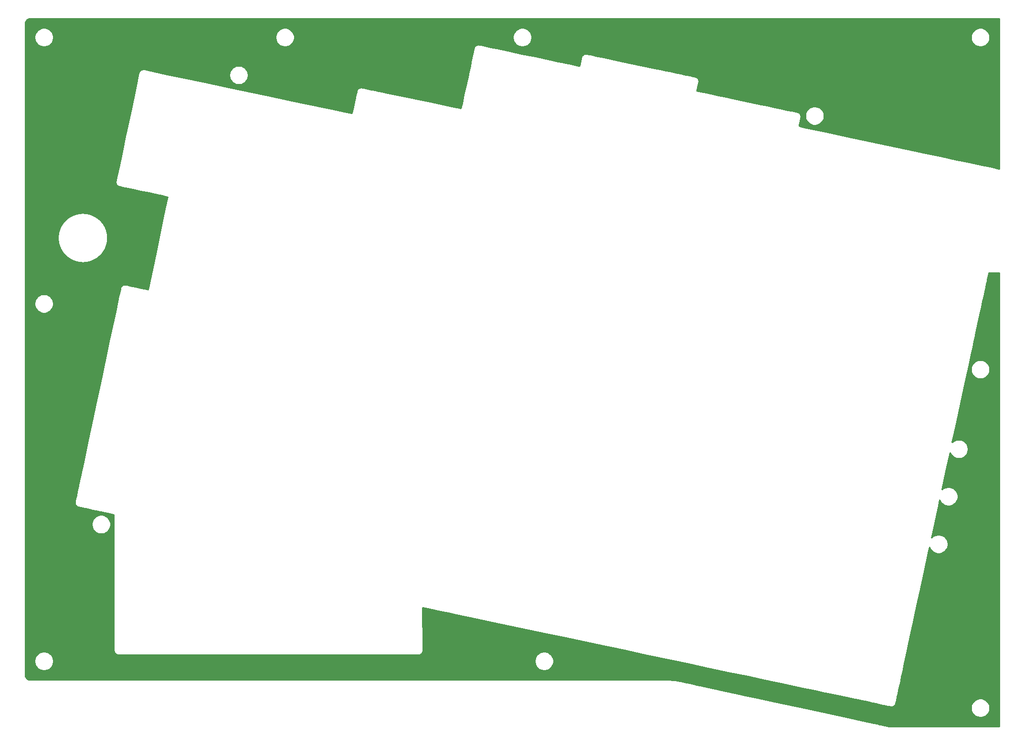
<source format=gtl>
G04 #@! TF.GenerationSoftware,KiCad,Pcbnew,(5.1.5-0-10_14)*
G04 #@! TF.CreationDate,2020-05-14T05:05:21+09:00*
G04 #@! TF.ProjectId,L-top-v02,4c2d746f-702d-4763-9032-2e6b69636164,rev?*
G04 #@! TF.SameCoordinates,Original*
G04 #@! TF.FileFunction,Copper,L1,Top*
G04 #@! TF.FilePolarity,Positive*
%FSLAX46Y46*%
G04 Gerber Fmt 4.6, Leading zero omitted, Abs format (unit mm)*
G04 Created by KiCad (PCBNEW (5.1.5-0-10_14)) date 2020-05-14 05:05:21*
%MOMM*%
%LPD*%
G04 APERTURE LIST*
%ADD10C,0.254000*%
G04 APERTURE END LIST*
D10*
G36*
X224330875Y-51655219D02*
G01*
X223950220Y-51574150D01*
X223950200Y-51574146D01*
X223627920Y-51505512D01*
X223084004Y-51389675D01*
X223084002Y-51389675D01*
X222239352Y-51209794D01*
X222239350Y-51209794D01*
X221274459Y-51004308D01*
X221274457Y-51004308D01*
X220199850Y-50775456D01*
X220199846Y-50775456D01*
X219026047Y-50525483D01*
X217763577Y-50256627D01*
X216762672Y-50043474D01*
X216074909Y-49897008D01*
X216074801Y-49896984D01*
X214295025Y-49517965D01*
X214295017Y-49517964D01*
X211271229Y-48874021D01*
X211271227Y-48874021D01*
X208124298Y-48203856D01*
X203346275Y-47186337D01*
X197323925Y-45903830D01*
X193489395Y-45087237D01*
X191371728Y-44636262D01*
X189720288Y-44284573D01*
X189720280Y-44284572D01*
X188857490Y-44100832D01*
X188818726Y-44092577D01*
X188828521Y-44046454D01*
X188828543Y-44046355D01*
X188843308Y-43976842D01*
X188843336Y-43976714D01*
X188854629Y-43923559D01*
X188854656Y-43923434D01*
X188869976Y-43851333D01*
X188869977Y-43851327D01*
X188889399Y-43759942D01*
X188889415Y-43759867D01*
X188901207Y-43704384D01*
X188911074Y-43657969D01*
X188911074Y-43657968D01*
X188920962Y-43611466D01*
X188920962Y-43611464D01*
X188920964Y-43611456D01*
X188936819Y-43536886D01*
X188936819Y-43536884D01*
X188952643Y-43462471D01*
X188968383Y-43388466D01*
X188968383Y-43388463D01*
X188983980Y-43315142D01*
X188999377Y-43242779D01*
X189014519Y-43171618D01*
X189023809Y-43127967D01*
X189023809Y-43127965D01*
X189032976Y-43084902D01*
X189032977Y-43084897D01*
X189043788Y-43034119D01*
X189054316Y-42984672D01*
X189054333Y-42984596D01*
X189067993Y-42920445D01*
X189067994Y-42920438D01*
X189081110Y-42858866D01*
X189093642Y-42800050D01*
X189105519Y-42744337D01*
X189115336Y-42698292D01*
X189115336Y-42698290D01*
X189127070Y-42643295D01*
X189127087Y-42643218D01*
X189136649Y-42598422D01*
X189136661Y-42598368D01*
X189143279Y-42567395D01*
X189148496Y-42521327D01*
X189156236Y-42475596D01*
X189156815Y-42466399D01*
X189159486Y-42418717D01*
X189158526Y-42395762D01*
X189160458Y-42372876D01*
X189155842Y-42331557D01*
X189154105Y-42290020D01*
X189148707Y-42267697D01*
X189146156Y-42244863D01*
X189144181Y-42235862D01*
X189134919Y-42195013D01*
X189130781Y-42182555D01*
X189128627Y-42169612D01*
X189110511Y-42121534D01*
X189104701Y-42104042D01*
X189915000Y-42104042D01*
X189915000Y-42435958D01*
X189979754Y-42761496D01*
X190106772Y-43068147D01*
X190291175Y-43344125D01*
X190525875Y-43578825D01*
X190801853Y-43763228D01*
X191108504Y-43890246D01*
X191434042Y-43955000D01*
X191765958Y-43955000D01*
X192091496Y-43890246D01*
X192398147Y-43763228D01*
X192674125Y-43578825D01*
X192908825Y-43344125D01*
X193093228Y-43068147D01*
X193220246Y-42761496D01*
X193285000Y-42435958D01*
X193285000Y-42104042D01*
X193220246Y-41778504D01*
X193093228Y-41471853D01*
X192908825Y-41195875D01*
X192674125Y-40961175D01*
X192398147Y-40776772D01*
X192091496Y-40649754D01*
X191765958Y-40585000D01*
X191434042Y-40585000D01*
X191108504Y-40649754D01*
X190801853Y-40776772D01*
X190525875Y-40961175D01*
X190291175Y-41195875D01*
X190106772Y-41471853D01*
X189979754Y-41778504D01*
X189915000Y-42104042D01*
X189104701Y-42104042D01*
X189094313Y-42072771D01*
X189087837Y-42061359D01*
X189083208Y-42049075D01*
X189079075Y-42040839D01*
X189062806Y-42008974D01*
X189062101Y-42007873D01*
X189061619Y-42006661D01*
X189027340Y-41953618D01*
X188993318Y-41900515D01*
X188992416Y-41899575D01*
X188991705Y-41898476D01*
X188985921Y-41891302D01*
X188963077Y-41863364D01*
X188958843Y-41859111D01*
X188955430Y-41854184D01*
X188913446Y-41813513D01*
X188872197Y-41772080D01*
X188867223Y-41768734D01*
X188862913Y-41764559D01*
X188855660Y-41758874D01*
X188827427Y-41737061D01*
X188820271Y-41732574D01*
X188813983Y-41726946D01*
X188765760Y-41698393D01*
X188718297Y-41668632D01*
X188710416Y-41665624D01*
X188703145Y-41661319D01*
X188694768Y-41657479D01*
X188659215Y-41641479D01*
X188611035Y-41625237D01*
X188563551Y-41607016D01*
X188554649Y-41604633D01*
X188540526Y-41600955D01*
X188537654Y-41600500D01*
X188537154Y-41600332D01*
X188533948Y-41599914D01*
X188530132Y-41599310D01*
X188520151Y-41595995D01*
X188511150Y-41594020D01*
X188469915Y-41585277D01*
X188469807Y-41585253D01*
X188397091Y-41569833D01*
X188397085Y-41569832D01*
X188343267Y-41558420D01*
X188343180Y-41558401D01*
X188191288Y-41526191D01*
X188191281Y-41526190D01*
X187887203Y-41461705D01*
X187887144Y-41461692D01*
X187517631Y-41383329D01*
X187517629Y-41383329D01*
X186858113Y-41243460D01*
X186858055Y-41243447D01*
X185784918Y-41015855D01*
X185784910Y-41015854D01*
X184537432Y-40751284D01*
X184537426Y-40751283D01*
X183154307Y-40457943D01*
X182049145Y-40223553D01*
X182049116Y-40223547D01*
X181292117Y-40062996D01*
X181292115Y-40062996D01*
X180136016Y-39817801D01*
X180135987Y-39817795D01*
X177799289Y-39322208D01*
X175558997Y-38847064D01*
X175558987Y-38847063D01*
X174513869Y-38625403D01*
X174513733Y-38625373D01*
X173853141Y-38485268D01*
X173853131Y-38485267D01*
X172340637Y-38164479D01*
X170989844Y-37877986D01*
X170989815Y-37877980D01*
X170690786Y-37814558D01*
X170699230Y-37777711D01*
X170699230Y-37777708D01*
X170699233Y-37777697D01*
X170715079Y-37708542D01*
X170715081Y-37708534D01*
X170727199Y-37655645D01*
X170727199Y-37655642D01*
X170747722Y-37566073D01*
X170747723Y-37566067D01*
X170747728Y-37566045D01*
X170760220Y-37511513D01*
X170789666Y-37382983D01*
X170789671Y-37382963D01*
X170823563Y-37235004D01*
X170823564Y-37234998D01*
X170857210Y-37088118D01*
X170890124Y-36944446D01*
X170913983Y-36840307D01*
X170913984Y-36840301D01*
X170929428Y-36772908D01*
X170929429Y-36772903D01*
X170944417Y-36707499D01*
X170955304Y-36659996D01*
X170955304Y-36659993D01*
X170972751Y-36583886D01*
X170972767Y-36583818D01*
X170982747Y-36540291D01*
X170982748Y-36540285D01*
X170998556Y-36471364D01*
X170998557Y-36471360D01*
X171013085Y-36408029D01*
X171013106Y-36407942D01*
X171023850Y-36361141D01*
X171023851Y-36361133D01*
X171033647Y-36318484D01*
X171033654Y-36318456D01*
X171035957Y-36308436D01*
X171041768Y-36263350D01*
X171050168Y-36218675D01*
X171050914Y-36209490D01*
X171054387Y-36162738D01*
X171053865Y-36140629D01*
X171056183Y-36118638D01*
X171052350Y-36076381D01*
X171051349Y-36033964D01*
X171046544Y-36012384D01*
X171044546Y-35990355D01*
X171042758Y-35981315D01*
X171034158Y-35939359D01*
X171030508Y-35927556D01*
X171028763Y-35915329D01*
X171011506Y-35866110D01*
X170996102Y-35816299D01*
X170990233Y-35805437D01*
X170986144Y-35793775D01*
X170982202Y-35785445D01*
X170966162Y-35752149D01*
X170961198Y-35743992D01*
X170957658Y-35735129D01*
X170927751Y-35689030D01*
X170899200Y-35642112D01*
X170892753Y-35635081D01*
X170887554Y-35627068D01*
X170881757Y-35619904D01*
X170859040Y-35592222D01*
X170857236Y-35590416D01*
X170855801Y-35588306D01*
X170811668Y-35544807D01*
X170767999Y-35501098D01*
X170765884Y-35499680D01*
X170764062Y-35497885D01*
X170756859Y-35492138D01*
X170728662Y-35469962D01*
X170723388Y-35466591D01*
X170718788Y-35462346D01*
X170669168Y-35431936D01*
X170620128Y-35400591D01*
X170614300Y-35398309D01*
X170608963Y-35395038D01*
X170600646Y-35391070D01*
X170566434Y-35375043D01*
X170516986Y-35357530D01*
X170468180Y-35338222D01*
X170459304Y-35335746D01*
X170442830Y-35331275D01*
X170428606Y-35328873D01*
X170414906Y-35324346D01*
X170405902Y-35322386D01*
X170363090Y-35313375D01*
X170363004Y-35313356D01*
X170260470Y-35291774D01*
X170260471Y-35291774D01*
X170072687Y-35252246D01*
X170072644Y-35252237D01*
X169754415Y-35185246D01*
X169754412Y-35185246D01*
X169468184Y-35124988D01*
X169468126Y-35124975D01*
X169258188Y-35080777D01*
X169258184Y-35080777D01*
X169032590Y-35033282D01*
X169032588Y-35033282D01*
X168791972Y-34982623D01*
X168406040Y-34901370D01*
X168405953Y-34901351D01*
X167842253Y-34782668D01*
X167229980Y-34653758D01*
X167229976Y-34653758D01*
X166574316Y-34515711D01*
X166574259Y-34515698D01*
X165880194Y-34369562D01*
X165152943Y-34216439D01*
X165152914Y-34216433D01*
X164587974Y-34097484D01*
X164587966Y-34097483D01*
X164204220Y-34016684D01*
X164204218Y-34016684D01*
X163224912Y-33810488D01*
X163224883Y-33810482D01*
X161606967Y-33469823D01*
X161606938Y-33469817D01*
X159149657Y-32952424D01*
X156795234Y-32456686D01*
X155697515Y-32225555D01*
X155697513Y-32225555D01*
X155004146Y-32079564D01*
X154510415Y-31975606D01*
X154510386Y-31975600D01*
X154193506Y-31908879D01*
X154193484Y-31908874D01*
X153737831Y-31812936D01*
X153737823Y-31812935D01*
X153175125Y-31694457D01*
X153175121Y-31694457D01*
X152666206Y-31587305D01*
X152666202Y-31587305D01*
X152216244Y-31492567D01*
X152216193Y-31492556D01*
X151830210Y-31411290D01*
X151830202Y-31411289D01*
X151513368Y-31344583D01*
X151513366Y-31344583D01*
X151513358Y-31344581D01*
X151270783Y-31293514D01*
X151270774Y-31293513D01*
X151182349Y-31274899D01*
X151138648Y-31270084D01*
X151095304Y-31262558D01*
X151086110Y-31261940D01*
X151038866Y-31259092D01*
X151014858Y-31259993D01*
X150990933Y-31257948D01*
X150950655Y-31262404D01*
X150910146Y-31263925D01*
X150886778Y-31269471D01*
X150862904Y-31272112D01*
X150853901Y-31274077D01*
X150812803Y-31283349D01*
X150799870Y-31287630D01*
X150786436Y-31289871D01*
X150738820Y-31307837D01*
X150690517Y-31323824D01*
X150678669Y-31330531D01*
X150665918Y-31335342D01*
X150657684Y-31339479D01*
X150623996Y-31356697D01*
X150618754Y-31360059D01*
X150613009Y-31362444D01*
X150564581Y-31394799D01*
X150515567Y-31426232D01*
X150511084Y-31430542D01*
X150505905Y-31434002D01*
X150498820Y-31439895D01*
X150471610Y-31462847D01*
X150467831Y-31466726D01*
X150463425Y-31469867D01*
X150422906Y-31512840D01*
X150381725Y-31555111D01*
X150378776Y-31559642D01*
X150375058Y-31563586D01*
X150369472Y-31570915D01*
X150347416Y-31600274D01*
X150342773Y-31607906D01*
X150336919Y-31614647D01*
X150309336Y-31662866D01*
X150280467Y-31710319D01*
X150277397Y-31718701D01*
X150272961Y-31726456D01*
X150269247Y-31734890D01*
X150253899Y-31770406D01*
X150239379Y-31815709D01*
X150222555Y-31860220D01*
X150220216Y-31869133D01*
X150217206Y-31880938D01*
X150216047Y-31888509D01*
X150214585Y-31893070D01*
X150214527Y-31893574D01*
X150213186Y-31897601D01*
X150211205Y-31906601D01*
X150200000Y-31959238D01*
X150199999Y-31959246D01*
X150199978Y-31959342D01*
X150187475Y-32018123D01*
X150187465Y-32018169D01*
X150173710Y-32082859D01*
X150173709Y-32082864D01*
X150173702Y-32082898D01*
X150161926Y-32138297D01*
X150161922Y-32138317D01*
X150152684Y-32181783D01*
X150152679Y-32181807D01*
X150143069Y-32227031D01*
X150143061Y-32227068D01*
X150126420Y-32305396D01*
X150126408Y-32305451D01*
X150116017Y-32354355D01*
X150116012Y-32354379D01*
X150101796Y-32421297D01*
X150101788Y-32421335D01*
X150076066Y-32542448D01*
X150076065Y-32542453D01*
X150076065Y-32542455D01*
X150045546Y-32686165D01*
X150045545Y-32686170D01*
X150014351Y-32833065D01*
X150014337Y-32833127D01*
X149967205Y-33055095D01*
X149967190Y-33055161D01*
X149921184Y-33271814D01*
X149891808Y-33410143D01*
X149890058Y-33418384D01*
X149756765Y-33390049D01*
X149756763Y-33390049D01*
X149388214Y-33311705D01*
X149388213Y-33311705D01*
X149388209Y-33311704D01*
X148730514Y-33171902D01*
X148730406Y-33171878D01*
X147939875Y-33003841D01*
X147939871Y-33003841D01*
X147358959Y-32880363D01*
X147358955Y-32880363D01*
X146737021Y-32748166D01*
X146078963Y-32608290D01*
X146078885Y-32608273D01*
X145389411Y-32461722D01*
X145389382Y-32461716D01*
X144673337Y-32309517D01*
X143935576Y-32152703D01*
X143935574Y-32152703D01*
X143180957Y-31992307D01*
X143180928Y-31992301D01*
X142028456Y-31747339D01*
X142028454Y-31747339D01*
X139699422Y-31252297D01*
X136748652Y-30625103D01*
X136748623Y-30625097D01*
X135145795Y-30284410D01*
X134565013Y-30160963D01*
X134565005Y-30160962D01*
X133774712Y-29992980D01*
X133774706Y-29992979D01*
X133117176Y-29853216D01*
X133117174Y-29853216D01*
X132748818Y-29774919D01*
X132748819Y-29774919D01*
X132445641Y-29710474D01*
X132212460Y-29660908D01*
X132212458Y-29660908D01*
X132126847Y-29642710D01*
X132081720Y-29637648D01*
X132036937Y-29629984D01*
X132027742Y-29629388D01*
X131979276Y-29626584D01*
X131953780Y-29627603D01*
X131928349Y-29625607D01*
X131889584Y-29630169D01*
X131850569Y-29631728D01*
X131825758Y-29637680D01*
X131800422Y-29640661D01*
X131791432Y-29642689D01*
X131749981Y-29652344D01*
X131736930Y-29656765D01*
X131723356Y-29659133D01*
X131676014Y-29677398D01*
X131627980Y-29693668D01*
X131616043Y-29700535D01*
X131603180Y-29705498D01*
X131594977Y-29709696D01*
X131561673Y-29727031D01*
X131556369Y-29730488D01*
X131550537Y-29732963D01*
X131502430Y-29765647D01*
X131453764Y-29797369D01*
X131449235Y-29801788D01*
X131443991Y-29805351D01*
X131436952Y-29811299D01*
X131409778Y-29834584D01*
X131406191Y-29838324D01*
X131401992Y-29841362D01*
X131361621Y-29884790D01*
X131320612Y-29927543D01*
X131317822Y-29931905D01*
X131314290Y-29935704D01*
X131308756Y-29943072D01*
X131287364Y-29971970D01*
X131283238Y-29978862D01*
X131277997Y-29984950D01*
X131250176Y-30034080D01*
X131221194Y-30082485D01*
X131218487Y-30090042D01*
X131214526Y-30097036D01*
X131210849Y-30105486D01*
X131195812Y-30140701D01*
X131181741Y-30185272D01*
X131165294Y-30229021D01*
X131162971Y-30237939D01*
X131160141Y-30249121D01*
X131159092Y-30256056D01*
X131156857Y-30262701D01*
X131154848Y-30271694D01*
X131133147Y-30372153D01*
X131133146Y-30372160D01*
X131133144Y-30372170D01*
X131106663Y-30494770D01*
X131106646Y-30494848D01*
X131074906Y-30641801D01*
X131057418Y-30722765D01*
X131057410Y-30722802D01*
X131045190Y-30779384D01*
X131045180Y-30779429D01*
X131012843Y-30929169D01*
X130954829Y-31197793D01*
X130954805Y-31197901D01*
X130890125Y-31497397D01*
X130890114Y-31497445D01*
X130782522Y-31995651D01*
X130782522Y-31995652D01*
X130620168Y-32747436D01*
X130620168Y-32747438D01*
X130487123Y-33363510D01*
X130487123Y-33363513D01*
X130394697Y-33791503D01*
X130394667Y-33791639D01*
X130251503Y-34454583D01*
X130251503Y-34454584D01*
X130054452Y-35367065D01*
X130054452Y-35367066D01*
X129755417Y-36751807D01*
X129755417Y-36751808D01*
X129375250Y-38512255D01*
X129050669Y-40015302D01*
X129050669Y-40015303D01*
X128859926Y-40898584D01*
X128564060Y-40837147D01*
X128564031Y-40837141D01*
X127237057Y-40561592D01*
X123403361Y-39765517D01*
X118808364Y-38811356D01*
X118808362Y-38811356D01*
X115897094Y-38206826D01*
X114466344Y-37909729D01*
X114169303Y-37848048D01*
X113742020Y-37759323D01*
X112961761Y-37597303D01*
X112961759Y-37597303D01*
X112312279Y-37462440D01*
X111948298Y-37386860D01*
X111948246Y-37386849D01*
X111515151Y-37296920D01*
X111515147Y-37296920D01*
X111332631Y-37259022D01*
X111287816Y-37254209D01*
X111243350Y-37246767D01*
X111234152Y-37246204D01*
X111186027Y-37243597D01*
X111161335Y-37244675D01*
X111136697Y-37242772D01*
X111097135Y-37247478D01*
X111057340Y-37249215D01*
X111033336Y-37255066D01*
X111008788Y-37257986D01*
X110999802Y-37260025D01*
X110958874Y-37269612D01*
X110946676Y-37273761D01*
X110933984Y-37275956D01*
X110885787Y-37294469D01*
X110836924Y-37311088D01*
X110825772Y-37317522D01*
X110813740Y-37322144D01*
X110805530Y-37326330D01*
X110772438Y-37343493D01*
X110767304Y-37346829D01*
X110761666Y-37349207D01*
X110713333Y-37381896D01*
X110664426Y-37413673D01*
X110660042Y-37417938D01*
X110654968Y-37421370D01*
X110647917Y-37427303D01*
X110620629Y-37450586D01*
X110616911Y-37454446D01*
X110612565Y-37457580D01*
X110572264Y-37500795D01*
X110531266Y-37543356D01*
X110528369Y-37547864D01*
X110524714Y-37551783D01*
X110519168Y-37559143D01*
X110497617Y-37588160D01*
X110492994Y-37595853D01*
X110487145Y-37602666D01*
X110459845Y-37651020D01*
X110431273Y-37698570D01*
X110428234Y-37707010D01*
X110423817Y-37714834D01*
X110420151Y-37723288D01*
X110404943Y-37759031D01*
X110390699Y-37804350D01*
X110374142Y-37848882D01*
X110371852Y-37857808D01*
X110369066Y-37868982D01*
X110368067Y-37875751D01*
X110365905Y-37882246D01*
X110363925Y-37891246D01*
X110331577Y-38043280D01*
X110331577Y-38043283D01*
X110234951Y-38497429D01*
X110110148Y-39084009D01*
X109968447Y-39750008D01*
X109968434Y-39750066D01*
X109857914Y-40269502D01*
X109857913Y-40269512D01*
X109784959Y-40612392D01*
X109784935Y-40612499D01*
X109679335Y-41108815D01*
X109679334Y-41108821D01*
X109554498Y-41695537D01*
X109554485Y-41695596D01*
X109529308Y-41813924D01*
X109479487Y-41803394D01*
X109479407Y-41803377D01*
X108595853Y-41616634D01*
X108595849Y-41616634D01*
X105924200Y-41051973D01*
X105924198Y-41051973D01*
X102162726Y-40256977D01*
X102162724Y-40256977D01*
X99291797Y-39650202D01*
X94614853Y-38661724D01*
X88088260Y-37282322D01*
X83411227Y-36293826D01*
X80540204Y-35687033D01*
X80540202Y-35687033D01*
X76740870Y-34884042D01*
X87775000Y-34884042D01*
X87775000Y-35215958D01*
X87839754Y-35541496D01*
X87966772Y-35848147D01*
X88151175Y-36124125D01*
X88385875Y-36358825D01*
X88661853Y-36543228D01*
X88968504Y-36670246D01*
X89294042Y-36735000D01*
X89625958Y-36735000D01*
X89951496Y-36670246D01*
X90258147Y-36543228D01*
X90534125Y-36358825D01*
X90768825Y-36124125D01*
X90953228Y-35848147D01*
X91080246Y-35541496D01*
X91145000Y-35215958D01*
X91145000Y-34884042D01*
X91080246Y-34558504D01*
X90953228Y-34251853D01*
X90768825Y-33975875D01*
X90534125Y-33741175D01*
X90258147Y-33556772D01*
X89951496Y-33429754D01*
X89625958Y-33365000D01*
X89294042Y-33365000D01*
X88968504Y-33429754D01*
X88661853Y-33556772D01*
X88385875Y-33741175D01*
X88151175Y-33975875D01*
X87966772Y-34251853D01*
X87839754Y-34558504D01*
X87775000Y-34884042D01*
X76740870Y-34884042D01*
X74561376Y-34423405D01*
X74561347Y-34423399D01*
X72684255Y-34026675D01*
X72640456Y-34021813D01*
X72597030Y-34014250D01*
X72587835Y-34013627D01*
X72540471Y-34010747D01*
X72516646Y-34011629D01*
X72492890Y-34009573D01*
X72452423Y-34014007D01*
X72411749Y-34015513D01*
X72388550Y-34021006D01*
X72364846Y-34023603D01*
X72355841Y-34025559D01*
X72314915Y-34034747D01*
X72301965Y-34039018D01*
X72288510Y-34041249D01*
X72240881Y-34059165D01*
X72192587Y-34075093D01*
X72180719Y-34081795D01*
X72167947Y-34086599D01*
X72159709Y-34090728D01*
X72125809Y-34108011D01*
X72120215Y-34111590D01*
X72114093Y-34114134D01*
X72066027Y-34146264D01*
X72017311Y-34177437D01*
X72012526Y-34182028D01*
X72007006Y-34185718D01*
X71999922Y-34191613D01*
X71972704Y-34214583D01*
X71969043Y-34218342D01*
X71964770Y-34221387D01*
X71924142Y-34264454D01*
X71882841Y-34306868D01*
X71879981Y-34311266D01*
X71876379Y-34315084D01*
X71870791Y-34322412D01*
X71849014Y-34351384D01*
X71844658Y-34358539D01*
X71839155Y-34364852D01*
X71811208Y-34413490D01*
X71782036Y-34461411D01*
X71779154Y-34469275D01*
X71774980Y-34476538D01*
X71771249Y-34484964D01*
X71756034Y-34519987D01*
X71741142Y-34566147D01*
X71724032Y-34611533D01*
X71721701Y-34620448D01*
X71718448Y-34633253D01*
X71717516Y-34639375D01*
X71716484Y-34642574D01*
X71716254Y-34644536D01*
X71714386Y-34650170D01*
X71712416Y-34659172D01*
X71620241Y-35094891D01*
X71620241Y-35094892D01*
X71239532Y-36894543D01*
X70373939Y-40986294D01*
X70373933Y-40986323D01*
X69335086Y-45897052D01*
X69335086Y-45897053D01*
X68677185Y-49007024D01*
X68253069Y-51011862D01*
X68253069Y-51011863D01*
X68015089Y-52136825D01*
X68015089Y-52136827D01*
X67869099Y-52826943D01*
X67869093Y-52826972D01*
X67787464Y-53212842D01*
X67787464Y-53212845D01*
X67720479Y-53529499D01*
X67720455Y-53529607D01*
X67680961Y-53716306D01*
X67680961Y-53716307D01*
X67659445Y-53818021D01*
X67659433Y-53818076D01*
X67650443Y-53860579D01*
X67645583Y-53904305D01*
X67638017Y-53947645D01*
X67637390Y-53956839D01*
X67634496Y-54004128D01*
X67635374Y-54028085D01*
X67633307Y-54051960D01*
X67637726Y-54092298D01*
X67639212Y-54132851D01*
X67644724Y-54156171D01*
X67647335Y-54180004D01*
X67649291Y-54189009D01*
X67658527Y-54230151D01*
X67662614Y-54242544D01*
X67664723Y-54255407D01*
X67682751Y-54303598D01*
X67698872Y-54352480D01*
X67705283Y-54363834D01*
X67709854Y-54376052D01*
X67713967Y-54384298D01*
X67730829Y-54417520D01*
X67733966Y-54422442D01*
X67736180Y-54427835D01*
X67768565Y-54476729D01*
X67800059Y-54526144D01*
X67804084Y-54530354D01*
X67807310Y-54535225D01*
X67813175Y-54542333D01*
X67836010Y-54569626D01*
X67839421Y-54572976D01*
X67842171Y-54576882D01*
X67885342Y-54618072D01*
X67927914Y-54659879D01*
X67931908Y-54662500D01*
X67935367Y-54665801D01*
X67942663Y-54671430D01*
X67971194Y-54693129D01*
X67978003Y-54697327D01*
X67983993Y-54702621D01*
X68032772Y-54731093D01*
X68080841Y-54760728D01*
X68088330Y-54763521D01*
X68095239Y-54767554D01*
X68103640Y-54771341D01*
X68138618Y-54786821D01*
X68185441Y-54802280D01*
X68231498Y-54819872D01*
X68240404Y-54822242D01*
X68254045Y-54825771D01*
X68258895Y-54826531D01*
X68260934Y-54827204D01*
X68265033Y-54827712D01*
X68273143Y-54830410D01*
X68282144Y-54832388D01*
X68337352Y-54844121D01*
X68337369Y-54844125D01*
X68474456Y-54873262D01*
X68641615Y-54908791D01*
X68641619Y-54908791D01*
X68836710Y-54950258D01*
X68836768Y-54950271D01*
X69420584Y-55074363D01*
X70636710Y-55332855D01*
X70636739Y-55332861D01*
X72051985Y-55633678D01*
X73533583Y-55948598D01*
X74948796Y-56249407D01*
X74948800Y-56249407D01*
X75877461Y-56446795D01*
X75877463Y-56446795D01*
X76410838Y-56560164D01*
X76410840Y-56560164D01*
X76814901Y-56646047D01*
X76757323Y-56919164D01*
X76757323Y-56919165D01*
X76584334Y-57739728D01*
X76584334Y-57739729D01*
X76368945Y-58761425D01*
X76368945Y-58761426D01*
X76118862Y-59947698D01*
X75841812Y-61261887D01*
X75841789Y-61261995D01*
X75393402Y-63388943D01*
X74769800Y-66347035D01*
X74769800Y-66347036D01*
X74176951Y-69159259D01*
X73676500Y-71533186D01*
X73676499Y-71533194D01*
X73348124Y-73090853D01*
X73233887Y-73065862D01*
X73233885Y-73065862D01*
X72648215Y-72937740D01*
X72648185Y-72937733D01*
X72152950Y-72829394D01*
X71810761Y-72754536D01*
X71810731Y-72754529D01*
X71465285Y-72678958D01*
X71465225Y-72678944D01*
X71123017Y-72604080D01*
X70627922Y-72495769D01*
X70627832Y-72495749D01*
X70182052Y-72398223D01*
X70182043Y-72398222D01*
X69982634Y-72354594D01*
X69982635Y-72354594D01*
X69982630Y-72354593D01*
X69859698Y-72327698D01*
X69691983Y-72291003D01*
X69691982Y-72291003D01*
X69507874Y-72250720D01*
X69507873Y-72250720D01*
X69436130Y-72235022D01*
X69390716Y-72229653D01*
X69345675Y-72221712D01*
X69336482Y-72221069D01*
X69288113Y-72218027D01*
X69263375Y-72218892D01*
X69238716Y-72216774D01*
X69199155Y-72221136D01*
X69159381Y-72222526D01*
X69135286Y-72228178D01*
X69110682Y-72230891D01*
X69101678Y-72232853D01*
X69060197Y-72242195D01*
X69050123Y-72245525D01*
X69039640Y-72247172D01*
X68989048Y-72265714D01*
X68937896Y-72282623D01*
X68928661Y-72287846D01*
X68918697Y-72291498D01*
X68910423Y-72295557D01*
X68879285Y-72311101D01*
X68875725Y-72313336D01*
X68871820Y-72314887D01*
X68821193Y-72347582D01*
X68770202Y-72379604D01*
X68767148Y-72382485D01*
X68763614Y-72384767D01*
X68756438Y-72390549D01*
X68728716Y-72413202D01*
X68725246Y-72416655D01*
X68721218Y-72419423D01*
X68679623Y-72462048D01*
X68637404Y-72504054D01*
X68634675Y-72508108D01*
X68631256Y-72511612D01*
X68625545Y-72518844D01*
X68603612Y-72547019D01*
X68599687Y-72553228D01*
X68594751Y-72558666D01*
X68565296Y-72607631D01*
X68534784Y-72655898D01*
X68532142Y-72662745D01*
X68528353Y-72669044D01*
X68524455Y-72677394D01*
X68508498Y-72712201D01*
X68491728Y-72760825D01*
X68473050Y-72808755D01*
X68470620Y-72817644D01*
X68466465Y-72833270D01*
X68464509Y-72845229D01*
X68460685Y-72856728D01*
X68458707Y-72865728D01*
X68430137Y-73000218D01*
X68430137Y-73000221D01*
X68342799Y-73411361D01*
X68152380Y-74307748D01*
X68152374Y-74307777D01*
X67576218Y-77019998D01*
X67576212Y-77020027D01*
X66469146Y-82231469D01*
X65136193Y-88506275D01*
X64080018Y-93478176D01*
X64080018Y-93478177D01*
X63385322Y-96748436D01*
X63385322Y-96748437D01*
X62718895Y-99885630D01*
X62718871Y-99885738D01*
X62099496Y-102801457D01*
X61747688Y-104457600D01*
X61747688Y-104457601D01*
X61614173Y-105086129D01*
X61614173Y-105086130D01*
X61422947Y-105986340D01*
X61188571Y-107089683D01*
X61188571Y-107089685D01*
X61029705Y-107837567D01*
X61029705Y-107837568D01*
X60931515Y-108299815D01*
X60931491Y-108299922D01*
X60796307Y-108936327D01*
X60796307Y-108936328D01*
X60643129Y-109657452D01*
X60643124Y-109657472D01*
X60521714Y-110229056D01*
X60521714Y-110229058D01*
X60454053Y-110547605D01*
X60454039Y-110547667D01*
X60427467Y-110672780D01*
X60427465Y-110672790D01*
X60412429Y-110743591D01*
X60412424Y-110743614D01*
X60405878Y-110774443D01*
X60400859Y-110819279D01*
X60393216Y-110863749D01*
X60392614Y-110872945D01*
X60389797Y-110921051D01*
X60390785Y-110946201D01*
X60388771Y-110971294D01*
X60393306Y-111010417D01*
X60394851Y-111049762D01*
X60400704Y-111074238D01*
X60403603Y-111099247D01*
X60405616Y-111108240D01*
X60415084Y-111149210D01*
X60418519Y-111159409D01*
X60420253Y-111170028D01*
X60439050Y-111220372D01*
X60456196Y-111271283D01*
X60461543Y-111280615D01*
X60465309Y-111290701D01*
X60469418Y-111298950D01*
X60485204Y-111330100D01*
X60487190Y-111333220D01*
X60488570Y-111336651D01*
X60521771Y-111387554D01*
X60554366Y-111438768D01*
X60556917Y-111441440D01*
X60558939Y-111444540D01*
X60564753Y-111451690D01*
X60587526Y-111479302D01*
X60590203Y-111481968D01*
X60592342Y-111485073D01*
X60635798Y-111527382D01*
X60678790Y-111570203D01*
X60681929Y-111572295D01*
X60684634Y-111574929D01*
X60691873Y-111580632D01*
X60720066Y-111602527D01*
X60726590Y-111606640D01*
X60732310Y-111611809D01*
X60781030Y-111640967D01*
X60829024Y-111671229D01*
X60836215Y-111673994D01*
X60842838Y-111677958D01*
X60851197Y-111681837D01*
X60886061Y-111697725D01*
X60936192Y-111714888D01*
X60985699Y-111733784D01*
X60994605Y-111736152D01*
X61010206Y-111740184D01*
X61021124Y-111741892D01*
X61031625Y-111745340D01*
X61040633Y-111747284D01*
X61086500Y-111756848D01*
X61086504Y-111756848D01*
X61086516Y-111756851D01*
X61167738Y-111773785D01*
X61167741Y-111773785D01*
X61167744Y-111773786D01*
X61227990Y-111786346D01*
X61228064Y-111786362D01*
X61293465Y-111799996D01*
X61293484Y-111800000D01*
X61363793Y-111814655D01*
X61363800Y-111814656D01*
X61477419Y-111838340D01*
X61477511Y-111838360D01*
X61645405Y-111873354D01*
X61645410Y-111873355D01*
X61645412Y-111873355D01*
X61829605Y-111911744D01*
X61829685Y-111911761D01*
X61978198Y-111942713D01*
X61978200Y-111942713D01*
X62081260Y-111964192D01*
X62081264Y-111964192D01*
X62241563Y-111997600D01*
X62241580Y-111997604D01*
X62581440Y-112068429D01*
X62581491Y-112068440D01*
X63070396Y-112170323D01*
X63070401Y-112170324D01*
X63587199Y-112278016D01*
X63587205Y-112278017D01*
X64120274Y-112389097D01*
X64120325Y-112389108D01*
X64523791Y-112473180D01*
X64523795Y-112473180D01*
X64791696Y-112529003D01*
X64791747Y-112529014D01*
X65057270Y-112584340D01*
X65057272Y-112584340D01*
X65318893Y-112638855D01*
X65318916Y-112638860D01*
X65701891Y-112718659D01*
X65701893Y-112718659D01*
X66184572Y-112819232D01*
X66834367Y-112954625D01*
X66834447Y-112954642D01*
X67274131Y-113046255D01*
X67274257Y-113131218D01*
X67277559Y-115362982D01*
X67277559Y-115362985D01*
X67282497Y-118700466D01*
X67288423Y-122704994D01*
X67294685Y-126937904D01*
X67299187Y-129981723D01*
X67301962Y-131858215D01*
X67304456Y-133545052D01*
X67306079Y-134643808D01*
X67307039Y-135293580D01*
X67308274Y-136130430D01*
X67309181Y-136745933D01*
X67309616Y-137041551D01*
X67309769Y-137145616D01*
X67313846Y-137186577D01*
X67315019Y-137227740D01*
X67316244Y-137236874D01*
X67322443Y-137280800D01*
X67326426Y-137297222D01*
X67328004Y-137314044D01*
X67341577Y-137359692D01*
X67352803Y-137405980D01*
X67359899Y-137421315D01*
X67364715Y-137437511D01*
X67368250Y-137446021D01*
X67383289Y-137481521D01*
X67386969Y-137488283D01*
X67389436Y-137495574D01*
X67417737Y-137544810D01*
X67444869Y-137594658D01*
X67449789Y-137600571D01*
X67453627Y-137607249D01*
X67459030Y-137614715D01*
X67480332Y-137643723D01*
X67483271Y-137646999D01*
X67485566Y-137650752D01*
X67526255Y-137694922D01*
X67566340Y-137739612D01*
X67569856Y-137742253D01*
X67572839Y-137745491D01*
X67579757Y-137751579D01*
X67606827Y-137775067D01*
X67611734Y-137778548D01*
X67615950Y-137782839D01*
X67664238Y-137815789D01*
X67711890Y-137849589D01*
X67717376Y-137852049D01*
X67722349Y-137855442D01*
X67730462Y-137859811D01*
X67763227Y-137877165D01*
X67775277Y-137882109D01*
X67786409Y-137888865D01*
X67834782Y-137906523D01*
X67882397Y-137926059D01*
X67895167Y-137928566D01*
X67907409Y-137933035D01*
X67916349Y-137935272D01*
X67956820Y-137945103D01*
X67991842Y-137950058D01*
X67992307Y-137950206D01*
X67995123Y-137950523D01*
X68012649Y-137953003D01*
X68068244Y-137962261D01*
X68077442Y-137962816D01*
X68094532Y-137963728D01*
X68107454Y-137963153D01*
X68120310Y-137964599D01*
X68129525Y-137964666D01*
X68255471Y-137964700D01*
X68255472Y-137964700D01*
X68415502Y-137964748D01*
X68684945Y-137964830D01*
X69013651Y-137964934D01*
X69399605Y-137965057D01*
X69727106Y-137965161D01*
X69961134Y-137965237D01*
X70595485Y-137965446D01*
X71475720Y-137965736D01*
X72117784Y-137965948D01*
X72805044Y-137966176D01*
X73535494Y-137966419D01*
X74307123Y-137966676D01*
X75117922Y-137966946D01*
X76398909Y-137967377D01*
X76398910Y-137967377D01*
X78231439Y-137967992D01*
X80184503Y-137968648D01*
X83294908Y-137969696D01*
X86606228Y-137970813D01*
X88880756Y-137971582D01*
X92360885Y-137972760D01*
X92360886Y-137972760D01*
X97054722Y-137974348D01*
X97054723Y-137974348D01*
X101684406Y-137975913D01*
X106121397Y-137977411D01*
X109232309Y-137978460D01*
X109232310Y-137978460D01*
X111185781Y-137979117D01*
X111185782Y-137979117D01*
X113018776Y-137979732D01*
X113018777Y-137979732D01*
X114715228Y-137980299D01*
X114715229Y-137980299D01*
X116259068Y-137980814D01*
X116259069Y-137980814D01*
X117301485Y-137981160D01*
X117943884Y-137981373D01*
X117943886Y-137981373D01*
X118539094Y-137981569D01*
X118539097Y-137981569D01*
X119085102Y-137981746D01*
X119459466Y-137981869D01*
X119459472Y-137981869D01*
X119693690Y-137981944D01*
X119914483Y-137982016D01*
X119914484Y-137982016D01*
X120121596Y-137982083D01*
X120121602Y-137982083D01*
X120314781Y-137982144D01*
X120493778Y-137982201D01*
X120493782Y-137982201D01*
X120736989Y-137982277D01*
X120736990Y-137982277D01*
X121006877Y-137982361D01*
X121006886Y-137982361D01*
X121215524Y-137982423D01*
X121215525Y-137982423D01*
X121293571Y-137982446D01*
X121335284Y-137978368D01*
X121377180Y-137977154D01*
X121386313Y-137975925D01*
X121430586Y-137969655D01*
X121447384Y-137965572D01*
X121464592Y-137963929D01*
X121509848Y-137950391D01*
X121555752Y-137939234D01*
X121571436Y-137931967D01*
X121587999Y-137927012D01*
X121596503Y-137923462D01*
X121631793Y-137908442D01*
X121639055Y-137904474D01*
X121646882Y-137901796D01*
X121695506Y-137873626D01*
X121744827Y-137846674D01*
X121751178Y-137841372D01*
X121758338Y-137837224D01*
X121765785Y-137831796D01*
X121794743Y-137810379D01*
X121814766Y-137792295D01*
X121828632Y-137782911D01*
X121839470Y-137771962D01*
X121855384Y-137759639D01*
X121862040Y-137753266D01*
X121866887Y-137748560D01*
X121878876Y-137734395D01*
X121890337Y-137724045D01*
X121900816Y-137709994D01*
X121919253Y-137691369D01*
X121925016Y-137684178D01*
X121947299Y-137655973D01*
X121950659Y-137650742D01*
X121954878Y-137646191D01*
X121985422Y-137596612D01*
X122016906Y-137547590D01*
X122019182Y-137541814D01*
X122022442Y-137536523D01*
X122026429Y-137528215D01*
X122042627Y-137493846D01*
X122047587Y-137479945D01*
X122054578Y-137466950D01*
X122069193Y-137419385D01*
X122085912Y-137372526D01*
X122088076Y-137357932D01*
X122092412Y-137343822D01*
X122094183Y-137334778D01*
X122102147Y-137292552D01*
X122106490Y-137243697D01*
X122113114Y-137195077D01*
X122113396Y-137185866D01*
X122113601Y-137177214D01*
X122113254Y-137172540D01*
X122113756Y-137167882D01*
X122113780Y-137158666D01*
X122113550Y-137106574D01*
X122113550Y-137106573D01*
X122112991Y-136979270D01*
X122111955Y-136742740D01*
X122110664Y-136447490D01*
X122110664Y-136447489D01*
X122109696Y-136226219D01*
X122108102Y-135861238D01*
X122108102Y-135861237D01*
X122104461Y-135027599D01*
X122098922Y-133759296D01*
X122093112Y-132428812D01*
X122093112Y-132428811D01*
X122088893Y-131463039D01*
X122088893Y-131463038D01*
X122086249Y-130858075D01*
X122086249Y-130858073D01*
X122083816Y-130301715D01*
X122083816Y-130301713D01*
X122081656Y-129808212D01*
X122081656Y-129808210D01*
X122080605Y-129568309D01*
X122520397Y-129661642D01*
X122520455Y-129661655D01*
X123706104Y-129913280D01*
X123706133Y-129913286D01*
X124837386Y-130153368D01*
X125688408Y-130333978D01*
X125688437Y-130333984D01*
X126619011Y-130531478D01*
X126619040Y-130531484D01*
X127625933Y-130745175D01*
X127625943Y-130745176D01*
X129263670Y-131092750D01*
X129263680Y-131092751D01*
X131696048Y-131608970D01*
X131696078Y-131608976D01*
X134374966Y-132177515D01*
X138775734Y-133111490D01*
X143629662Y-134141641D01*
X143629691Y-134141647D01*
X147033685Y-134864080D01*
X150553751Y-135611147D01*
X154163810Y-136377315D01*
X157837780Y-137157048D01*
X161549551Y-137944805D01*
X161549580Y-137944811D01*
X165273099Y-138735063D01*
X165273128Y-138735069D01*
X168982315Y-139522280D01*
X168982344Y-139522286D01*
X172651117Y-140300921D01*
X172651146Y-140300927D01*
X176253425Y-141065451D01*
X176253454Y-141065457D01*
X179763186Y-141810342D01*
X182314722Y-142351866D01*
X183975705Y-142704384D01*
X183975713Y-142704385D01*
X185598767Y-143048855D01*
X185598875Y-143048879D01*
X187180967Y-143384655D01*
X187180977Y-143384656D01*
X189476115Y-143871769D01*
X191648199Y-144332765D01*
X193033361Y-144626748D01*
X193033390Y-144626754D01*
X194361177Y-144908562D01*
X194361206Y-144908568D01*
X195628388Y-145177514D01*
X196831645Y-145432893D01*
X196831674Y-145432899D01*
X197967774Y-145674026D01*
X197967803Y-145674032D01*
X198771562Y-145844624D01*
X198771591Y-145844630D01*
X199286232Y-145953859D01*
X199286240Y-145953860D01*
X200025523Y-146110769D01*
X200025552Y-146110775D01*
X200940624Y-146304995D01*
X200940653Y-146305001D01*
X201775498Y-146482194D01*
X201775556Y-146482207D01*
X202527005Y-146641701D01*
X202527009Y-146641701D01*
X203031042Y-146748684D01*
X203031071Y-146748690D01*
X203341087Y-146814492D01*
X203341145Y-146814505D01*
X203766486Y-146904787D01*
X203766488Y-146904787D01*
X204247998Y-147006995D01*
X204248002Y-147006995D01*
X204542850Y-147069583D01*
X204542888Y-147069591D01*
X204710620Y-147105197D01*
X204710657Y-147105205D01*
X204853288Y-147135484D01*
X204853291Y-147135484D01*
X204942700Y-147154466D01*
X204942705Y-147154467D01*
X204994625Y-147165490D01*
X204994733Y-147165514D01*
X205018060Y-147170468D01*
X205063429Y-147175549D01*
X205108426Y-147183209D01*
X205117622Y-147183797D01*
X205165165Y-147186506D01*
X205188833Y-147185539D01*
X205212438Y-147187503D01*
X205253046Y-147182916D01*
X205293867Y-147181249D01*
X205316889Y-147175705D01*
X205340434Y-147173046D01*
X205349433Y-147171060D01*
X205391180Y-147161541D01*
X205403643Y-147157384D01*
X205416598Y-147155212D01*
X205464654Y-147137036D01*
X205513373Y-147120787D01*
X205524784Y-147114293D01*
X205537078Y-147109643D01*
X205545309Y-147105499D01*
X205578439Y-147088532D01*
X205583617Y-147085205D01*
X205589290Y-147082846D01*
X205637728Y-147050442D01*
X205686811Y-147018909D01*
X205691241Y-147014643D01*
X205696352Y-147011224D01*
X205703434Y-147005327D01*
X205730821Y-146982198D01*
X205734520Y-146978396D01*
X205738836Y-146975318D01*
X205779412Y-146932262D01*
X205820652Y-146889880D01*
X205823539Y-146885438D01*
X205827178Y-146881576D01*
X205832762Y-146874245D01*
X205854240Y-146845640D01*
X205858705Y-146838297D01*
X205864344Y-146831813D01*
X205892136Y-146783314D01*
X205921161Y-146735578D01*
X205924113Y-146727513D01*
X205928388Y-146720052D01*
X205932108Y-146711621D01*
X205947459Y-146676171D01*
X205962052Y-146630759D01*
X205978933Y-146586151D01*
X205981276Y-146577239D01*
X205984291Y-146565435D01*
X205985433Y-146557999D01*
X205986594Y-146554385D01*
X205987970Y-146550290D01*
X205989976Y-146541295D01*
X205999855Y-146495507D01*
X205999855Y-146495506D01*
X206023912Y-146384021D01*
X206023912Y-146384020D01*
X206053060Y-146248951D01*
X206053060Y-146248950D01*
X206087216Y-146090679D01*
X206087216Y-146090675D01*
X206126297Y-145909590D01*
X206158931Y-145758375D01*
X206158940Y-145758335D01*
X206182099Y-145651028D01*
X206182099Y-145651027D01*
X206244435Y-145362204D01*
X206244435Y-145362202D01*
X206360370Y-144825035D01*
X206494210Y-144204916D01*
X206645302Y-143504872D01*
X206645303Y-143504866D01*
X206770052Y-142926877D01*
X206857925Y-142519749D01*
X206996629Y-141877116D01*
X207195558Y-140955452D01*
X207519488Y-139454651D01*
X208001260Y-137222560D01*
X208001261Y-137222552D01*
X208532444Y-134761556D01*
X209107813Y-132095844D01*
X209722142Y-129249639D01*
X210370206Y-126247147D01*
X211046778Y-123112580D01*
X211570376Y-120686740D01*
X211925143Y-119043094D01*
X211969276Y-118838627D01*
X212076772Y-119098147D01*
X212261175Y-119374125D01*
X212495875Y-119608825D01*
X212771853Y-119793228D01*
X213078504Y-119920246D01*
X213404042Y-119985000D01*
X213735958Y-119985000D01*
X214061496Y-119920246D01*
X214368147Y-119793228D01*
X214644125Y-119608825D01*
X214878825Y-119374125D01*
X215063228Y-119098147D01*
X215190246Y-118791496D01*
X215255000Y-118465958D01*
X215255000Y-118134042D01*
X215190246Y-117808504D01*
X215063228Y-117501853D01*
X214878825Y-117225875D01*
X214644125Y-116991175D01*
X214368147Y-116806772D01*
X214061496Y-116679754D01*
X213735958Y-116615000D01*
X213404042Y-116615000D01*
X213078504Y-116679754D01*
X212771853Y-116806772D01*
X212495875Y-116991175D01*
X212332847Y-117154203D01*
X212464543Y-116544056D01*
X212464543Y-116544054D01*
X213563212Y-111453913D01*
X213771265Y-110489998D01*
X213836772Y-110648147D01*
X214021175Y-110924125D01*
X214255875Y-111158825D01*
X214531853Y-111343228D01*
X214838504Y-111470246D01*
X215164042Y-111535000D01*
X215495958Y-111535000D01*
X215821496Y-111470246D01*
X216128147Y-111343228D01*
X216404125Y-111158825D01*
X216638825Y-110924125D01*
X216823228Y-110648147D01*
X216950246Y-110341496D01*
X217015000Y-110015958D01*
X217015000Y-109684042D01*
X216950246Y-109358504D01*
X216823228Y-109051853D01*
X216638825Y-108775875D01*
X216404125Y-108541175D01*
X216128147Y-108356772D01*
X215821496Y-108229754D01*
X215495958Y-108165000D01*
X215164042Y-108165000D01*
X214838504Y-108229754D01*
X214531853Y-108356772D01*
X214255875Y-108541175D01*
X214174295Y-108622755D01*
X215044667Y-104590305D01*
X215592974Y-102049981D01*
X215666772Y-102228147D01*
X215851175Y-102504125D01*
X216085875Y-102738825D01*
X216361853Y-102923228D01*
X216668504Y-103050246D01*
X216994042Y-103115000D01*
X217325958Y-103115000D01*
X217651496Y-103050246D01*
X217958147Y-102923228D01*
X218234125Y-102738825D01*
X218468825Y-102504125D01*
X218653228Y-102228147D01*
X218780246Y-101921496D01*
X218845000Y-101595958D01*
X218845000Y-101264042D01*
X218780246Y-100938504D01*
X218653228Y-100631853D01*
X218468825Y-100355875D01*
X218234125Y-100121175D01*
X217958147Y-99936772D01*
X217651496Y-99809754D01*
X217325958Y-99745000D01*
X216994042Y-99745000D01*
X216668504Y-99809754D01*
X216361853Y-99936772D01*
X216085875Y-100121175D01*
X215988210Y-100218840D01*
X216142052Y-99506084D01*
X216142052Y-99506082D01*
X216680431Y-97011753D01*
X217034383Y-95371878D01*
X217383377Y-93754968D01*
X217726738Y-92164156D01*
X217726762Y-92164049D01*
X218230794Y-89828831D01*
X218814593Y-87124042D01*
X219305000Y-87124042D01*
X219305000Y-87455958D01*
X219369754Y-87781496D01*
X219496772Y-88088147D01*
X219681175Y-88364125D01*
X219915875Y-88598825D01*
X220191853Y-88783228D01*
X220498504Y-88910246D01*
X220824042Y-88975000D01*
X221155958Y-88975000D01*
X221481496Y-88910246D01*
X221788147Y-88783228D01*
X222064125Y-88598825D01*
X222298825Y-88364125D01*
X222483228Y-88088147D01*
X222610246Y-87781496D01*
X222675000Y-87455958D01*
X222675000Y-87124042D01*
X222610246Y-86798504D01*
X222483228Y-86491853D01*
X222298825Y-86215875D01*
X222064125Y-85981175D01*
X221788147Y-85796772D01*
X221481496Y-85669754D01*
X221155958Y-85605000D01*
X220824042Y-85605000D01*
X220498504Y-85669754D01*
X220191853Y-85796772D01*
X219915875Y-85981175D01*
X219681175Y-86215875D01*
X219496772Y-86491853D01*
X219369754Y-86798504D01*
X219305000Y-87124042D01*
X218814593Y-87124042D01*
X218876060Y-86839261D01*
X218876060Y-86839259D01*
X219336659Y-84705253D01*
X219336659Y-84705251D01*
X219632662Y-83333836D01*
X219847684Y-82337612D01*
X219847684Y-82337610D01*
X219987925Y-81687851D01*
X220193464Y-80735552D01*
X220456957Y-79514741D01*
X220708308Y-78350183D01*
X220708308Y-78350181D01*
X220946840Y-77245010D01*
X220946864Y-77244903D01*
X221171969Y-76201931D01*
X221382973Y-75224291D01*
X221382973Y-75224287D01*
X221579205Y-74315086D01*
X221579222Y-74315008D01*
X221760043Y-73477188D01*
X221760060Y-73477110D01*
X221924836Y-72713625D01*
X221924836Y-72713621D01*
X222036947Y-72194155D01*
X222036948Y-72194152D01*
X222106677Y-71871055D01*
X222106677Y-71871051D01*
X222172023Y-71568261D01*
X222232906Y-71286155D01*
X222232907Y-71286151D01*
X222289243Y-71025105D01*
X222289244Y-71025099D01*
X222340925Y-70785614D01*
X222340953Y-70785489D01*
X222376498Y-70620771D01*
X222376499Y-70620765D01*
X222398804Y-70517398D01*
X222430157Y-70372105D01*
X222430158Y-70372099D01*
X222467492Y-70199082D01*
X222467492Y-70199080D01*
X222467494Y-70199072D01*
X222473266Y-70172320D01*
X224330875Y-70172320D01*
X224330875Y-150691713D01*
X205547794Y-150691713D01*
X205497030Y-150691494D01*
X205451920Y-150690924D01*
X205399275Y-150689806D01*
X205353528Y-150688447D01*
X205304178Y-150686568D01*
X205261182Y-150684586D01*
X205218341Y-150682286D01*
X205174514Y-150679598D01*
X205130808Y-150676586D01*
X205089191Y-150673407D01*
X205042505Y-150669475D01*
X204998170Y-150665392D01*
X204956719Y-150661259D01*
X204913648Y-150656643D01*
X204873215Y-150652011D01*
X204830835Y-150646847D01*
X204789915Y-150641560D01*
X204749637Y-150636063D01*
X204707834Y-150630056D01*
X204668941Y-150624184D01*
X204626766Y-150617511D01*
X204584785Y-150610552D01*
X204542200Y-150603168D01*
X204503213Y-150596122D01*
X204463050Y-150588576D01*
X204424829Y-150581121D01*
X204386871Y-150573452D01*
X204339647Y-150563549D01*
X204327903Y-150561024D01*
X204216302Y-150536794D01*
X204216300Y-150536794D01*
X203964938Y-150482219D01*
X203964937Y-150482219D01*
X203964933Y-150482218D01*
X203681736Y-150420734D01*
X203681688Y-150420723D01*
X203367616Y-150352537D01*
X203111551Y-150296944D01*
X203111552Y-150296944D01*
X203111547Y-150296943D01*
X202932365Y-150258043D01*
X202932359Y-150258042D01*
X202651227Y-150197008D01*
X202651150Y-150196991D01*
X202043908Y-150065160D01*
X202043906Y-150065160D01*
X201371372Y-149919155D01*
X201371342Y-149919148D01*
X200894222Y-149815566D01*
X200894216Y-149815565D01*
X200137518Y-149651291D01*
X199048453Y-149414861D01*
X199048449Y-149414860D01*
X197879984Y-149161196D01*
X197879954Y-149161189D01*
X196003983Y-148753930D01*
X196003877Y-148753906D01*
X193290619Y-148164882D01*
X193290617Y-148164882D01*
X188936447Y-147219633D01*
X188910693Y-147214042D01*
X219305000Y-147214042D01*
X219305000Y-147545958D01*
X219369754Y-147871496D01*
X219496772Y-148178147D01*
X219681175Y-148454125D01*
X219915875Y-148688825D01*
X220191853Y-148873228D01*
X220498504Y-149000246D01*
X220824042Y-149065000D01*
X221155958Y-149065000D01*
X221481496Y-149000246D01*
X221788147Y-148873228D01*
X222064125Y-148688825D01*
X222298825Y-148454125D01*
X222483228Y-148178147D01*
X222610246Y-147871496D01*
X222675000Y-147545958D01*
X222675000Y-147214042D01*
X222610246Y-146888504D01*
X222483228Y-146581853D01*
X222298825Y-146305875D01*
X222064125Y-146071175D01*
X221788147Y-145886772D01*
X221481496Y-145759754D01*
X221155958Y-145695000D01*
X220824042Y-145695000D01*
X220498504Y-145759754D01*
X220191853Y-145886772D01*
X219915875Y-146071175D01*
X219681175Y-146305875D01*
X219496772Y-146581853D01*
X219369754Y-146888504D01*
X219305000Y-147214042D01*
X188910693Y-147214042D01*
X184415048Y-146238081D01*
X181434258Y-145590981D01*
X181434228Y-145590974D01*
X179265502Y-145120164D01*
X177862886Y-144815669D01*
X177862878Y-144815668D01*
X175840487Y-144376623D01*
X175840479Y-144376622D01*
X173964412Y-143969342D01*
X172795913Y-143715669D01*
X171706848Y-143479239D01*
X170705608Y-143261875D01*
X170705578Y-143261868D01*
X169800463Y-143065370D01*
X169800457Y-143065369D01*
X168999867Y-142891561D01*
X168999859Y-142891560D01*
X168476822Y-142778008D01*
X168476763Y-142777995D01*
X168278099Y-142734864D01*
X168278096Y-142734864D01*
X168201544Y-142718244D01*
X168201479Y-142718229D01*
X168089915Y-142694009D01*
X168089912Y-142694009D01*
X167879453Y-142648316D01*
X167628136Y-142593753D01*
X167628088Y-142593742D01*
X167516082Y-142569425D01*
X167515946Y-142569409D01*
X167513359Y-142568840D01*
X167468881Y-142559380D01*
X167468718Y-142559362D01*
X167464441Y-142558452D01*
X167422527Y-142549838D01*
X167422368Y-142549821D01*
X167418196Y-142548963D01*
X167374917Y-142540370D01*
X167374757Y-142540354D01*
X167370342Y-142539478D01*
X167324384Y-142530690D01*
X167324218Y-142530675D01*
X167319834Y-142529837D01*
X167276449Y-142521856D01*
X167276292Y-142521843D01*
X167271933Y-142521041D01*
X167227182Y-142513130D01*
X167227015Y-142513117D01*
X167222630Y-142512342D01*
X167177828Y-142504745D01*
X167177665Y-142504734D01*
X167173234Y-142503983D01*
X167128384Y-142496703D01*
X167128227Y-142496693D01*
X167123641Y-142495950D01*
X167076101Y-142488588D01*
X167075937Y-142488579D01*
X167071459Y-142487886D01*
X167027836Y-142481448D01*
X167027667Y-142481440D01*
X167023134Y-142480772D01*
X166975500Y-142474092D01*
X166975340Y-142474085D01*
X166970645Y-142473429D01*
X166922964Y-142467103D01*
X166922795Y-142467097D01*
X166918127Y-142466480D01*
X166871731Y-142460673D01*
X166871572Y-142460669D01*
X166867034Y-142460102D01*
X166821923Y-142454784D01*
X166821761Y-142454781D01*
X166817280Y-142454253D01*
X166772135Y-142449255D01*
X166771971Y-142449253D01*
X166767451Y-142448753D01*
X166720607Y-142443905D01*
X166720442Y-142443904D01*
X166715819Y-142443427D01*
X166669610Y-142438985D01*
X166669443Y-142438985D01*
X166664822Y-142438543D01*
X166618247Y-142434408D01*
X166618085Y-142434409D01*
X166613360Y-142433992D01*
X166564760Y-142430041D01*
X166564594Y-142430044D01*
X166559750Y-142429653D01*
X166511119Y-142426072D01*
X166510955Y-142426076D01*
X166505933Y-142425711D01*
X166453941Y-142422294D01*
X166453781Y-142422299D01*
X166448764Y-142421974D01*
X166400748Y-142419197D01*
X166400588Y-142419203D01*
X166395833Y-142418931D01*
X166347793Y-142416512D01*
X166347632Y-142416520D01*
X166342837Y-142416281D01*
X166294776Y-142414223D01*
X166294613Y-142414232D01*
X166289712Y-142414026D01*
X166240299Y-142412290D01*
X166240142Y-142412300D01*
X166235044Y-142412126D01*
X166182943Y-142410711D01*
X166182777Y-142410723D01*
X166177585Y-142410588D01*
X166125467Y-142409596D01*
X166125315Y-142409608D01*
X166119880Y-142409513D01*
X166065078Y-142408934D01*
X166064916Y-142408948D01*
X166060145Y-142408900D01*
X166020042Y-142408776D01*
X166019932Y-142408786D01*
X166018001Y-142408773D01*
X52521316Y-142408773D01*
X52485955Y-142408209D01*
X52457273Y-142406860D01*
X52429833Y-142404743D01*
X52403257Y-142401919D01*
X52377535Y-142398451D01*
X52351031Y-142394111D01*
X52323683Y-142388818D01*
X52300140Y-142383581D01*
X52276003Y-142377544D01*
X52253348Y-142371250D01*
X52228416Y-142363610D01*
X52206619Y-142356308D01*
X52185374Y-142348604D01*
X52162194Y-142339531D01*
X52141793Y-142330952D01*
X52120410Y-142321339D01*
X52099792Y-142311453D01*
X52079226Y-142300966D01*
X52060253Y-142290712D01*
X52040540Y-142279449D01*
X52021023Y-142267663D01*
X52002992Y-142256187D01*
X51985093Y-142244209D01*
X51967403Y-142231770D01*
X51950033Y-142218949D01*
X51932762Y-142205570D01*
X51916107Y-142192044D01*
X51900332Y-142178632D01*
X51884448Y-142164503D01*
X51868906Y-142150033D01*
X51852283Y-142133832D01*
X51836293Y-142117491D01*
X51821986Y-142102196D01*
X51807939Y-142086485D01*
X51794143Y-142070332D01*
X51781017Y-142054248D01*
X51767528Y-142036925D01*
X51755334Y-142020507D01*
X51741646Y-142001137D01*
X51729039Y-141982337D01*
X51717332Y-141963951D01*
X51706042Y-141945269D01*
X51694976Y-141925947D01*
X51684313Y-141906260D01*
X51674365Y-141886805D01*
X51664258Y-141865802D01*
X51654034Y-141843102D01*
X51645449Y-141822695D01*
X51636875Y-141800836D01*
X51629110Y-141779513D01*
X51621592Y-141757158D01*
X51613615Y-141731158D01*
X51607373Y-141708684D01*
X51601224Y-141684077D01*
X51595945Y-141660297D01*
X51591050Y-141635077D01*
X51586918Y-141610188D01*
X51583077Y-141582150D01*
X51580219Y-141555501D01*
X51578040Y-141527437D01*
X51576677Y-141498527D01*
X51576123Y-141464451D01*
X51576123Y-138904042D01*
X53235000Y-138904042D01*
X53235000Y-139235958D01*
X53299754Y-139561496D01*
X53426772Y-139868147D01*
X53611175Y-140144125D01*
X53845875Y-140378825D01*
X54121853Y-140563228D01*
X54428504Y-140690246D01*
X54754042Y-140755000D01*
X55085958Y-140755000D01*
X55411496Y-140690246D01*
X55718147Y-140563228D01*
X55994125Y-140378825D01*
X56228825Y-140144125D01*
X56413228Y-139868147D01*
X56540246Y-139561496D01*
X56605000Y-139235958D01*
X56605000Y-138904042D01*
X141935000Y-138904042D01*
X141935000Y-139235958D01*
X141999754Y-139561496D01*
X142126772Y-139868147D01*
X142311175Y-140144125D01*
X142545875Y-140378825D01*
X142821853Y-140563228D01*
X143128504Y-140690246D01*
X143454042Y-140755000D01*
X143785958Y-140755000D01*
X144111496Y-140690246D01*
X144418147Y-140563228D01*
X144694125Y-140378825D01*
X144928825Y-140144125D01*
X145113228Y-139868147D01*
X145240246Y-139561496D01*
X145305000Y-139235958D01*
X145305000Y-138904042D01*
X145240246Y-138578504D01*
X145113228Y-138271853D01*
X144928825Y-137995875D01*
X144694125Y-137761175D01*
X144418147Y-137576772D01*
X144111496Y-137449754D01*
X143785958Y-137385000D01*
X143454042Y-137385000D01*
X143128504Y-137449754D01*
X142821853Y-137576772D01*
X142545875Y-137761175D01*
X142311175Y-137995875D01*
X142126772Y-138271853D01*
X141999754Y-138578504D01*
X141935000Y-138904042D01*
X56605000Y-138904042D01*
X56540246Y-138578504D01*
X56413228Y-138271853D01*
X56228825Y-137995875D01*
X55994125Y-137761175D01*
X55718147Y-137576772D01*
X55411496Y-137449754D01*
X55085958Y-137385000D01*
X54754042Y-137385000D01*
X54428504Y-137449754D01*
X54121853Y-137576772D01*
X53845875Y-137761175D01*
X53611175Y-137995875D01*
X53426772Y-138271853D01*
X53299754Y-138578504D01*
X53235000Y-138904042D01*
X51576123Y-138904042D01*
X51576123Y-114634042D01*
X63375000Y-114634042D01*
X63375000Y-114965958D01*
X63439754Y-115291496D01*
X63566772Y-115598147D01*
X63751175Y-115874125D01*
X63985875Y-116108825D01*
X64261853Y-116293228D01*
X64568504Y-116420246D01*
X64894042Y-116485000D01*
X65225958Y-116485000D01*
X65551496Y-116420246D01*
X65858147Y-116293228D01*
X66134125Y-116108825D01*
X66368825Y-115874125D01*
X66553228Y-115598147D01*
X66680246Y-115291496D01*
X66745000Y-114965958D01*
X66745000Y-114634042D01*
X66680246Y-114308504D01*
X66553228Y-114001853D01*
X66368825Y-113725875D01*
X66134125Y-113491175D01*
X65858147Y-113306772D01*
X65551496Y-113179754D01*
X65225958Y-113115000D01*
X64894042Y-113115000D01*
X64568504Y-113179754D01*
X64261853Y-113306772D01*
X63985875Y-113491175D01*
X63751175Y-113725875D01*
X63566772Y-114001853D01*
X63439754Y-114308504D01*
X63375000Y-114634042D01*
X51576123Y-114634042D01*
X51576123Y-75454042D01*
X53225000Y-75454042D01*
X53225000Y-75785958D01*
X53289754Y-76111496D01*
X53416772Y-76418147D01*
X53601175Y-76694125D01*
X53835875Y-76928825D01*
X54111853Y-77113228D01*
X54418504Y-77240246D01*
X54744042Y-77305000D01*
X55075958Y-77305000D01*
X55401496Y-77240246D01*
X55708147Y-77113228D01*
X55984125Y-76928825D01*
X56218825Y-76694125D01*
X56403228Y-76418147D01*
X56530246Y-76111496D01*
X56595000Y-75785958D01*
X56595000Y-75454042D01*
X56530246Y-75128504D01*
X56403228Y-74821853D01*
X56218825Y-74545875D01*
X55984125Y-74311175D01*
X55708147Y-74126772D01*
X55401496Y-73999754D01*
X55075958Y-73935000D01*
X54744042Y-73935000D01*
X54418504Y-73999754D01*
X54111853Y-74126772D01*
X53835875Y-74311175D01*
X53601175Y-74545875D01*
X53416772Y-74821853D01*
X53289754Y-75128504D01*
X53225000Y-75454042D01*
X51576123Y-75454042D01*
X51576123Y-63923607D01*
X57377099Y-63923607D01*
X57377121Y-63937241D01*
X57377136Y-63937394D01*
X57377155Y-63942967D01*
X57377681Y-63994049D01*
X57377680Y-63994056D01*
X57377682Y-63994158D01*
X57377684Y-63994380D01*
X57377686Y-63994396D01*
X57377835Y-64003270D01*
X57379052Y-64054471D01*
X57379335Y-64063682D01*
X57381372Y-64117758D01*
X57381375Y-64117779D01*
X57381765Y-64126626D01*
X57384185Y-64173931D01*
X57384185Y-64173939D01*
X57384190Y-64174024D01*
X57384216Y-64174530D01*
X57384221Y-64174561D01*
X57384712Y-64183139D01*
X57387971Y-64233860D01*
X57387978Y-64233901D01*
X57388580Y-64242458D01*
X57392261Y-64290029D01*
X57392271Y-64290087D01*
X57392959Y-64298364D01*
X57397223Y-64345667D01*
X57397223Y-64345670D01*
X57398113Y-64354842D01*
X57403949Y-64410911D01*
X57403953Y-64410932D01*
X57404929Y-64419745D01*
X57410206Y-64464572D01*
X57410222Y-64464645D01*
X57411202Y-64472606D01*
X57417206Y-64518729D01*
X57417220Y-64518789D01*
X57418323Y-64526912D01*
X57424994Y-64573588D01*
X57425011Y-64573658D01*
X57426185Y-64581573D01*
X57432960Y-64625162D01*
X57432978Y-64625233D01*
X57434249Y-64633135D01*
X57442150Y-64680170D01*
X57442166Y-64680231D01*
X57443591Y-64688427D01*
X57451941Y-64734543D01*
X57451964Y-64734624D01*
X57453407Y-64742369D01*
X57461602Y-64784708D01*
X57461630Y-64784803D01*
X57463107Y-64792248D01*
X57471927Y-64835132D01*
X57471954Y-64835221D01*
X57473541Y-64842750D01*
X57483005Y-64886163D01*
X57483032Y-64886247D01*
X57484706Y-64893752D01*
X57494338Y-64935562D01*
X57494351Y-64935600D01*
X57496345Y-64944015D01*
X57509325Y-64997148D01*
X57509326Y-64997159D01*
X57509345Y-64997234D01*
X57509437Y-64997609D01*
X57509444Y-64997629D01*
X57511570Y-65006097D01*
X57522447Y-65048194D01*
X57522478Y-65048277D01*
X57524418Y-65055645D01*
X57535769Y-65097550D01*
X57535804Y-65097641D01*
X57537802Y-65104887D01*
X57549422Y-65145904D01*
X57549461Y-65146003D01*
X57551493Y-65153058D01*
X57563149Y-65192502D01*
X57563183Y-65192587D01*
X57565410Y-65199987D01*
X57579216Y-65244746D01*
X57579246Y-65244819D01*
X57581590Y-65252284D01*
X57594590Y-65292705D01*
X57594633Y-65292804D01*
X57596885Y-65299707D01*
X57609636Y-65337886D01*
X57609686Y-65337998D01*
X57611926Y-65344620D01*
X57625073Y-65382617D01*
X57625121Y-65382721D01*
X57627464Y-65389407D01*
X57641251Y-65427892D01*
X57641298Y-65427992D01*
X57643777Y-65434819D01*
X57658476Y-65474448D01*
X57658518Y-65474534D01*
X57661147Y-65481525D01*
X57676540Y-65521610D01*
X57676583Y-65521696D01*
X57679306Y-65528691D01*
X57695143Y-65568554D01*
X57695193Y-65568652D01*
X57697892Y-65575363D01*
X57713072Y-65612368D01*
X57713128Y-65612474D01*
X57715796Y-65618907D01*
X57731358Y-65655713D01*
X57731417Y-65655822D01*
X57734170Y-65662264D01*
X57750398Y-65699517D01*
X57750453Y-65699616D01*
X57753351Y-65706194D01*
X57770560Y-65744535D01*
X57770616Y-65744634D01*
X57773568Y-65751140D01*
X57790287Y-65787319D01*
X57790350Y-65787426D01*
X57793253Y-65793649D01*
X57810036Y-65828979D01*
X57810102Y-65829089D01*
X57812954Y-65835042D01*
X57829462Y-65868896D01*
X57829529Y-65869005D01*
X57832432Y-65874911D01*
X57849271Y-65908573D01*
X57849340Y-65908682D01*
X57852321Y-65914593D01*
X57870140Y-65949322D01*
X57870210Y-65949430D01*
X57873342Y-65955482D01*
X57891844Y-65990627D01*
X57891902Y-65990715D01*
X57895264Y-65997038D01*
X57915487Y-66034447D01*
X57915558Y-66034552D01*
X57918847Y-66040584D01*
X57936706Y-66072799D01*
X57936783Y-66072911D01*
X57939902Y-66078498D01*
X57958418Y-66111132D01*
X57958496Y-66111243D01*
X57961775Y-66116979D01*
X57981325Y-66150629D01*
X57981396Y-66150728D01*
X57984833Y-66156595D01*
X58005086Y-66190628D01*
X58005154Y-66190720D01*
X58008696Y-66196622D01*
X58029665Y-66231024D01*
X58029735Y-66231116D01*
X58033326Y-66236961D01*
X58053900Y-66269925D01*
X58053978Y-66270026D01*
X58057470Y-66275582D01*
X58077608Y-66307132D01*
X58077692Y-66307239D01*
X58081219Y-66312727D01*
X58102052Y-66344650D01*
X58102138Y-66344757D01*
X58105698Y-66350176D01*
X58126451Y-66381291D01*
X58126526Y-66381382D01*
X58130365Y-66387093D01*
X58154220Y-66422051D01*
X58154302Y-66422149D01*
X58158145Y-66427737D01*
X58179126Y-66457803D01*
X58179221Y-66457914D01*
X58182840Y-66463069D01*
X58204109Y-66492921D01*
X58204201Y-66493026D01*
X58207868Y-66498143D01*
X58229421Y-66527778D01*
X58229503Y-66527870D01*
X58233512Y-66533341D01*
X58258728Y-66567262D01*
X58258814Y-66567357D01*
X58262922Y-66572841D01*
X58285507Y-66602560D01*
X58285599Y-66602659D01*
X58289544Y-66607817D01*
X58313284Y-66638413D01*
X58313374Y-66638509D01*
X58317367Y-66643622D01*
X58340095Y-66672315D01*
X58340197Y-66672421D01*
X58344098Y-66677317D01*
X58367101Y-66705785D01*
X58367178Y-66705863D01*
X58371610Y-66711305D01*
X58400290Y-66746025D01*
X58400373Y-66746108D01*
X58404851Y-66751487D01*
X58428452Y-66779439D01*
X58428557Y-66779541D01*
X58432618Y-66784324D01*
X58456488Y-66812043D01*
X58456589Y-66812140D01*
X58460688Y-66816873D01*
X58484823Y-66844355D01*
X58484924Y-66844449D01*
X58489051Y-66849124D01*
X58513446Y-66876368D01*
X58513545Y-66876459D01*
X58517911Y-66881304D01*
X58544475Y-66910375D01*
X58544570Y-66910461D01*
X58549176Y-66915465D01*
X58576520Y-66944767D01*
X58576576Y-66944816D01*
X58582096Y-66950668D01*
X58618547Y-66988777D01*
X58618599Y-66988822D01*
X58624145Y-66994559D01*
X58651705Y-67022678D01*
X58651810Y-67022766D01*
X58656357Y-67027377D01*
X58682210Y-67053230D01*
X58682314Y-67053315D01*
X58686820Y-67057796D01*
X58713424Y-67083883D01*
X58713537Y-67083974D01*
X58717976Y-67088304D01*
X58743821Y-67113164D01*
X58743924Y-67113245D01*
X58748811Y-67117913D01*
X58780030Y-67147322D01*
X58780130Y-67147399D01*
X58785066Y-67152017D01*
X58811426Y-67176334D01*
X58811539Y-67176419D01*
X58816294Y-67180779D01*
X58845504Y-67207190D01*
X58845612Y-67207270D01*
X58850432Y-67211602D01*
X58877804Y-67235856D01*
X58877913Y-67235935D01*
X58882649Y-67240108D01*
X58910790Y-67264558D01*
X58910899Y-67264635D01*
X58915882Y-67268937D01*
X58945883Y-67294472D01*
X58945981Y-67294540D01*
X58951310Y-67299041D01*
X58983213Y-67325608D01*
X58983318Y-67325679D01*
X58988478Y-67329947D01*
X59016838Y-67353072D01*
X59016955Y-67353150D01*
X59021815Y-67357091D01*
X59050404Y-67379945D01*
X59050527Y-67380025D01*
X59055414Y-67383910D01*
X59084229Y-67406491D01*
X59084336Y-67406559D01*
X59089684Y-67410719D01*
X59123212Y-67436433D01*
X59123293Y-67436483D01*
X59129333Y-67441070D01*
X59165422Y-67468087D01*
X59165511Y-67468141D01*
X59171407Y-67472514D01*
X59203829Y-67496219D01*
X59203938Y-67496283D01*
X59209240Y-67500134D01*
X59238473Y-67521056D01*
X59238593Y-67521125D01*
X59243663Y-67524734D01*
X59273681Y-67545784D01*
X59273810Y-67545857D01*
X59278917Y-67549418D01*
X59308566Y-67569785D01*
X59308691Y-67569854D01*
X59313883Y-67573399D01*
X59344909Y-67594270D01*
X59345030Y-67594335D01*
X59350402Y-67597925D01*
X59381646Y-67618492D01*
X59381760Y-67618552D01*
X59387211Y-67622116D01*
X59419863Y-67643142D01*
X59419984Y-67643204D01*
X59425487Y-67646723D01*
X59456569Y-67666297D01*
X59456687Y-67666356D01*
X59462210Y-67669810D01*
X59495307Y-67690190D01*
X59495431Y-67690251D01*
X59501026Y-67693671D01*
X59533133Y-67712995D01*
X59533251Y-67713051D01*
X59538823Y-67716381D01*
X59571136Y-67735390D01*
X59571258Y-67735447D01*
X59576934Y-67738761D01*
X59610685Y-67758157D01*
X59610795Y-67758206D01*
X59616661Y-67761550D01*
X59650629Y-67780604D01*
X59650753Y-67780659D01*
X59656512Y-67783864D01*
X59689451Y-67801901D01*
X59689567Y-67801950D01*
X59695460Y-67805151D01*
X59730480Y-67823859D01*
X59730573Y-67823898D01*
X59737107Y-67827351D01*
X59777397Y-67848290D01*
X59777476Y-67848322D01*
X59784334Y-67851844D01*
X59822364Y-67871041D01*
X59822477Y-67871085D01*
X59828682Y-67874188D01*
X59862476Y-67890796D01*
X59862601Y-67890843D01*
X59868587Y-67893760D01*
X59903859Y-67910646D01*
X59903974Y-67910688D01*
X59910133Y-67913609D01*
X59946254Y-67930438D01*
X59946367Y-67930478D01*
X59952715Y-67933406D01*
X59989043Y-67949856D01*
X59989150Y-67949892D01*
X59995686Y-67952820D01*
X60034834Y-67970030D01*
X60034940Y-67970065D01*
X60041600Y-67972959D01*
X60079006Y-67988907D01*
X60079107Y-67988939D01*
X60085808Y-67991763D01*
X60124743Y-68007851D01*
X60124856Y-68007885D01*
X60131447Y-68010578D01*
X60168603Y-68025456D01*
X60168717Y-68025489D01*
X60175279Y-68028087D01*
X60213299Y-68042833D01*
X60213409Y-68042864D01*
X60219943Y-68045369D01*
X60256818Y-68059216D01*
X60256900Y-68059238D01*
X60264140Y-68061916D01*
X60309978Y-68078513D01*
X60310053Y-68078532D01*
X60317429Y-68081161D01*
X60355387Y-68094393D01*
X60355508Y-68094422D01*
X60362124Y-68096700D01*
X60400263Y-68109535D01*
X60400374Y-68109561D01*
X60407013Y-68111766D01*
X60445336Y-68124205D01*
X60445425Y-68124225D01*
X60452633Y-68126527D01*
X60495958Y-68140036D01*
X60496054Y-68140056D01*
X60503238Y-68142260D01*
X60541935Y-68153838D01*
X60542047Y-68153860D01*
X60548841Y-68155863D01*
X60588409Y-68167233D01*
X60588504Y-68167251D01*
X60595640Y-68169267D01*
X60637480Y-68180776D01*
X60637583Y-68180794D01*
X60644734Y-68182727D01*
X60684663Y-68193223D01*
X60684758Y-68193238D01*
X60692167Y-68195148D01*
X60736496Y-68206246D01*
X60736572Y-68206257D01*
X60744170Y-68208119D01*
X60786581Y-68218199D01*
X60786677Y-68218212D01*
X60794122Y-68219944D01*
X60836715Y-68229542D01*
X60836804Y-68229553D01*
X60844340Y-68231212D01*
X60887830Y-68240472D01*
X60887918Y-68240482D01*
X60895411Y-68242040D01*
X60937650Y-68250517D01*
X60937739Y-68250526D01*
X60945291Y-68252004D01*
X60989138Y-68260267D01*
X60989216Y-68260274D01*
X60997101Y-68261717D01*
X61043295Y-68269837D01*
X61043365Y-68269842D01*
X61051390Y-68271208D01*
X61097050Y-68278650D01*
X61097110Y-68278654D01*
X61105241Y-68279932D01*
X61151812Y-68286923D01*
X61151859Y-68286925D01*
X61160269Y-68288137D01*
X61209954Y-68294939D01*
X61209996Y-68294941D01*
X61218471Y-68296048D01*
X61265419Y-68301854D01*
X61265473Y-68301855D01*
X61273756Y-68302831D01*
X61320740Y-68308036D01*
X61320747Y-68308037D01*
X61320868Y-68308050D01*
X61321620Y-68308133D01*
X61321667Y-68308134D01*
X61329911Y-68308999D01*
X61376470Y-68313562D01*
X61376533Y-68313562D01*
X61384735Y-68314320D01*
X61432200Y-68318370D01*
X61432266Y-68318369D01*
X61440509Y-68319026D01*
X61488142Y-68322485D01*
X61488202Y-68322483D01*
X61496478Y-68323037D01*
X61544271Y-68325900D01*
X61544311Y-68325898D01*
X61552891Y-68326360D01*
X61603845Y-68328744D01*
X61603874Y-68328743D01*
X61612720Y-68329099D01*
X61663512Y-68330791D01*
X61663514Y-68330791D01*
X61663543Y-68330792D01*
X61663850Y-68330802D01*
X61663872Y-68330801D01*
X61672726Y-68331038D01*
X61724025Y-68332056D01*
X61724056Y-68332054D01*
X61732786Y-68332172D01*
X61782735Y-68332500D01*
X61782831Y-68332491D01*
X61790382Y-68332506D01*
X61828232Y-68332316D01*
X61828333Y-68332306D01*
X61835852Y-68332233D01*
X61885821Y-68331405D01*
X61885831Y-68331406D01*
X61885993Y-68331402D01*
X61886435Y-68331395D01*
X61886464Y-68331392D01*
X61895044Y-68331197D01*
X61943960Y-68329748D01*
X61944014Y-68329741D01*
X61952381Y-68329444D01*
X61999574Y-68327443D01*
X61999580Y-68327443D01*
X61999677Y-68327438D01*
X62000392Y-68327408D01*
X62000437Y-68327402D01*
X62008784Y-68326999D01*
X62056516Y-68324366D01*
X62056522Y-68324366D01*
X62056601Y-68324361D01*
X62056639Y-68324359D01*
X62056642Y-68324359D01*
X62065719Y-68323795D01*
X62122268Y-68319893D01*
X62122275Y-68319893D01*
X62131463Y-68319195D01*
X62178959Y-68315255D01*
X62178969Y-68315253D01*
X62188049Y-68314437D01*
X62244224Y-68308994D01*
X62244236Y-68308994D01*
X62253402Y-68308040D01*
X62300604Y-68302800D01*
X62300606Y-68302800D01*
X62300635Y-68302797D01*
X62301262Y-68302727D01*
X62301303Y-68302718D01*
X62309759Y-68301728D01*
X62358222Y-68295711D01*
X62358226Y-68295711D01*
X62358299Y-68295701D01*
X62358899Y-68295627D01*
X62358937Y-68295618D01*
X62367364Y-68294521D01*
X62414121Y-68288101D01*
X62414197Y-68288083D01*
X62422057Y-68286962D01*
X62465723Y-68280425D01*
X62465790Y-68280408D01*
X62473724Y-68279177D01*
X62520120Y-68271648D01*
X62520195Y-68271628D01*
X62528020Y-68270316D01*
X62571343Y-68262745D01*
X62571423Y-68262723D01*
X62579007Y-68261359D01*
X62622158Y-68253292D01*
X62622239Y-68253268D01*
X62629817Y-68251814D01*
X62673510Y-68243110D01*
X62673601Y-68243083D01*
X62681138Y-68241543D01*
X62723222Y-68232642D01*
X62723299Y-68232618D01*
X62730933Y-68230963D01*
X62775677Y-68220939D01*
X62775763Y-68220911D01*
X62783256Y-68219194D01*
X62824269Y-68209497D01*
X62824365Y-68209464D01*
X62831502Y-68207744D01*
X62872343Y-68197600D01*
X62872439Y-68197566D01*
X62879634Y-68195745D01*
X62920295Y-68185152D01*
X62920392Y-68185116D01*
X62927453Y-68183244D01*
X62967936Y-68172211D01*
X62968033Y-68172174D01*
X62975029Y-68170236D01*
X63014638Y-68158965D01*
X63014748Y-68158922D01*
X63021617Y-68156937D01*
X63060356Y-68145451D01*
X63060452Y-68145412D01*
X63067446Y-68143306D01*
X63108758Y-68130551D01*
X63108858Y-68130509D01*
X63115858Y-68128315D01*
X63154230Y-68115992D01*
X63154328Y-68115950D01*
X63161232Y-68113700D01*
X63202145Y-68100055D01*
X63202225Y-68100019D01*
X63209380Y-68097596D01*
X63250085Y-68083495D01*
X63250181Y-68083451D01*
X63257110Y-68081016D01*
X63295580Y-68067202D01*
X63295669Y-68067160D01*
X63302848Y-68064543D01*
X63345812Y-68048543D01*
X63345900Y-68048500D01*
X63352819Y-68045888D01*
X63389543Y-68031735D01*
X63389633Y-68031690D01*
X63396534Y-68028995D01*
X63438366Y-68012325D01*
X63438459Y-68012277D01*
X63445208Y-68009554D01*
X63480870Y-67994878D01*
X63480984Y-67994818D01*
X63487236Y-67992219D01*
X63523368Y-67976906D01*
X63523474Y-67976848D01*
X63529845Y-67974120D01*
X63566431Y-67958151D01*
X63566535Y-67958093D01*
X63572848Y-67955310D01*
X63609234Y-67938966D01*
X63609341Y-67938905D01*
X63615667Y-67936035D01*
X63651846Y-67919316D01*
X63651943Y-67919259D01*
X63658434Y-67916227D01*
X63696966Y-67897902D01*
X63697043Y-67897856D01*
X63703841Y-67894584D01*
X63742767Y-67875517D01*
X63742840Y-67875472D01*
X63749700Y-67872071D01*
X63789637Y-67851924D01*
X63789699Y-67851885D01*
X63796740Y-67848287D01*
X63837028Y-67827348D01*
X63837105Y-67827298D01*
X63843810Y-67823774D01*
X63880700Y-67804054D01*
X63880802Y-67803986D01*
X63886882Y-67800706D01*
X63919807Y-67782652D01*
X63919911Y-67782581D01*
X63925714Y-67779374D01*
X63959670Y-67760300D01*
X63959775Y-67760227D01*
X63965505Y-67756983D01*
X63998020Y-67738281D01*
X63998115Y-67738213D01*
X64004085Y-67734750D01*
X64040648Y-67713199D01*
X64040736Y-67713135D01*
X64047052Y-67709375D01*
X64083348Y-67687425D01*
X64083445Y-67687353D01*
X64089315Y-67683773D01*
X64120554Y-67664426D01*
X64120659Y-67664346D01*
X64126159Y-67660916D01*
X64158979Y-67640132D01*
X64159082Y-67640052D01*
X64164632Y-67636512D01*
X64196038Y-67616173D01*
X64196147Y-67616086D01*
X64201474Y-67612614D01*
X64232082Y-67592362D01*
X64232192Y-67592273D01*
X64237516Y-67588727D01*
X64268493Y-67567786D01*
X64268603Y-67567695D01*
X64273822Y-67564145D01*
X64303999Y-67543312D01*
X64304106Y-67543222D01*
X64309219Y-67539671D01*
X64338609Y-67518961D01*
X64338719Y-67518866D01*
X64343883Y-67515205D01*
X64374205Y-67493389D01*
X64374310Y-67493297D01*
X64379388Y-67489622D01*
X64408351Y-67468354D01*
X64408458Y-67468258D01*
X64413428Y-67464588D01*
X64442743Y-67442627D01*
X64442848Y-67442531D01*
X64447896Y-67438726D01*
X64476987Y-67416484D01*
X64477087Y-67416391D01*
X64482030Y-67412590D01*
X64510900Y-67390072D01*
X64510991Y-67389985D01*
X64516308Y-67385808D01*
X64549337Y-67359488D01*
X64549431Y-67359397D01*
X64554716Y-67355155D01*
X64583095Y-67332050D01*
X64583194Y-67331952D01*
X64588077Y-67327953D01*
X64616225Y-67304575D01*
X64616327Y-67304472D01*
X64621092Y-67300493D01*
X64649008Y-67276850D01*
X64649104Y-67276751D01*
X64653866Y-67272695D01*
X64681549Y-67248785D01*
X64681647Y-67248682D01*
X64686381Y-67244570D01*
X64713825Y-67220397D01*
X64713915Y-67220301D01*
X64718751Y-67216015D01*
X64748043Y-67189690D01*
X64748134Y-67189590D01*
X64753080Y-67185115D01*
X64780542Y-67159918D01*
X64780634Y-67159815D01*
X64785151Y-67155649D01*
X64811343Y-67131154D01*
X64811435Y-67131049D01*
X64815977Y-67126778D01*
X64842438Y-67101548D01*
X64842523Y-67101450D01*
X64847192Y-67096970D01*
X64875415Y-67069516D01*
X64875504Y-67069411D01*
X64880159Y-67064854D01*
X64906107Y-67039099D01*
X64906172Y-67039021D01*
X64911339Y-67033848D01*
X64944891Y-66999789D01*
X64944961Y-66999702D01*
X64949971Y-66994575D01*
X64975341Y-66968247D01*
X64975430Y-66968134D01*
X64979819Y-66963554D01*
X65004928Y-66936978D01*
X65005014Y-66936867D01*
X65009264Y-66932345D01*
X65034120Y-66905527D01*
X65034211Y-66905408D01*
X65038445Y-66900814D01*
X65063041Y-66873754D01*
X65063124Y-66873642D01*
X65067316Y-66869004D01*
X65091650Y-66841707D01*
X65091733Y-66841593D01*
X65095912Y-66836879D01*
X65120446Y-66808809D01*
X65120526Y-66808696D01*
X65124653Y-66803948D01*
X65148000Y-66776706D01*
X65148070Y-66776606D01*
X65152372Y-66771553D01*
X65179512Y-66739221D01*
X65179586Y-66739113D01*
X65183966Y-66733857D01*
X65207194Y-66705584D01*
X65207259Y-66705488D01*
X65211683Y-66700060D01*
X65239902Y-66664947D01*
X65239960Y-66664858D01*
X65244493Y-66659168D01*
X65268845Y-66628163D01*
X65268914Y-66628055D01*
X65273086Y-66622704D01*
X65297117Y-66591440D01*
X65297187Y-66591328D01*
X65301122Y-66586175D01*
X65323149Y-66556915D01*
X65323220Y-66556798D01*
X65327030Y-66551707D01*
X65349194Y-66521654D01*
X65349268Y-66521530D01*
X65353046Y-66516376D01*
X65374504Y-66486669D01*
X65374575Y-66486548D01*
X65378216Y-66481477D01*
X65399392Y-66451555D01*
X65399461Y-66451435D01*
X65403033Y-66446358D01*
X65423525Y-66416804D01*
X65423593Y-66416682D01*
X65427242Y-66411385D01*
X65449032Y-66379281D01*
X65449093Y-66379168D01*
X65452750Y-66373744D01*
X65473050Y-66343175D01*
X65473116Y-66343051D01*
X65476600Y-66337772D01*
X65496991Y-66306402D01*
X65497049Y-66306291D01*
X65500667Y-66300683D01*
X65521881Y-66267302D01*
X65521939Y-66267187D01*
X65525566Y-66261435D01*
X65546436Y-66227820D01*
X65546495Y-66227700D01*
X65549939Y-66222114D01*
X65569011Y-66190687D01*
X65569063Y-66190579D01*
X65572610Y-66184685D01*
X65594242Y-66148175D01*
X65594284Y-66148084D01*
X65598104Y-66141568D01*
X65620384Y-66102950D01*
X65620434Y-66102839D01*
X65623951Y-66096687D01*
X65642349Y-66063975D01*
X65642397Y-66063865D01*
X65645621Y-66058089D01*
X65664375Y-66023934D01*
X65664426Y-66023814D01*
X65667606Y-66017977D01*
X65685351Y-65984858D01*
X65685399Y-65984743D01*
X65688656Y-65978610D01*
X65708355Y-65940879D01*
X65708389Y-65940796D01*
X65711906Y-65933979D01*
X65732457Y-65893461D01*
X65732490Y-65893376D01*
X65735924Y-65886524D01*
X65754760Y-65848283D01*
X65754800Y-65848176D01*
X65757958Y-65841697D01*
X65775153Y-65805786D01*
X65775195Y-65805672D01*
X65778136Y-65799470D01*
X65794965Y-65763349D01*
X65795002Y-65763244D01*
X65798030Y-65756672D01*
X65815641Y-65717744D01*
X65815675Y-65717643D01*
X65818610Y-65711085D01*
X65834659Y-65674539D01*
X65834696Y-65674426D01*
X65837457Y-65668075D01*
X65853129Y-65631328D01*
X65853166Y-65631211D01*
X65855894Y-65624744D01*
X65871181Y-65587797D01*
X65871215Y-65587684D01*
X65873836Y-65581282D01*
X65888742Y-65544141D01*
X65888774Y-65544031D01*
X65891372Y-65537484D01*
X65905889Y-65500145D01*
X65905920Y-65500036D01*
X65908523Y-65493255D01*
X65923896Y-65452368D01*
X65923925Y-65452261D01*
X65926459Y-65445434D01*
X65939921Y-65408374D01*
X65939950Y-65408262D01*
X65942376Y-65401497D01*
X65956629Y-65360864D01*
X65956653Y-65360767D01*
X65959115Y-65353642D01*
X65972913Y-65312799D01*
X65972934Y-65312710D01*
X65975313Y-65305558D01*
X65988655Y-65264506D01*
X65988671Y-65264435D01*
X65991071Y-65256917D01*
X66004791Y-65212902D01*
X66004809Y-65212814D01*
X66007037Y-65205544D01*
X66018609Y-65166841D01*
X66018631Y-65166728D01*
X66020635Y-65159925D01*
X66031996Y-65120355D01*
X66032015Y-65120250D01*
X66033990Y-65113262D01*
X66045115Y-65072817D01*
X66045133Y-65072715D01*
X66047043Y-65065652D01*
X66057728Y-65025025D01*
X66057742Y-65024935D01*
X66059676Y-65017433D01*
X66070774Y-64973103D01*
X66070786Y-64973023D01*
X66072644Y-64965439D01*
X66082724Y-64923031D01*
X66082736Y-64922944D01*
X66084473Y-64915477D01*
X66094070Y-64872882D01*
X66094081Y-64872795D01*
X66095723Y-64865338D01*
X66104836Y-64822563D01*
X66104846Y-64822477D01*
X66106410Y-64814958D01*
X66115034Y-64772004D01*
X66115041Y-64771930D01*
X66116566Y-64764127D01*
X66125223Y-64718117D01*
X66125230Y-64718038D01*
X66126660Y-64710210D01*
X66134264Y-64666901D01*
X66134270Y-64666824D01*
X66135573Y-64659181D01*
X66142795Y-64614975D01*
X66142801Y-64614887D01*
X66144022Y-64607167D01*
X66150617Y-64563520D01*
X66150621Y-64563442D01*
X66151755Y-64555673D01*
X66158142Y-64509668D01*
X66158145Y-64509597D01*
X66159206Y-64501639D01*
X66164855Y-64456928D01*
X66164857Y-64456855D01*
X66165813Y-64448962D01*
X66171097Y-64402616D01*
X66171097Y-64402586D01*
X66172038Y-64393837D01*
X66177381Y-64340663D01*
X66177382Y-64340318D01*
X66177451Y-64339971D01*
X66178298Y-64330795D01*
X66183361Y-64271464D01*
X66183360Y-64271413D01*
X66183371Y-64271355D01*
X66184088Y-64262168D01*
X66187424Y-64215261D01*
X66187422Y-64215204D01*
X66187963Y-64206948D01*
X66190801Y-64158388D01*
X66190799Y-64158332D01*
X66191241Y-64149924D01*
X66193427Y-64101951D01*
X66193424Y-64101900D01*
X66193756Y-64093556D01*
X66195360Y-64044679D01*
X66195357Y-64044634D01*
X66195586Y-64036060D01*
X66196584Y-63985515D01*
X66196581Y-63985483D01*
X66196699Y-63976820D01*
X66197027Y-63926876D01*
X66197016Y-63926755D01*
X66197035Y-63919740D01*
X66196900Y-63887935D01*
X66196888Y-63887820D01*
X66196831Y-63880790D01*
X66196057Y-63829434D01*
X66196054Y-63829411D01*
X66195863Y-63820551D01*
X66194419Y-63769972D01*
X66194420Y-63769964D01*
X66194416Y-63769837D01*
X66194402Y-63769361D01*
X66194398Y-63769329D01*
X66194100Y-63760755D01*
X66192102Y-63712733D01*
X66192096Y-63712687D01*
X66191696Y-63704271D01*
X66189048Y-63655660D01*
X66189047Y-63655656D01*
X66188491Y-63646582D01*
X66184674Y-63590701D01*
X66184673Y-63590695D01*
X66183991Y-63581625D01*
X66180087Y-63534116D01*
X66180076Y-63534054D01*
X66179354Y-63525835D01*
X66174863Y-63478496D01*
X66174852Y-63478440D01*
X66174024Y-63470214D01*
X66169027Y-63423779D01*
X66169012Y-63423708D01*
X66168117Y-63415780D01*
X66162743Y-63370985D01*
X66162726Y-63370910D01*
X66161749Y-63363098D01*
X66155848Y-63318463D01*
X66155830Y-63318387D01*
X66154750Y-63310528D01*
X66148111Y-63264608D01*
X66148097Y-63264552D01*
X66146873Y-63256409D01*
X66139558Y-63209942D01*
X66139539Y-63209870D01*
X66138250Y-63201951D01*
X66130750Y-63157839D01*
X66130730Y-63157766D01*
X66129340Y-63149845D01*
X66120919Y-63103754D01*
X66120896Y-63103672D01*
X66119448Y-63095969D01*
X66111191Y-63053655D01*
X66111166Y-63053571D01*
X66109666Y-63046075D01*
X66100780Y-63003215D01*
X66100752Y-63003126D01*
X66099175Y-62995694D01*
X66089962Y-62953723D01*
X66089930Y-62953623D01*
X66088313Y-62946409D01*
X66078804Y-62905324D01*
X66078775Y-62905238D01*
X66076993Y-62897707D01*
X66066153Y-62853277D01*
X66066126Y-62853201D01*
X66064235Y-62845617D01*
X66053422Y-62803493D01*
X66053394Y-62803415D01*
X66051456Y-62796014D01*
X66040167Y-62754082D01*
X66040135Y-62753996D01*
X66038121Y-62746656D01*
X66026361Y-62704921D01*
X66026322Y-62704822D01*
X66024310Y-62697795D01*
X66012912Y-62659019D01*
X66012878Y-62658935D01*
X66010684Y-62651600D01*
X65996946Y-62606813D01*
X65996910Y-62606726D01*
X65994633Y-62599427D01*
X65982361Y-62561032D01*
X65982316Y-62560927D01*
X65980144Y-62554223D01*
X65967471Y-62516008D01*
X65967423Y-62515901D01*
X65965218Y-62509332D01*
X65952386Y-62471977D01*
X65952341Y-62471879D01*
X65949949Y-62465010D01*
X65935374Y-62424074D01*
X65935371Y-62424064D01*
X65935318Y-62423919D01*
X65935272Y-62423789D01*
X65935268Y-62423780D01*
X65932223Y-62415404D01*
X65912521Y-62362351D01*
X65912501Y-62362309D01*
X65909483Y-62354331D01*
X65895046Y-62316951D01*
X65894998Y-62316855D01*
X65892360Y-62310110D01*
X65876464Y-62270277D01*
X65876413Y-62270178D01*
X65873719Y-62263508D01*
X65858486Y-62226534D01*
X65858434Y-62226437D01*
X65855717Y-62219913D01*
X65839817Y-62182480D01*
X65839762Y-62182379D01*
X65836985Y-62175910D01*
X65820982Y-62139340D01*
X65820922Y-62139233D01*
X65818164Y-62132992D01*
X65802083Y-62097272D01*
X65802020Y-62097162D01*
X65799196Y-62090949D01*
X65782752Y-62055426D01*
X65782687Y-62055315D01*
X65779842Y-62049225D01*
X65763350Y-62014548D01*
X65763285Y-62014439D01*
X65760368Y-62008361D01*
X65743214Y-61973240D01*
X65743153Y-61973140D01*
X65740119Y-61966986D01*
X65721972Y-61930806D01*
X65721909Y-61930706D01*
X65718747Y-61924462D01*
X65700548Y-61889134D01*
X65700480Y-61889029D01*
X65697338Y-61882982D01*
X65679113Y-61848499D01*
X65679041Y-61848390D01*
X65675842Y-61842389D01*
X65656930Y-61807498D01*
X65656859Y-61807392D01*
X65653647Y-61801515D01*
X65635416Y-61768695D01*
X65635342Y-61768588D01*
X65632127Y-61762843D01*
X65612877Y-61729004D01*
X65612802Y-61728898D01*
X65609413Y-61722989D01*
X65589460Y-61688757D01*
X65589381Y-61688648D01*
X65586051Y-61682976D01*
X65567211Y-61651396D01*
X65567126Y-61651281D01*
X65563866Y-61645852D01*
X65544726Y-61614473D01*
X65544642Y-61614361D01*
X65541343Y-61608987D01*
X65521906Y-61577810D01*
X65521821Y-61577699D01*
X65518455Y-61572334D01*
X65498722Y-61541363D01*
X65498643Y-61541262D01*
X65495000Y-61535589D01*
X65472256Y-61500698D01*
X65472180Y-61500603D01*
X65468441Y-61494912D01*
X65447691Y-61463800D01*
X65447615Y-61463707D01*
X65443729Y-61457928D01*
X65419470Y-61422387D01*
X65419393Y-61422295D01*
X65415396Y-61416488D01*
X65393188Y-61384699D01*
X65393099Y-61384595D01*
X65389379Y-61379305D01*
X65368088Y-61349468D01*
X65368002Y-61349369D01*
X65364188Y-61344061D01*
X65340943Y-61312173D01*
X65340862Y-61312082D01*
X65336794Y-61306545D01*
X65312798Y-61274348D01*
X65312727Y-61274270D01*
X65308359Y-61268461D01*
X65281450Y-61233186D01*
X65281368Y-61233098D01*
X65277089Y-61227534D01*
X65254571Y-61198668D01*
X65254478Y-61198570D01*
X65250648Y-61193687D01*
X65227858Y-61165044D01*
X65227760Y-61164943D01*
X65223779Y-61159970D01*
X65200269Y-61131013D01*
X65200177Y-61130920D01*
X65196022Y-61125836D01*
X65170875Y-61095497D01*
X65170799Y-61095422D01*
X65166180Y-61089896D01*
X65137521Y-61056089D01*
X65137437Y-61056007D01*
X65132885Y-61050680D01*
X65108934Y-61023036D01*
X65108827Y-61022934D01*
X65104752Y-61018257D01*
X65080538Y-60990848D01*
X65080437Y-60990754D01*
X65076288Y-60986083D01*
X65051814Y-60958914D01*
X65051709Y-60958818D01*
X65047496Y-60954168D01*
X65022757Y-60927236D01*
X65022668Y-60927156D01*
X65018038Y-60922152D01*
X64988691Y-60890871D01*
X64988607Y-60890797D01*
X64983761Y-60885672D01*
X64956511Y-60857249D01*
X64956403Y-60857156D01*
X64951945Y-60852534D01*
X64926874Y-60826901D01*
X64926766Y-60826810D01*
X64922407Y-60822377D01*
X64896593Y-60796487D01*
X64896484Y-60796397D01*
X64892056Y-60791980D01*
X64865992Y-60766341D01*
X64865883Y-60766253D01*
X64861276Y-60761748D01*
X64832933Y-60734418D01*
X64832849Y-60734352D01*
X64827536Y-60729273D01*
X64794279Y-60697922D01*
X64794200Y-60697861D01*
X64788825Y-60692838D01*
X64759866Y-60666151D01*
X64759758Y-60666070D01*
X64755030Y-60661738D01*
X64728416Y-60637695D01*
X64728302Y-60637610D01*
X64723697Y-60633472D01*
X64696326Y-60609218D01*
X64696207Y-60609131D01*
X64691506Y-60604989D01*
X64663896Y-60580998D01*
X64663798Y-60580929D01*
X64658444Y-60576313D01*
X64623601Y-60546696D01*
X64623498Y-60546624D01*
X64618158Y-60542120D01*
X64590569Y-60519178D01*
X64590487Y-60519122D01*
X64584848Y-60514474D01*
X64547163Y-60483844D01*
X64547078Y-60483788D01*
X64541382Y-60479199D01*
X64513273Y-60456872D01*
X64513165Y-60456802D01*
X64508057Y-60452771D01*
X64476381Y-60428126D01*
X64476276Y-60428060D01*
X64470887Y-60423898D01*
X64439507Y-60400008D01*
X64439393Y-60399938D01*
X64434229Y-60396032D01*
X64405427Y-60374557D01*
X64405320Y-60374492D01*
X64399905Y-60370484D01*
X64365750Y-60345566D01*
X64365646Y-60345505D01*
X64360135Y-60341514D01*
X64330299Y-60320223D01*
X64330176Y-60320152D01*
X64325048Y-60316515D01*
X64294998Y-60295509D01*
X64294870Y-60295437D01*
X64289702Y-60291846D01*
X64259438Y-60271128D01*
X64259319Y-60271063D01*
X64253919Y-60267391D01*
X64221089Y-60245399D01*
X64220973Y-60245337D01*
X64215351Y-60241599D01*
X64182873Y-60220331D01*
X64182755Y-60220269D01*
X64177235Y-60216680D01*
X64145717Y-60196496D01*
X64145592Y-60196432D01*
X64140226Y-60193018D01*
X64109097Y-60173512D01*
X64108968Y-60173448D01*
X64103621Y-60170118D01*
X64072291Y-60150910D01*
X64072166Y-60150849D01*
X64066747Y-60147549D01*
X64035212Y-60128639D01*
X64035096Y-60128584D01*
X64029437Y-60125215D01*
X63995254Y-60105187D01*
X63995133Y-60105131D01*
X63989368Y-60101779D01*
X63956807Y-60083150D01*
X63956686Y-60083096D01*
X63950949Y-60079838D01*
X63916946Y-60060841D01*
X63916839Y-60060794D01*
X63910884Y-60057495D01*
X63876040Y-60038505D01*
X63875918Y-60038453D01*
X63870035Y-60035273D01*
X63836850Y-60017630D01*
X63836733Y-60017582D01*
X63830859Y-60014483D01*
X63796219Y-59996519D01*
X63796099Y-59996471D01*
X63790130Y-59993402D01*
X63755280Y-59975785D01*
X63755165Y-59975740D01*
X63749117Y-59972709D01*
X63714701Y-59955760D01*
X63714572Y-59955711D01*
X63708543Y-59952768D01*
X63673284Y-59935856D01*
X63673171Y-59935815D01*
X63666936Y-59932852D01*
X63630185Y-59915703D01*
X63630070Y-59915662D01*
X63623786Y-59912759D01*
X63588121Y-59896578D01*
X63588013Y-59896541D01*
X63581668Y-59893691D01*
X63544497Y-59877305D01*
X63544395Y-59877272D01*
X63537793Y-59874394D01*
X63499099Y-59857845D01*
X63498991Y-59857811D01*
X63492385Y-59855018D01*
X63455452Y-59839702D01*
X63455338Y-59839667D01*
X63448927Y-59837037D01*
X63411798Y-59822103D01*
X63411682Y-59822069D01*
X63405183Y-59819484D01*
X63367859Y-59804937D01*
X63367753Y-59804907D01*
X63361157Y-59802367D01*
X63322971Y-59787960D01*
X63322863Y-59787931D01*
X63316067Y-59785399D01*
X63276334Y-59770913D01*
X63276252Y-59770892D01*
X63268971Y-59768278D01*
X63225636Y-59753058D01*
X63225554Y-59753038D01*
X63218155Y-59750481D01*
X63177313Y-59736684D01*
X63177206Y-59736659D01*
X63170300Y-59734359D01*
X63131991Y-59721894D01*
X63131892Y-59721872D01*
X63124885Y-59719626D01*
X63082952Y-59706504D01*
X63082857Y-59706484D01*
X63075760Y-59704298D01*
X63037079Y-59692676D01*
X63036976Y-59692656D01*
X63029868Y-59690554D01*
X62986842Y-59678159D01*
X62986745Y-59678141D01*
X62979461Y-59676080D01*
X62939721Y-59665130D01*
X62939626Y-59665114D01*
X62932468Y-59663175D01*
X62890449Y-59652110D01*
X62890367Y-59652097D01*
X62882743Y-59650131D01*
X62837711Y-59638851D01*
X62837631Y-59638839D01*
X62829966Y-59636961D01*
X62787557Y-59626881D01*
X62787477Y-59626870D01*
X62780018Y-59625135D01*
X62737423Y-59615537D01*
X62737349Y-59615528D01*
X62729583Y-59613821D01*
X62683950Y-59604120D01*
X62683876Y-59604112D01*
X62676080Y-59602497D01*
X62632397Y-59593765D01*
X62632318Y-59593757D01*
X62624756Y-59592284D01*
X62582332Y-59584323D01*
X62582242Y-59584315D01*
X62574752Y-59582946D01*
X62531443Y-59575341D01*
X62531367Y-59575335D01*
X62523492Y-59573995D01*
X62477108Y-59566433D01*
X62477036Y-59566428D01*
X62469174Y-59565189D01*
X62425518Y-59558616D01*
X62425449Y-59558612D01*
X62417552Y-59557466D01*
X62370808Y-59551010D01*
X62370755Y-59551008D01*
X62362459Y-59549911D01*
X62314798Y-59543947D01*
X62314741Y-59543945D01*
X62306492Y-59542961D01*
X62259387Y-59537672D01*
X62259341Y-59537671D01*
X62250881Y-59536773D01*
X62201382Y-59531864D01*
X62201338Y-59531864D01*
X62192892Y-59531077D01*
X62145437Y-59526989D01*
X62145376Y-59526990D01*
X62137176Y-59526330D01*
X62090297Y-59522884D01*
X62090235Y-59522886D01*
X62082020Y-59522328D01*
X62034241Y-59519419D01*
X62034190Y-59519421D01*
X62025828Y-59518961D01*
X61977653Y-59516645D01*
X61977648Y-59516644D01*
X61977565Y-59516641D01*
X61977138Y-59516620D01*
X61977109Y-59516621D01*
X61968441Y-59516259D01*
X61917334Y-59514477D01*
X61917239Y-59514483D01*
X61917142Y-59514470D01*
X61907930Y-59514216D01*
X61850608Y-59513035D01*
X61850558Y-59513039D01*
X61850509Y-59513033D01*
X61841294Y-59512909D01*
X61821624Y-59512781D01*
X61819488Y-59512571D01*
X61754650Y-59512571D01*
X61752263Y-59512806D01*
X61726278Y-59512995D01*
X61725960Y-59513029D01*
X61725642Y-59513000D01*
X61716427Y-59513141D01*
X61659127Y-59514413D01*
X61659042Y-59514423D01*
X61658946Y-59514416D01*
X61649735Y-59514688D01*
X61599216Y-59516529D01*
X61599212Y-59516529D01*
X61599141Y-59516532D01*
X61598648Y-59516550D01*
X61598615Y-59516554D01*
X61590005Y-59516922D01*
X61542081Y-59519298D01*
X61542025Y-59519306D01*
X61533735Y-59519764D01*
X61486850Y-59522685D01*
X61486846Y-59522685D01*
X61486772Y-59522690D01*
X61485970Y-59522740D01*
X61485921Y-59522748D01*
X61477652Y-59523310D01*
X61430051Y-59526879D01*
X61429998Y-59526888D01*
X61421656Y-59527563D01*
X61374016Y-59531747D01*
X61374014Y-59531747D01*
X61373984Y-59531750D01*
X61373481Y-59531794D01*
X61373447Y-59531800D01*
X61364839Y-59532610D01*
X61315391Y-59537609D01*
X61315388Y-59537609D01*
X61315343Y-59537614D01*
X61314629Y-59537686D01*
X61314584Y-59537695D01*
X61306225Y-59538590D01*
X61260614Y-59543792D01*
X61260541Y-59543808D01*
X61252595Y-59544756D01*
X61207152Y-59550503D01*
X61207081Y-59550519D01*
X61199083Y-59551574D01*
X61153082Y-59557969D01*
X61153007Y-59557987D01*
X61145182Y-59559116D01*
X61101540Y-59565722D01*
X61101466Y-59565741D01*
X61093597Y-59566974D01*
X61047226Y-59574572D01*
X61047159Y-59574590D01*
X61039289Y-59575922D01*
X60995989Y-59583560D01*
X60995904Y-59583584D01*
X60988335Y-59584957D01*
X60945208Y-59593090D01*
X60945127Y-59593114D01*
X60937544Y-59594582D01*
X60893878Y-59603353D01*
X60893790Y-59603380D01*
X60886270Y-59604928D01*
X60844207Y-59613893D01*
X60844121Y-59613920D01*
X60836700Y-59615539D01*
X60794107Y-59625137D01*
X60794019Y-59625166D01*
X60786581Y-59626879D01*
X60744170Y-59636959D01*
X60744099Y-59636983D01*
X60736412Y-59638853D01*
X60691382Y-59650132D01*
X60691318Y-59650155D01*
X60683440Y-59652174D01*
X60638623Y-59663994D01*
X60638548Y-59664022D01*
X60630912Y-59666078D01*
X60589099Y-59677649D01*
X60589015Y-59677681D01*
X60581711Y-59679740D01*
X60540092Y-59691780D01*
X60540009Y-59691813D01*
X60532694Y-59693967D01*
X60491276Y-59706475D01*
X60491200Y-59706507D01*
X60483791Y-59708784D01*
X60440518Y-59722415D01*
X60440430Y-59722453D01*
X60433211Y-59724764D01*
X60394255Y-59737535D01*
X60394159Y-59737577D01*
X60387410Y-59739820D01*
X60349323Y-59752769D01*
X60349219Y-59752816D01*
X60342580Y-59755102D01*
X60304675Y-59768448D01*
X60304565Y-59768499D01*
X60297964Y-59770852D01*
X60260249Y-59784591D01*
X60260167Y-59784630D01*
X60253126Y-59787232D01*
X60210250Y-59803412D01*
X60210166Y-59803454D01*
X60203115Y-59806152D01*
X60165806Y-59820727D01*
X60165716Y-59820773D01*
X60158987Y-59823434D01*
X60119230Y-59839477D01*
X60119141Y-59839523D01*
X60112234Y-59842347D01*
X60073360Y-59858554D01*
X60073253Y-59858612D01*
X60066850Y-59861309D01*
X60031461Y-59876510D01*
X60031355Y-59876568D01*
X60024916Y-59879364D01*
X59986467Y-59896374D01*
X59986366Y-59896431D01*
X59979848Y-59899346D01*
X59943563Y-59915878D01*
X59943463Y-59915936D01*
X59936932Y-59918944D01*
X59898289Y-59937070D01*
X59898201Y-59937122D01*
X59891470Y-59940316D01*
X59853066Y-59958870D01*
X59852995Y-59958913D01*
X59846102Y-59962284D01*
X59805407Y-59982537D01*
X59805327Y-59982587D01*
X59798453Y-59986050D01*
X59760556Y-60005472D01*
X59760476Y-60005524D01*
X59753885Y-60008939D01*
X59716239Y-60028776D01*
X59716137Y-60028843D01*
X59709850Y-60032188D01*
X59674943Y-60051075D01*
X59674841Y-60051144D01*
X59668821Y-60054430D01*
X59634134Y-60073675D01*
X59634037Y-60073742D01*
X59628008Y-60077116D01*
X59593551Y-60096716D01*
X59593442Y-60096793D01*
X59587771Y-60100042D01*
X59555976Y-60118556D01*
X59555897Y-60118613D01*
X59549493Y-60122381D01*
X59508217Y-60147049D01*
X59508138Y-60147107D01*
X59501711Y-60150989D01*
X59468576Y-60171314D01*
X59468473Y-60171392D01*
X59462852Y-60174865D01*
X59431139Y-60194766D01*
X59431045Y-60194839D01*
X59425211Y-60198530D01*
X59389567Y-60221430D01*
X59389469Y-60221507D01*
X59383775Y-60225194D01*
X59353105Y-60245355D01*
X59353001Y-60245439D01*
X59347489Y-60249088D01*
X59314697Y-60271127D01*
X59314604Y-60271203D01*
X59308819Y-60275124D01*
X59273953Y-60299106D01*
X59273875Y-60299172D01*
X59267786Y-60303400D01*
X59232634Y-60328173D01*
X59232557Y-60328239D01*
X59226581Y-60332490D01*
X59192865Y-60356824D01*
X59192767Y-60356910D01*
X59187358Y-60360842D01*
X59157873Y-60382589D01*
X59157776Y-60382677D01*
X59152527Y-60386574D01*
X59121022Y-60410305D01*
X59120924Y-60410395D01*
X59115652Y-60414394D01*
X59086073Y-60437153D01*
X59085972Y-60437247D01*
X59080985Y-60441107D01*
X59052191Y-60463714D01*
X59052091Y-60463809D01*
X59047189Y-60467680D01*
X59019170Y-60490119D01*
X59019070Y-60490217D01*
X59014193Y-60494145D01*
X58985307Y-60517741D01*
X58985208Y-60517840D01*
X58980413Y-60521778D01*
X58952842Y-60544746D01*
X58952772Y-60544817D01*
X58946995Y-60549675D01*
X58907921Y-60583000D01*
X58907853Y-60583070D01*
X58902137Y-60587991D01*
X58875115Y-60611583D01*
X58875019Y-60611685D01*
X58870182Y-60615933D01*
X58840773Y-60642130D01*
X58840703Y-60642206D01*
X58835260Y-60647097D01*
X58801472Y-60677883D01*
X58801408Y-60677954D01*
X58795801Y-60683112D01*
X58764951Y-60711887D01*
X58764866Y-60711984D01*
X58759996Y-60716557D01*
X58734027Y-60741286D01*
X58733932Y-60741396D01*
X58729478Y-60745660D01*
X58703243Y-60771124D01*
X58703159Y-60771223D01*
X58698312Y-60775962D01*
X58668351Y-60805658D01*
X58668287Y-60805735D01*
X58663000Y-60811023D01*
X58631407Y-60843065D01*
X58631338Y-60843150D01*
X58626212Y-60848394D01*
X58598397Y-60877248D01*
X58598312Y-60877356D01*
X58593846Y-60882017D01*
X58569217Y-60908081D01*
X58569134Y-60908189D01*
X58564695Y-60912915D01*
X58537939Y-60941806D01*
X58537855Y-60941916D01*
X58533448Y-60946705D01*
X58508872Y-60973784D01*
X58508838Y-60973830D01*
X58503311Y-60979990D01*
X58464237Y-61024151D01*
X58464232Y-61024156D01*
X58458173Y-61031100D01*
X58428808Y-61065225D01*
X58428769Y-61065280D01*
X58423519Y-61071450D01*
X58392312Y-61108638D01*
X58392255Y-61108722D01*
X58387570Y-61114353D01*
X58364812Y-61142101D01*
X58364737Y-61142214D01*
X58360663Y-61147211D01*
X58335532Y-61178484D01*
X58335460Y-61178595D01*
X58331378Y-61183707D01*
X58309171Y-61211919D01*
X58309092Y-61212043D01*
X58305262Y-61216936D01*
X58282894Y-61245924D01*
X58282827Y-61246031D01*
X58278826Y-61251251D01*
X58255048Y-61282722D01*
X58254983Y-61282828D01*
X58250922Y-61288242D01*
X58227050Y-61320534D01*
X58226987Y-61320640D01*
X58223087Y-61325951D01*
X58202017Y-61355068D01*
X58201950Y-61355183D01*
X58198312Y-61360239D01*
X58177109Y-61390141D01*
X58177039Y-61390263D01*
X58173417Y-61395402D01*
X58152500Y-61425518D01*
X58152436Y-61425633D01*
X58148708Y-61431037D01*
X58126503Y-61463710D01*
X58126436Y-61463833D01*
X58122786Y-61469240D01*
X58102467Y-61499797D01*
X58102404Y-61499915D01*
X58098906Y-61505208D01*
X58078497Y-61536565D01*
X58078438Y-61536679D01*
X58074892Y-61542165D01*
X58054412Y-61574335D01*
X58054354Y-61574450D01*
X58050857Y-61579982D01*
X58031067Y-61611772D01*
X58031004Y-61611900D01*
X58027660Y-61617306D01*
X58008545Y-61648698D01*
X58008486Y-61648821D01*
X58005215Y-61654227D01*
X57986397Y-61685822D01*
X57986339Y-61685945D01*
X57983083Y-61691449D01*
X57964569Y-61723245D01*
X57964518Y-61723356D01*
X57961113Y-61729253D01*
X57940127Y-61766182D01*
X57940081Y-61766286D01*
X57936701Y-61772284D01*
X57918842Y-61804500D01*
X57918789Y-61804622D01*
X57915602Y-61810416D01*
X57896715Y-61845323D01*
X57896697Y-61845366D01*
X57892720Y-61852822D01*
X57866461Y-61902884D01*
X57866458Y-61902888D01*
X57866427Y-61902949D01*
X57866362Y-61903072D01*
X57866358Y-61903081D01*
X57862232Y-61911077D01*
X57841678Y-61951597D01*
X57841646Y-61951679D01*
X57838181Y-61958594D01*
X57819349Y-61996836D01*
X57819310Y-61996939D01*
X57816166Y-62003391D01*
X57798664Y-62039945D01*
X57798624Y-62040056D01*
X57795632Y-62046365D01*
X57779112Y-62081844D01*
X57779071Y-62081961D01*
X57776188Y-62088213D01*
X57759445Y-62125191D01*
X57759409Y-62125296D01*
X57756548Y-62131680D01*
X57740765Y-62167561D01*
X57740726Y-62167679D01*
X57737999Y-62173940D01*
X57722301Y-62210674D01*
X57722268Y-62210777D01*
X57719450Y-62217449D01*
X57703055Y-62257026D01*
X57703022Y-62257135D01*
X57700289Y-62263811D01*
X57685384Y-62300953D01*
X57685350Y-62301070D01*
X57682791Y-62307516D01*
X57668270Y-62344850D01*
X57668245Y-62344938D01*
X57665523Y-62352036D01*
X57649409Y-62394943D01*
X57649388Y-62395020D01*
X57646701Y-62402283D01*
X57632055Y-62442729D01*
X57632028Y-62442834D01*
X57629574Y-62449702D01*
X57616313Y-62487647D01*
X57616285Y-62487762D01*
X57613992Y-62494407D01*
X57601129Y-62532534D01*
X57601103Y-62532648D01*
X57598886Y-62539303D01*
X57586421Y-62577612D01*
X57586399Y-62577711D01*
X57584169Y-62584668D01*
X57571259Y-62625912D01*
X57571239Y-62626009D01*
X57569080Y-62633011D01*
X57557450Y-62671688D01*
X57557428Y-62671798D01*
X57555420Y-62678573D01*
X57544197Y-62717424D01*
X57544180Y-62717514D01*
X57542109Y-62724812D01*
X57529783Y-62769420D01*
X57529769Y-62769502D01*
X57527698Y-62777148D01*
X57516633Y-62819171D01*
X57516619Y-62819257D01*
X57514659Y-62826855D01*
X57503379Y-62871886D01*
X57503367Y-62871966D01*
X57501486Y-62879644D01*
X57491406Y-62922054D01*
X57491393Y-62922146D01*
X57489664Y-62929580D01*
X57480066Y-62972173D01*
X57480056Y-62972256D01*
X57478389Y-62979827D01*
X57469130Y-63023317D01*
X57469120Y-63023406D01*
X57467565Y-63030884D01*
X57459088Y-63073123D01*
X57459079Y-63073211D01*
X57457617Y-63080682D01*
X57449484Y-63123808D01*
X57449476Y-63123894D01*
X57448087Y-63131462D01*
X57440449Y-63174761D01*
X57440443Y-63174838D01*
X57439099Y-63182699D01*
X57431501Y-63229071D01*
X57431496Y-63229147D01*
X57430249Y-63237013D01*
X57423643Y-63280656D01*
X57423639Y-63280739D01*
X57422496Y-63288555D01*
X57416101Y-63334557D01*
X57416098Y-63334628D01*
X57415030Y-63342625D01*
X57409283Y-63388068D01*
X57409281Y-63388137D01*
X57408305Y-63396211D01*
X57402944Y-63443295D01*
X57402943Y-63443340D01*
X57402026Y-63451855D01*
X57396971Y-63502071D01*
X57396971Y-63502113D01*
X57396173Y-63510547D01*
X57392080Y-63557243D01*
X57392081Y-63557297D01*
X57391406Y-63565524D01*
X57387837Y-63613124D01*
X57387838Y-63613184D01*
X57387267Y-63621443D01*
X57384292Y-63669207D01*
X57384293Y-63669240D01*
X57383811Y-63677822D01*
X57381307Y-63728746D01*
X57381318Y-63728980D01*
X57381284Y-63729214D01*
X57380903Y-63738421D01*
X57378830Y-63798555D01*
X57378844Y-63798783D01*
X57378814Y-63799013D01*
X57378567Y-63808225D01*
X57377551Y-63859524D01*
X57377554Y-63859560D01*
X57377436Y-63868312D01*
X57377112Y-63918261D01*
X57377127Y-63918420D01*
X57377099Y-63923607D01*
X51576123Y-63923607D01*
X51576123Y-28184042D01*
X53235000Y-28184042D01*
X53235000Y-28515958D01*
X53299754Y-28841496D01*
X53426772Y-29148147D01*
X53611175Y-29424125D01*
X53845875Y-29658825D01*
X54121853Y-29843228D01*
X54428504Y-29970246D01*
X54754042Y-30035000D01*
X55085958Y-30035000D01*
X55411496Y-29970246D01*
X55718147Y-29843228D01*
X55994125Y-29658825D01*
X56228825Y-29424125D01*
X56413228Y-29148147D01*
X56540246Y-28841496D01*
X56605000Y-28515958D01*
X56605000Y-28184042D01*
X95965000Y-28184042D01*
X95965000Y-28515958D01*
X96029754Y-28841496D01*
X96156772Y-29148147D01*
X96341175Y-29424125D01*
X96575875Y-29658825D01*
X96851853Y-29843228D01*
X97158504Y-29970246D01*
X97484042Y-30035000D01*
X97815958Y-30035000D01*
X98141496Y-29970246D01*
X98448147Y-29843228D01*
X98724125Y-29658825D01*
X98958825Y-29424125D01*
X99143228Y-29148147D01*
X99270246Y-28841496D01*
X99335000Y-28515958D01*
X99335000Y-28184042D01*
X138075000Y-28184042D01*
X138075000Y-28515958D01*
X138139754Y-28841496D01*
X138266772Y-29148147D01*
X138451175Y-29424125D01*
X138685875Y-29658825D01*
X138961853Y-29843228D01*
X139268504Y-29970246D01*
X139594042Y-30035000D01*
X139925958Y-30035000D01*
X140251496Y-29970246D01*
X140558147Y-29843228D01*
X140834125Y-29658825D01*
X141068825Y-29424125D01*
X141253228Y-29148147D01*
X141380246Y-28841496D01*
X141445000Y-28515958D01*
X141445000Y-28184042D01*
X219305000Y-28184042D01*
X219305000Y-28515958D01*
X219369754Y-28841496D01*
X219496772Y-29148147D01*
X219681175Y-29424125D01*
X219915875Y-29658825D01*
X220191853Y-29843228D01*
X220498504Y-29970246D01*
X220824042Y-30035000D01*
X221155958Y-30035000D01*
X221481496Y-29970246D01*
X221788147Y-29843228D01*
X222064125Y-29658825D01*
X222298825Y-29424125D01*
X222483228Y-29148147D01*
X222610246Y-28841496D01*
X222675000Y-28515958D01*
X222675000Y-28184042D01*
X222610246Y-27858504D01*
X222483228Y-27551853D01*
X222298825Y-27275875D01*
X222064125Y-27041175D01*
X221788147Y-26856772D01*
X221481496Y-26729754D01*
X221155958Y-26665000D01*
X220824042Y-26665000D01*
X220498504Y-26729754D01*
X220191853Y-26856772D01*
X219915875Y-27041175D01*
X219681175Y-27275875D01*
X219496772Y-27551853D01*
X219369754Y-27858504D01*
X219305000Y-28184042D01*
X141445000Y-28184042D01*
X141380246Y-27858504D01*
X141253228Y-27551853D01*
X141068825Y-27275875D01*
X140834125Y-27041175D01*
X140558147Y-26856772D01*
X140251496Y-26729754D01*
X139925958Y-26665000D01*
X139594042Y-26665000D01*
X139268504Y-26729754D01*
X138961853Y-26856772D01*
X138685875Y-27041175D01*
X138451175Y-27275875D01*
X138266772Y-27551853D01*
X138139754Y-27858504D01*
X138075000Y-28184042D01*
X99335000Y-28184042D01*
X99270246Y-27858504D01*
X99143228Y-27551853D01*
X98958825Y-27275875D01*
X98724125Y-27041175D01*
X98448147Y-26856772D01*
X98141496Y-26729754D01*
X97815958Y-26665000D01*
X97484042Y-26665000D01*
X97158504Y-26729754D01*
X96851853Y-26856772D01*
X96575875Y-27041175D01*
X96341175Y-27275875D01*
X96156772Y-27551853D01*
X96029754Y-27858504D01*
X95965000Y-28184042D01*
X56605000Y-28184042D01*
X56540246Y-27858504D01*
X56413228Y-27551853D01*
X56228825Y-27275875D01*
X55994125Y-27041175D01*
X55718147Y-26856772D01*
X55411496Y-26729754D01*
X55085958Y-26665000D01*
X54754042Y-26665000D01*
X54428504Y-26729754D01*
X54121853Y-26856772D01*
X53845875Y-27041175D01*
X53611175Y-27275875D01*
X53426772Y-27551853D01*
X53299754Y-27858504D01*
X53235000Y-28184042D01*
X51576123Y-28184042D01*
X51576123Y-25956957D01*
X51576683Y-25921572D01*
X51578019Y-25893134D01*
X51580127Y-25865719D01*
X51582972Y-25838934D01*
X51586441Y-25813218D01*
X51590845Y-25786320D01*
X51595526Y-25761978D01*
X51600992Y-25737154D01*
X51606828Y-25713634D01*
X51613463Y-25689598D01*
X51620422Y-25666725D01*
X51628020Y-25643862D01*
X51636005Y-25621725D01*
X51644827Y-25599087D01*
X51653221Y-25579026D01*
X51664206Y-25554560D01*
X51674228Y-25533713D01*
X51683966Y-25514645D01*
X51695073Y-25494117D01*
X51706265Y-25474584D01*
X51717615Y-25455813D01*
X51728955Y-25438002D01*
X51741590Y-25419143D01*
X51754442Y-25400912D01*
X51766805Y-25384205D01*
X51779700Y-25367570D01*
X51793027Y-25351155D01*
X51806818Y-25334931D01*
X51821524Y-25318421D01*
X51836528Y-25302346D01*
X51851184Y-25287343D01*
X51866366Y-25272488D01*
X51881538Y-25258291D01*
X51897983Y-25243589D01*
X51913736Y-25230140D01*
X51930985Y-25216080D01*
X51947385Y-25203325D01*
X51964797Y-25190406D01*
X51982043Y-25178210D01*
X52000040Y-25166090D01*
X52018161Y-25154479D01*
X52036786Y-25143146D01*
X52056437Y-25131819D01*
X52076828Y-25120714D01*
X52095999Y-25110858D01*
X52116366Y-25100989D01*
X52137353Y-25091440D01*
X52157965Y-25082658D01*
X52179741Y-25073999D01*
X52201081Y-25066117D01*
X52223654Y-25058409D01*
X52247156Y-25051055D01*
X52270754Y-25044346D01*
X52296537Y-25037765D01*
X52321198Y-25032189D01*
X52346727Y-25027147D01*
X52371997Y-25022876D01*
X52399437Y-25019038D01*
X52426663Y-25016038D01*
X52454549Y-25013795D01*
X52482346Y-25012391D01*
X52517301Y-25011713D01*
X224330875Y-25011713D01*
X224330875Y-51655219D01*
G37*
X224330875Y-51655219D02*
X223950220Y-51574150D01*
X223950200Y-51574146D01*
X223627920Y-51505512D01*
X223084004Y-51389675D01*
X223084002Y-51389675D01*
X222239352Y-51209794D01*
X222239350Y-51209794D01*
X221274459Y-51004308D01*
X221274457Y-51004308D01*
X220199850Y-50775456D01*
X220199846Y-50775456D01*
X219026047Y-50525483D01*
X217763577Y-50256627D01*
X216762672Y-50043474D01*
X216074909Y-49897008D01*
X216074801Y-49896984D01*
X214295025Y-49517965D01*
X214295017Y-49517964D01*
X211271229Y-48874021D01*
X211271227Y-48874021D01*
X208124298Y-48203856D01*
X203346275Y-47186337D01*
X197323925Y-45903830D01*
X193489395Y-45087237D01*
X191371728Y-44636262D01*
X189720288Y-44284573D01*
X189720280Y-44284572D01*
X188857490Y-44100832D01*
X188818726Y-44092577D01*
X188828521Y-44046454D01*
X188828543Y-44046355D01*
X188843308Y-43976842D01*
X188843336Y-43976714D01*
X188854629Y-43923559D01*
X188854656Y-43923434D01*
X188869976Y-43851333D01*
X188869977Y-43851327D01*
X188889399Y-43759942D01*
X188889415Y-43759867D01*
X188901207Y-43704384D01*
X188911074Y-43657969D01*
X188911074Y-43657968D01*
X188920962Y-43611466D01*
X188920962Y-43611464D01*
X188920964Y-43611456D01*
X188936819Y-43536886D01*
X188936819Y-43536884D01*
X188952643Y-43462471D01*
X188968383Y-43388466D01*
X188968383Y-43388463D01*
X188983980Y-43315142D01*
X188999377Y-43242779D01*
X189014519Y-43171618D01*
X189023809Y-43127967D01*
X189023809Y-43127965D01*
X189032976Y-43084902D01*
X189032977Y-43084897D01*
X189043788Y-43034119D01*
X189054316Y-42984672D01*
X189054333Y-42984596D01*
X189067993Y-42920445D01*
X189067994Y-42920438D01*
X189081110Y-42858866D01*
X189093642Y-42800050D01*
X189105519Y-42744337D01*
X189115336Y-42698292D01*
X189115336Y-42698290D01*
X189127070Y-42643295D01*
X189127087Y-42643218D01*
X189136649Y-42598422D01*
X189136661Y-42598368D01*
X189143279Y-42567395D01*
X189148496Y-42521327D01*
X189156236Y-42475596D01*
X189156815Y-42466399D01*
X189159486Y-42418717D01*
X189158526Y-42395762D01*
X189160458Y-42372876D01*
X189155842Y-42331557D01*
X189154105Y-42290020D01*
X189148707Y-42267697D01*
X189146156Y-42244863D01*
X189144181Y-42235862D01*
X189134919Y-42195013D01*
X189130781Y-42182555D01*
X189128627Y-42169612D01*
X189110511Y-42121534D01*
X189104701Y-42104042D01*
X189915000Y-42104042D01*
X189915000Y-42435958D01*
X189979754Y-42761496D01*
X190106772Y-43068147D01*
X190291175Y-43344125D01*
X190525875Y-43578825D01*
X190801853Y-43763228D01*
X191108504Y-43890246D01*
X191434042Y-43955000D01*
X191765958Y-43955000D01*
X192091496Y-43890246D01*
X192398147Y-43763228D01*
X192674125Y-43578825D01*
X192908825Y-43344125D01*
X193093228Y-43068147D01*
X193220246Y-42761496D01*
X193285000Y-42435958D01*
X193285000Y-42104042D01*
X193220246Y-41778504D01*
X193093228Y-41471853D01*
X192908825Y-41195875D01*
X192674125Y-40961175D01*
X192398147Y-40776772D01*
X192091496Y-40649754D01*
X191765958Y-40585000D01*
X191434042Y-40585000D01*
X191108504Y-40649754D01*
X190801853Y-40776772D01*
X190525875Y-40961175D01*
X190291175Y-41195875D01*
X190106772Y-41471853D01*
X189979754Y-41778504D01*
X189915000Y-42104042D01*
X189104701Y-42104042D01*
X189094313Y-42072771D01*
X189087837Y-42061359D01*
X189083208Y-42049075D01*
X189079075Y-42040839D01*
X189062806Y-42008974D01*
X189062101Y-42007873D01*
X189061619Y-42006661D01*
X189027340Y-41953618D01*
X188993318Y-41900515D01*
X188992416Y-41899575D01*
X188991705Y-41898476D01*
X188985921Y-41891302D01*
X188963077Y-41863364D01*
X188958843Y-41859111D01*
X188955430Y-41854184D01*
X188913446Y-41813513D01*
X188872197Y-41772080D01*
X188867223Y-41768734D01*
X188862913Y-41764559D01*
X188855660Y-41758874D01*
X188827427Y-41737061D01*
X188820271Y-41732574D01*
X188813983Y-41726946D01*
X188765760Y-41698393D01*
X188718297Y-41668632D01*
X188710416Y-41665624D01*
X188703145Y-41661319D01*
X188694768Y-41657479D01*
X188659215Y-41641479D01*
X188611035Y-41625237D01*
X188563551Y-41607016D01*
X188554649Y-41604633D01*
X188540526Y-41600955D01*
X188537654Y-41600500D01*
X188537154Y-41600332D01*
X188533948Y-41599914D01*
X188530132Y-41599310D01*
X188520151Y-41595995D01*
X188511150Y-41594020D01*
X188469915Y-41585277D01*
X188469807Y-41585253D01*
X188397091Y-41569833D01*
X188397085Y-41569832D01*
X188343267Y-41558420D01*
X188343180Y-41558401D01*
X188191288Y-41526191D01*
X188191281Y-41526190D01*
X187887203Y-41461705D01*
X187887144Y-41461692D01*
X187517631Y-41383329D01*
X187517629Y-41383329D01*
X186858113Y-41243460D01*
X186858055Y-41243447D01*
X185784918Y-41015855D01*
X185784910Y-41015854D01*
X184537432Y-40751284D01*
X184537426Y-40751283D01*
X183154307Y-40457943D01*
X182049145Y-40223553D01*
X182049116Y-40223547D01*
X181292117Y-40062996D01*
X181292115Y-40062996D01*
X180136016Y-39817801D01*
X180135987Y-39817795D01*
X177799289Y-39322208D01*
X175558997Y-38847064D01*
X175558987Y-38847063D01*
X174513869Y-38625403D01*
X174513733Y-38625373D01*
X173853141Y-38485268D01*
X173853131Y-38485267D01*
X172340637Y-38164479D01*
X170989844Y-37877986D01*
X170989815Y-37877980D01*
X170690786Y-37814558D01*
X170699230Y-37777711D01*
X170699230Y-37777708D01*
X170699233Y-37777697D01*
X170715079Y-37708542D01*
X170715081Y-37708534D01*
X170727199Y-37655645D01*
X170727199Y-37655642D01*
X170747722Y-37566073D01*
X170747723Y-37566067D01*
X170747728Y-37566045D01*
X170760220Y-37511513D01*
X170789666Y-37382983D01*
X170789671Y-37382963D01*
X170823563Y-37235004D01*
X170823564Y-37234998D01*
X170857210Y-37088118D01*
X170890124Y-36944446D01*
X170913983Y-36840307D01*
X170913984Y-36840301D01*
X170929428Y-36772908D01*
X170929429Y-36772903D01*
X170944417Y-36707499D01*
X170955304Y-36659996D01*
X170955304Y-36659993D01*
X170972751Y-36583886D01*
X170972767Y-36583818D01*
X170982747Y-36540291D01*
X170982748Y-36540285D01*
X170998556Y-36471364D01*
X170998557Y-36471360D01*
X171013085Y-36408029D01*
X171013106Y-36407942D01*
X171023850Y-36361141D01*
X171023851Y-36361133D01*
X171033647Y-36318484D01*
X171033654Y-36318456D01*
X171035957Y-36308436D01*
X171041768Y-36263350D01*
X171050168Y-36218675D01*
X171050914Y-36209490D01*
X171054387Y-36162738D01*
X171053865Y-36140629D01*
X171056183Y-36118638D01*
X171052350Y-36076381D01*
X171051349Y-36033964D01*
X171046544Y-36012384D01*
X171044546Y-35990355D01*
X171042758Y-35981315D01*
X171034158Y-35939359D01*
X171030508Y-35927556D01*
X171028763Y-35915329D01*
X171011506Y-35866110D01*
X170996102Y-35816299D01*
X170990233Y-35805437D01*
X170986144Y-35793775D01*
X170982202Y-35785445D01*
X170966162Y-35752149D01*
X170961198Y-35743992D01*
X170957658Y-35735129D01*
X170927751Y-35689030D01*
X170899200Y-35642112D01*
X170892753Y-35635081D01*
X170887554Y-35627068D01*
X170881757Y-35619904D01*
X170859040Y-35592222D01*
X170857236Y-35590416D01*
X170855801Y-35588306D01*
X170811668Y-35544807D01*
X170767999Y-35501098D01*
X170765884Y-35499680D01*
X170764062Y-35497885D01*
X170756859Y-35492138D01*
X170728662Y-35469962D01*
X170723388Y-35466591D01*
X170718788Y-35462346D01*
X170669168Y-35431936D01*
X170620128Y-35400591D01*
X170614300Y-35398309D01*
X170608963Y-35395038D01*
X170600646Y-35391070D01*
X170566434Y-35375043D01*
X170516986Y-35357530D01*
X170468180Y-35338222D01*
X170459304Y-35335746D01*
X170442830Y-35331275D01*
X170428606Y-35328873D01*
X170414906Y-35324346D01*
X170405902Y-35322386D01*
X170363090Y-35313375D01*
X170363004Y-35313356D01*
X170260470Y-35291774D01*
X170260471Y-35291774D01*
X170072687Y-35252246D01*
X170072644Y-35252237D01*
X169754415Y-35185246D01*
X169754412Y-35185246D01*
X169468184Y-35124988D01*
X169468126Y-35124975D01*
X169258188Y-35080777D01*
X169258184Y-35080777D01*
X169032590Y-35033282D01*
X169032588Y-35033282D01*
X168791972Y-34982623D01*
X168406040Y-34901370D01*
X168405953Y-34901351D01*
X167842253Y-34782668D01*
X167229980Y-34653758D01*
X167229976Y-34653758D01*
X166574316Y-34515711D01*
X166574259Y-34515698D01*
X165880194Y-34369562D01*
X165152943Y-34216439D01*
X165152914Y-34216433D01*
X164587974Y-34097484D01*
X164587966Y-34097483D01*
X164204220Y-34016684D01*
X164204218Y-34016684D01*
X163224912Y-33810488D01*
X163224883Y-33810482D01*
X161606967Y-33469823D01*
X161606938Y-33469817D01*
X159149657Y-32952424D01*
X156795234Y-32456686D01*
X155697515Y-32225555D01*
X155697513Y-32225555D01*
X155004146Y-32079564D01*
X154510415Y-31975606D01*
X154510386Y-31975600D01*
X154193506Y-31908879D01*
X154193484Y-31908874D01*
X153737831Y-31812936D01*
X153737823Y-31812935D01*
X153175125Y-31694457D01*
X153175121Y-31694457D01*
X152666206Y-31587305D01*
X152666202Y-31587305D01*
X152216244Y-31492567D01*
X152216193Y-31492556D01*
X151830210Y-31411290D01*
X151830202Y-31411289D01*
X151513368Y-31344583D01*
X151513366Y-31344583D01*
X151513358Y-31344581D01*
X151270783Y-31293514D01*
X151270774Y-31293513D01*
X151182349Y-31274899D01*
X151138648Y-31270084D01*
X151095304Y-31262558D01*
X151086110Y-31261940D01*
X151038866Y-31259092D01*
X151014858Y-31259993D01*
X150990933Y-31257948D01*
X150950655Y-31262404D01*
X150910146Y-31263925D01*
X150886778Y-31269471D01*
X150862904Y-31272112D01*
X150853901Y-31274077D01*
X150812803Y-31283349D01*
X150799870Y-31287630D01*
X150786436Y-31289871D01*
X150738820Y-31307837D01*
X150690517Y-31323824D01*
X150678669Y-31330531D01*
X150665918Y-31335342D01*
X150657684Y-31339479D01*
X150623996Y-31356697D01*
X150618754Y-31360059D01*
X150613009Y-31362444D01*
X150564581Y-31394799D01*
X150515567Y-31426232D01*
X150511084Y-31430542D01*
X150505905Y-31434002D01*
X150498820Y-31439895D01*
X150471610Y-31462847D01*
X150467831Y-31466726D01*
X150463425Y-31469867D01*
X150422906Y-31512840D01*
X150381725Y-31555111D01*
X150378776Y-31559642D01*
X150375058Y-31563586D01*
X150369472Y-31570915D01*
X150347416Y-31600274D01*
X150342773Y-31607906D01*
X150336919Y-31614647D01*
X150309336Y-31662866D01*
X150280467Y-31710319D01*
X150277397Y-31718701D01*
X150272961Y-31726456D01*
X150269247Y-31734890D01*
X150253899Y-31770406D01*
X150239379Y-31815709D01*
X150222555Y-31860220D01*
X150220216Y-31869133D01*
X150217206Y-31880938D01*
X150216047Y-31888509D01*
X150214585Y-31893070D01*
X150214527Y-31893574D01*
X150213186Y-31897601D01*
X150211205Y-31906601D01*
X150200000Y-31959238D01*
X150199999Y-31959246D01*
X150199978Y-31959342D01*
X150187475Y-32018123D01*
X150187465Y-32018169D01*
X150173710Y-32082859D01*
X150173709Y-32082864D01*
X150173702Y-32082898D01*
X150161926Y-32138297D01*
X150161922Y-32138317D01*
X150152684Y-32181783D01*
X150152679Y-32181807D01*
X150143069Y-32227031D01*
X150143061Y-32227068D01*
X150126420Y-32305396D01*
X150126408Y-32305451D01*
X150116017Y-32354355D01*
X150116012Y-32354379D01*
X150101796Y-32421297D01*
X150101788Y-32421335D01*
X150076066Y-32542448D01*
X150076065Y-32542453D01*
X150076065Y-32542455D01*
X150045546Y-32686165D01*
X150045545Y-32686170D01*
X150014351Y-32833065D01*
X150014337Y-32833127D01*
X149967205Y-33055095D01*
X149967190Y-33055161D01*
X149921184Y-33271814D01*
X149891808Y-33410143D01*
X149890058Y-33418384D01*
X149756765Y-33390049D01*
X149756763Y-33390049D01*
X149388214Y-33311705D01*
X149388213Y-33311705D01*
X149388209Y-33311704D01*
X148730514Y-33171902D01*
X148730406Y-33171878D01*
X147939875Y-33003841D01*
X147939871Y-33003841D01*
X147358959Y-32880363D01*
X147358955Y-32880363D01*
X146737021Y-32748166D01*
X146078963Y-32608290D01*
X146078885Y-32608273D01*
X145389411Y-32461722D01*
X145389382Y-32461716D01*
X144673337Y-32309517D01*
X143935576Y-32152703D01*
X143935574Y-32152703D01*
X143180957Y-31992307D01*
X143180928Y-31992301D01*
X142028456Y-31747339D01*
X142028454Y-31747339D01*
X139699422Y-31252297D01*
X136748652Y-30625103D01*
X136748623Y-30625097D01*
X135145795Y-30284410D01*
X134565013Y-30160963D01*
X134565005Y-30160962D01*
X133774712Y-29992980D01*
X133774706Y-29992979D01*
X133117176Y-29853216D01*
X133117174Y-29853216D01*
X132748818Y-29774919D01*
X132748819Y-29774919D01*
X132445641Y-29710474D01*
X132212460Y-29660908D01*
X132212458Y-29660908D01*
X132126847Y-29642710D01*
X132081720Y-29637648D01*
X132036937Y-29629984D01*
X132027742Y-29629388D01*
X131979276Y-29626584D01*
X131953780Y-29627603D01*
X131928349Y-29625607D01*
X131889584Y-29630169D01*
X131850569Y-29631728D01*
X131825758Y-29637680D01*
X131800422Y-29640661D01*
X131791432Y-29642689D01*
X131749981Y-29652344D01*
X131736930Y-29656765D01*
X131723356Y-29659133D01*
X131676014Y-29677398D01*
X131627980Y-29693668D01*
X131616043Y-29700535D01*
X131603180Y-29705498D01*
X131594977Y-29709696D01*
X131561673Y-29727031D01*
X131556369Y-29730488D01*
X131550537Y-29732963D01*
X131502430Y-29765647D01*
X131453764Y-29797369D01*
X131449235Y-29801788D01*
X131443991Y-29805351D01*
X131436952Y-29811299D01*
X131409778Y-29834584D01*
X131406191Y-29838324D01*
X131401992Y-29841362D01*
X131361621Y-29884790D01*
X131320612Y-29927543D01*
X131317822Y-29931905D01*
X131314290Y-29935704D01*
X131308756Y-29943072D01*
X131287364Y-29971970D01*
X131283238Y-29978862D01*
X131277997Y-29984950D01*
X131250176Y-30034080D01*
X131221194Y-30082485D01*
X131218487Y-30090042D01*
X131214526Y-30097036D01*
X131210849Y-30105486D01*
X131195812Y-30140701D01*
X131181741Y-30185272D01*
X131165294Y-30229021D01*
X131162971Y-30237939D01*
X131160141Y-30249121D01*
X131159092Y-30256056D01*
X131156857Y-30262701D01*
X131154848Y-30271694D01*
X131133147Y-30372153D01*
X131133146Y-30372160D01*
X131133144Y-30372170D01*
X131106663Y-30494770D01*
X131106646Y-30494848D01*
X131074906Y-30641801D01*
X131057418Y-30722765D01*
X131057410Y-30722802D01*
X131045190Y-30779384D01*
X131045180Y-30779429D01*
X131012843Y-30929169D01*
X130954829Y-31197793D01*
X130954805Y-31197901D01*
X130890125Y-31497397D01*
X130890114Y-31497445D01*
X130782522Y-31995651D01*
X130782522Y-31995652D01*
X130620168Y-32747436D01*
X130620168Y-32747438D01*
X130487123Y-33363510D01*
X130487123Y-33363513D01*
X130394697Y-33791503D01*
X130394667Y-33791639D01*
X130251503Y-34454583D01*
X130251503Y-34454584D01*
X130054452Y-35367065D01*
X130054452Y-35367066D01*
X129755417Y-36751807D01*
X129755417Y-36751808D01*
X129375250Y-38512255D01*
X129050669Y-40015302D01*
X129050669Y-40015303D01*
X128859926Y-40898584D01*
X128564060Y-40837147D01*
X128564031Y-40837141D01*
X127237057Y-40561592D01*
X123403361Y-39765517D01*
X118808364Y-38811356D01*
X118808362Y-38811356D01*
X115897094Y-38206826D01*
X114466344Y-37909729D01*
X114169303Y-37848048D01*
X113742020Y-37759323D01*
X112961761Y-37597303D01*
X112961759Y-37597303D01*
X112312279Y-37462440D01*
X111948298Y-37386860D01*
X111948246Y-37386849D01*
X111515151Y-37296920D01*
X111515147Y-37296920D01*
X111332631Y-37259022D01*
X111287816Y-37254209D01*
X111243350Y-37246767D01*
X111234152Y-37246204D01*
X111186027Y-37243597D01*
X111161335Y-37244675D01*
X111136697Y-37242772D01*
X111097135Y-37247478D01*
X111057340Y-37249215D01*
X111033336Y-37255066D01*
X111008788Y-37257986D01*
X110999802Y-37260025D01*
X110958874Y-37269612D01*
X110946676Y-37273761D01*
X110933984Y-37275956D01*
X110885787Y-37294469D01*
X110836924Y-37311088D01*
X110825772Y-37317522D01*
X110813740Y-37322144D01*
X110805530Y-37326330D01*
X110772438Y-37343493D01*
X110767304Y-37346829D01*
X110761666Y-37349207D01*
X110713333Y-37381896D01*
X110664426Y-37413673D01*
X110660042Y-37417938D01*
X110654968Y-37421370D01*
X110647917Y-37427303D01*
X110620629Y-37450586D01*
X110616911Y-37454446D01*
X110612565Y-37457580D01*
X110572264Y-37500795D01*
X110531266Y-37543356D01*
X110528369Y-37547864D01*
X110524714Y-37551783D01*
X110519168Y-37559143D01*
X110497617Y-37588160D01*
X110492994Y-37595853D01*
X110487145Y-37602666D01*
X110459845Y-37651020D01*
X110431273Y-37698570D01*
X110428234Y-37707010D01*
X110423817Y-37714834D01*
X110420151Y-37723288D01*
X110404943Y-37759031D01*
X110390699Y-37804350D01*
X110374142Y-37848882D01*
X110371852Y-37857808D01*
X110369066Y-37868982D01*
X110368067Y-37875751D01*
X110365905Y-37882246D01*
X110363925Y-37891246D01*
X110331577Y-38043280D01*
X110331577Y-38043283D01*
X110234951Y-38497429D01*
X110110148Y-39084009D01*
X109968447Y-39750008D01*
X109968434Y-39750066D01*
X109857914Y-40269502D01*
X109857913Y-40269512D01*
X109784959Y-40612392D01*
X109784935Y-40612499D01*
X109679335Y-41108815D01*
X109679334Y-41108821D01*
X109554498Y-41695537D01*
X109554485Y-41695596D01*
X109529308Y-41813924D01*
X109479487Y-41803394D01*
X109479407Y-41803377D01*
X108595853Y-41616634D01*
X108595849Y-41616634D01*
X105924200Y-41051973D01*
X105924198Y-41051973D01*
X102162726Y-40256977D01*
X102162724Y-40256977D01*
X99291797Y-39650202D01*
X94614853Y-38661724D01*
X88088260Y-37282322D01*
X83411227Y-36293826D01*
X80540204Y-35687033D01*
X80540202Y-35687033D01*
X76740870Y-34884042D01*
X87775000Y-34884042D01*
X87775000Y-35215958D01*
X87839754Y-35541496D01*
X87966772Y-35848147D01*
X88151175Y-36124125D01*
X88385875Y-36358825D01*
X88661853Y-36543228D01*
X88968504Y-36670246D01*
X89294042Y-36735000D01*
X89625958Y-36735000D01*
X89951496Y-36670246D01*
X90258147Y-36543228D01*
X90534125Y-36358825D01*
X90768825Y-36124125D01*
X90953228Y-35848147D01*
X91080246Y-35541496D01*
X91145000Y-35215958D01*
X91145000Y-34884042D01*
X91080246Y-34558504D01*
X90953228Y-34251853D01*
X90768825Y-33975875D01*
X90534125Y-33741175D01*
X90258147Y-33556772D01*
X89951496Y-33429754D01*
X89625958Y-33365000D01*
X89294042Y-33365000D01*
X88968504Y-33429754D01*
X88661853Y-33556772D01*
X88385875Y-33741175D01*
X88151175Y-33975875D01*
X87966772Y-34251853D01*
X87839754Y-34558504D01*
X87775000Y-34884042D01*
X76740870Y-34884042D01*
X74561376Y-34423405D01*
X74561347Y-34423399D01*
X72684255Y-34026675D01*
X72640456Y-34021813D01*
X72597030Y-34014250D01*
X72587835Y-34013627D01*
X72540471Y-34010747D01*
X72516646Y-34011629D01*
X72492890Y-34009573D01*
X72452423Y-34014007D01*
X72411749Y-34015513D01*
X72388550Y-34021006D01*
X72364846Y-34023603D01*
X72355841Y-34025559D01*
X72314915Y-34034747D01*
X72301965Y-34039018D01*
X72288510Y-34041249D01*
X72240881Y-34059165D01*
X72192587Y-34075093D01*
X72180719Y-34081795D01*
X72167947Y-34086599D01*
X72159709Y-34090728D01*
X72125809Y-34108011D01*
X72120215Y-34111590D01*
X72114093Y-34114134D01*
X72066027Y-34146264D01*
X72017311Y-34177437D01*
X72012526Y-34182028D01*
X72007006Y-34185718D01*
X71999922Y-34191613D01*
X71972704Y-34214583D01*
X71969043Y-34218342D01*
X71964770Y-34221387D01*
X71924142Y-34264454D01*
X71882841Y-34306868D01*
X71879981Y-34311266D01*
X71876379Y-34315084D01*
X71870791Y-34322412D01*
X71849014Y-34351384D01*
X71844658Y-34358539D01*
X71839155Y-34364852D01*
X71811208Y-34413490D01*
X71782036Y-34461411D01*
X71779154Y-34469275D01*
X71774980Y-34476538D01*
X71771249Y-34484964D01*
X71756034Y-34519987D01*
X71741142Y-34566147D01*
X71724032Y-34611533D01*
X71721701Y-34620448D01*
X71718448Y-34633253D01*
X71717516Y-34639375D01*
X71716484Y-34642574D01*
X71716254Y-34644536D01*
X71714386Y-34650170D01*
X71712416Y-34659172D01*
X71620241Y-35094891D01*
X71620241Y-35094892D01*
X71239532Y-36894543D01*
X70373939Y-40986294D01*
X70373933Y-40986323D01*
X69335086Y-45897052D01*
X69335086Y-45897053D01*
X68677185Y-49007024D01*
X68253069Y-51011862D01*
X68253069Y-51011863D01*
X68015089Y-52136825D01*
X68015089Y-52136827D01*
X67869099Y-52826943D01*
X67869093Y-52826972D01*
X67787464Y-53212842D01*
X67787464Y-53212845D01*
X67720479Y-53529499D01*
X67720455Y-53529607D01*
X67680961Y-53716306D01*
X67680961Y-53716307D01*
X67659445Y-53818021D01*
X67659433Y-53818076D01*
X67650443Y-53860579D01*
X67645583Y-53904305D01*
X67638017Y-53947645D01*
X67637390Y-53956839D01*
X67634496Y-54004128D01*
X67635374Y-54028085D01*
X67633307Y-54051960D01*
X67637726Y-54092298D01*
X67639212Y-54132851D01*
X67644724Y-54156171D01*
X67647335Y-54180004D01*
X67649291Y-54189009D01*
X67658527Y-54230151D01*
X67662614Y-54242544D01*
X67664723Y-54255407D01*
X67682751Y-54303598D01*
X67698872Y-54352480D01*
X67705283Y-54363834D01*
X67709854Y-54376052D01*
X67713967Y-54384298D01*
X67730829Y-54417520D01*
X67733966Y-54422442D01*
X67736180Y-54427835D01*
X67768565Y-54476729D01*
X67800059Y-54526144D01*
X67804084Y-54530354D01*
X67807310Y-54535225D01*
X67813175Y-54542333D01*
X67836010Y-54569626D01*
X67839421Y-54572976D01*
X67842171Y-54576882D01*
X67885342Y-54618072D01*
X67927914Y-54659879D01*
X67931908Y-54662500D01*
X67935367Y-54665801D01*
X67942663Y-54671430D01*
X67971194Y-54693129D01*
X67978003Y-54697327D01*
X67983993Y-54702621D01*
X68032772Y-54731093D01*
X68080841Y-54760728D01*
X68088330Y-54763521D01*
X68095239Y-54767554D01*
X68103640Y-54771341D01*
X68138618Y-54786821D01*
X68185441Y-54802280D01*
X68231498Y-54819872D01*
X68240404Y-54822242D01*
X68254045Y-54825771D01*
X68258895Y-54826531D01*
X68260934Y-54827204D01*
X68265033Y-54827712D01*
X68273143Y-54830410D01*
X68282144Y-54832388D01*
X68337352Y-54844121D01*
X68337369Y-54844125D01*
X68474456Y-54873262D01*
X68641615Y-54908791D01*
X68641619Y-54908791D01*
X68836710Y-54950258D01*
X68836768Y-54950271D01*
X69420584Y-55074363D01*
X70636710Y-55332855D01*
X70636739Y-55332861D01*
X72051985Y-55633678D01*
X73533583Y-55948598D01*
X74948796Y-56249407D01*
X74948800Y-56249407D01*
X75877461Y-56446795D01*
X75877463Y-56446795D01*
X76410838Y-56560164D01*
X76410840Y-56560164D01*
X76814901Y-56646047D01*
X76757323Y-56919164D01*
X76757323Y-56919165D01*
X76584334Y-57739728D01*
X76584334Y-57739729D01*
X76368945Y-58761425D01*
X76368945Y-58761426D01*
X76118862Y-59947698D01*
X75841812Y-61261887D01*
X75841789Y-61261995D01*
X75393402Y-63388943D01*
X74769800Y-66347035D01*
X74769800Y-66347036D01*
X74176951Y-69159259D01*
X73676500Y-71533186D01*
X73676499Y-71533194D01*
X73348124Y-73090853D01*
X73233887Y-73065862D01*
X73233885Y-73065862D01*
X72648215Y-72937740D01*
X72648185Y-72937733D01*
X72152950Y-72829394D01*
X71810761Y-72754536D01*
X71810731Y-72754529D01*
X71465285Y-72678958D01*
X71465225Y-72678944D01*
X71123017Y-72604080D01*
X70627922Y-72495769D01*
X70627832Y-72495749D01*
X70182052Y-72398223D01*
X70182043Y-72398222D01*
X69982634Y-72354594D01*
X69982635Y-72354594D01*
X69982630Y-72354593D01*
X69859698Y-72327698D01*
X69691983Y-72291003D01*
X69691982Y-72291003D01*
X69507874Y-72250720D01*
X69507873Y-72250720D01*
X69436130Y-72235022D01*
X69390716Y-72229653D01*
X69345675Y-72221712D01*
X69336482Y-72221069D01*
X69288113Y-72218027D01*
X69263375Y-72218892D01*
X69238716Y-72216774D01*
X69199155Y-72221136D01*
X69159381Y-72222526D01*
X69135286Y-72228178D01*
X69110682Y-72230891D01*
X69101678Y-72232853D01*
X69060197Y-72242195D01*
X69050123Y-72245525D01*
X69039640Y-72247172D01*
X68989048Y-72265714D01*
X68937896Y-72282623D01*
X68928661Y-72287846D01*
X68918697Y-72291498D01*
X68910423Y-72295557D01*
X68879285Y-72311101D01*
X68875725Y-72313336D01*
X68871820Y-72314887D01*
X68821193Y-72347582D01*
X68770202Y-72379604D01*
X68767148Y-72382485D01*
X68763614Y-72384767D01*
X68756438Y-72390549D01*
X68728716Y-72413202D01*
X68725246Y-72416655D01*
X68721218Y-72419423D01*
X68679623Y-72462048D01*
X68637404Y-72504054D01*
X68634675Y-72508108D01*
X68631256Y-72511612D01*
X68625545Y-72518844D01*
X68603612Y-72547019D01*
X68599687Y-72553228D01*
X68594751Y-72558666D01*
X68565296Y-72607631D01*
X68534784Y-72655898D01*
X68532142Y-72662745D01*
X68528353Y-72669044D01*
X68524455Y-72677394D01*
X68508498Y-72712201D01*
X68491728Y-72760825D01*
X68473050Y-72808755D01*
X68470620Y-72817644D01*
X68466465Y-72833270D01*
X68464509Y-72845229D01*
X68460685Y-72856728D01*
X68458707Y-72865728D01*
X68430137Y-73000218D01*
X68430137Y-73000221D01*
X68342799Y-73411361D01*
X68152380Y-74307748D01*
X68152374Y-74307777D01*
X67576218Y-77019998D01*
X67576212Y-77020027D01*
X66469146Y-82231469D01*
X65136193Y-88506275D01*
X64080018Y-93478176D01*
X64080018Y-93478177D01*
X63385322Y-96748436D01*
X63385322Y-96748437D01*
X62718895Y-99885630D01*
X62718871Y-99885738D01*
X62099496Y-102801457D01*
X61747688Y-104457600D01*
X61747688Y-104457601D01*
X61614173Y-105086129D01*
X61614173Y-105086130D01*
X61422947Y-105986340D01*
X61188571Y-107089683D01*
X61188571Y-107089685D01*
X61029705Y-107837567D01*
X61029705Y-107837568D01*
X60931515Y-108299815D01*
X60931491Y-108299922D01*
X60796307Y-108936327D01*
X60796307Y-108936328D01*
X60643129Y-109657452D01*
X60643124Y-109657472D01*
X60521714Y-110229056D01*
X60521714Y-110229058D01*
X60454053Y-110547605D01*
X60454039Y-110547667D01*
X60427467Y-110672780D01*
X60427465Y-110672790D01*
X60412429Y-110743591D01*
X60412424Y-110743614D01*
X60405878Y-110774443D01*
X60400859Y-110819279D01*
X60393216Y-110863749D01*
X60392614Y-110872945D01*
X60389797Y-110921051D01*
X60390785Y-110946201D01*
X60388771Y-110971294D01*
X60393306Y-111010417D01*
X60394851Y-111049762D01*
X60400704Y-111074238D01*
X60403603Y-111099247D01*
X60405616Y-111108240D01*
X60415084Y-111149210D01*
X60418519Y-111159409D01*
X60420253Y-111170028D01*
X60439050Y-111220372D01*
X60456196Y-111271283D01*
X60461543Y-111280615D01*
X60465309Y-111290701D01*
X60469418Y-111298950D01*
X60485204Y-111330100D01*
X60487190Y-111333220D01*
X60488570Y-111336651D01*
X60521771Y-111387554D01*
X60554366Y-111438768D01*
X60556917Y-111441440D01*
X60558939Y-111444540D01*
X60564753Y-111451690D01*
X60587526Y-111479302D01*
X60590203Y-111481968D01*
X60592342Y-111485073D01*
X60635798Y-111527382D01*
X60678790Y-111570203D01*
X60681929Y-111572295D01*
X60684634Y-111574929D01*
X60691873Y-111580632D01*
X60720066Y-111602527D01*
X60726590Y-111606640D01*
X60732310Y-111611809D01*
X60781030Y-111640967D01*
X60829024Y-111671229D01*
X60836215Y-111673994D01*
X60842838Y-111677958D01*
X60851197Y-111681837D01*
X60886061Y-111697725D01*
X60936192Y-111714888D01*
X60985699Y-111733784D01*
X60994605Y-111736152D01*
X61010206Y-111740184D01*
X61021124Y-111741892D01*
X61031625Y-111745340D01*
X61040633Y-111747284D01*
X61086500Y-111756848D01*
X61086504Y-111756848D01*
X61086516Y-111756851D01*
X61167738Y-111773785D01*
X61167741Y-111773785D01*
X61167744Y-111773786D01*
X61227990Y-111786346D01*
X61228064Y-111786362D01*
X61293465Y-111799996D01*
X61293484Y-111800000D01*
X61363793Y-111814655D01*
X61363800Y-111814656D01*
X61477419Y-111838340D01*
X61477511Y-111838360D01*
X61645405Y-111873354D01*
X61645410Y-111873355D01*
X61645412Y-111873355D01*
X61829605Y-111911744D01*
X61829685Y-111911761D01*
X61978198Y-111942713D01*
X61978200Y-111942713D01*
X62081260Y-111964192D01*
X62081264Y-111964192D01*
X62241563Y-111997600D01*
X62241580Y-111997604D01*
X62581440Y-112068429D01*
X62581491Y-112068440D01*
X63070396Y-112170323D01*
X63070401Y-112170324D01*
X63587199Y-112278016D01*
X63587205Y-112278017D01*
X64120274Y-112389097D01*
X64120325Y-112389108D01*
X64523791Y-112473180D01*
X64523795Y-112473180D01*
X64791696Y-112529003D01*
X64791747Y-112529014D01*
X65057270Y-112584340D01*
X65057272Y-112584340D01*
X65318893Y-112638855D01*
X65318916Y-112638860D01*
X65701891Y-112718659D01*
X65701893Y-112718659D01*
X66184572Y-112819232D01*
X66834367Y-112954625D01*
X66834447Y-112954642D01*
X67274131Y-113046255D01*
X67274257Y-113131218D01*
X67277559Y-115362982D01*
X67277559Y-115362985D01*
X67282497Y-118700466D01*
X67288423Y-122704994D01*
X67294685Y-126937904D01*
X67299187Y-129981723D01*
X67301962Y-131858215D01*
X67304456Y-133545052D01*
X67306079Y-134643808D01*
X67307039Y-135293580D01*
X67308274Y-136130430D01*
X67309181Y-136745933D01*
X67309616Y-137041551D01*
X67309769Y-137145616D01*
X67313846Y-137186577D01*
X67315019Y-137227740D01*
X67316244Y-137236874D01*
X67322443Y-137280800D01*
X67326426Y-137297222D01*
X67328004Y-137314044D01*
X67341577Y-137359692D01*
X67352803Y-137405980D01*
X67359899Y-137421315D01*
X67364715Y-137437511D01*
X67368250Y-137446021D01*
X67383289Y-137481521D01*
X67386969Y-137488283D01*
X67389436Y-137495574D01*
X67417737Y-137544810D01*
X67444869Y-137594658D01*
X67449789Y-137600571D01*
X67453627Y-137607249D01*
X67459030Y-137614715D01*
X67480332Y-137643723D01*
X67483271Y-137646999D01*
X67485566Y-137650752D01*
X67526255Y-137694922D01*
X67566340Y-137739612D01*
X67569856Y-137742253D01*
X67572839Y-137745491D01*
X67579757Y-137751579D01*
X67606827Y-137775067D01*
X67611734Y-137778548D01*
X67615950Y-137782839D01*
X67664238Y-137815789D01*
X67711890Y-137849589D01*
X67717376Y-137852049D01*
X67722349Y-137855442D01*
X67730462Y-137859811D01*
X67763227Y-137877165D01*
X67775277Y-137882109D01*
X67786409Y-137888865D01*
X67834782Y-137906523D01*
X67882397Y-137926059D01*
X67895167Y-137928566D01*
X67907409Y-137933035D01*
X67916349Y-137935272D01*
X67956820Y-137945103D01*
X67991842Y-137950058D01*
X67992307Y-137950206D01*
X67995123Y-137950523D01*
X68012649Y-137953003D01*
X68068244Y-137962261D01*
X68077442Y-137962816D01*
X68094532Y-137963728D01*
X68107454Y-137963153D01*
X68120310Y-137964599D01*
X68129525Y-137964666D01*
X68255471Y-137964700D01*
X68255472Y-137964700D01*
X68415502Y-137964748D01*
X68684945Y-137964830D01*
X69013651Y-137964934D01*
X69399605Y-137965057D01*
X69727106Y-137965161D01*
X69961134Y-137965237D01*
X70595485Y-137965446D01*
X71475720Y-137965736D01*
X72117784Y-137965948D01*
X72805044Y-137966176D01*
X73535494Y-137966419D01*
X74307123Y-137966676D01*
X75117922Y-137966946D01*
X76398909Y-137967377D01*
X76398910Y-137967377D01*
X78231439Y-137967992D01*
X80184503Y-137968648D01*
X83294908Y-137969696D01*
X86606228Y-137970813D01*
X88880756Y-137971582D01*
X92360885Y-137972760D01*
X92360886Y-137972760D01*
X97054722Y-137974348D01*
X97054723Y-137974348D01*
X101684406Y-137975913D01*
X106121397Y-137977411D01*
X109232309Y-137978460D01*
X109232310Y-137978460D01*
X111185781Y-137979117D01*
X111185782Y-137979117D01*
X113018776Y-137979732D01*
X113018777Y-137979732D01*
X114715228Y-137980299D01*
X114715229Y-137980299D01*
X116259068Y-137980814D01*
X116259069Y-137980814D01*
X117301485Y-137981160D01*
X117943884Y-137981373D01*
X117943886Y-137981373D01*
X118539094Y-137981569D01*
X118539097Y-137981569D01*
X119085102Y-137981746D01*
X119459466Y-137981869D01*
X119459472Y-137981869D01*
X119693690Y-137981944D01*
X119914483Y-137982016D01*
X119914484Y-137982016D01*
X120121596Y-137982083D01*
X120121602Y-137982083D01*
X120314781Y-137982144D01*
X120493778Y-137982201D01*
X120493782Y-137982201D01*
X120736989Y-137982277D01*
X120736990Y-137982277D01*
X121006877Y-137982361D01*
X121006886Y-137982361D01*
X121215524Y-137982423D01*
X121215525Y-137982423D01*
X121293571Y-137982446D01*
X121335284Y-137978368D01*
X121377180Y-137977154D01*
X121386313Y-137975925D01*
X121430586Y-137969655D01*
X121447384Y-137965572D01*
X121464592Y-137963929D01*
X121509848Y-137950391D01*
X121555752Y-137939234D01*
X121571436Y-137931967D01*
X121587999Y-137927012D01*
X121596503Y-137923462D01*
X121631793Y-137908442D01*
X121639055Y-137904474D01*
X121646882Y-137901796D01*
X121695506Y-137873626D01*
X121744827Y-137846674D01*
X121751178Y-137841372D01*
X121758338Y-137837224D01*
X121765785Y-137831796D01*
X121794743Y-137810379D01*
X121814766Y-137792295D01*
X121828632Y-137782911D01*
X121839470Y-137771962D01*
X121855384Y-137759639D01*
X121862040Y-137753266D01*
X121866887Y-137748560D01*
X121878876Y-137734395D01*
X121890337Y-137724045D01*
X121900816Y-137709994D01*
X121919253Y-137691369D01*
X121925016Y-137684178D01*
X121947299Y-137655973D01*
X121950659Y-137650742D01*
X121954878Y-137646191D01*
X121985422Y-137596612D01*
X122016906Y-137547590D01*
X122019182Y-137541814D01*
X122022442Y-137536523D01*
X122026429Y-137528215D01*
X122042627Y-137493846D01*
X122047587Y-137479945D01*
X122054578Y-137466950D01*
X122069193Y-137419385D01*
X122085912Y-137372526D01*
X122088076Y-137357932D01*
X122092412Y-137343822D01*
X122094183Y-137334778D01*
X122102147Y-137292552D01*
X122106490Y-137243697D01*
X122113114Y-137195077D01*
X122113396Y-137185866D01*
X122113601Y-137177214D01*
X122113254Y-137172540D01*
X122113756Y-137167882D01*
X122113780Y-137158666D01*
X122113550Y-137106574D01*
X122113550Y-137106573D01*
X122112991Y-136979270D01*
X122111955Y-136742740D01*
X122110664Y-136447490D01*
X122110664Y-136447489D01*
X122109696Y-136226219D01*
X122108102Y-135861238D01*
X122108102Y-135861237D01*
X122104461Y-135027599D01*
X122098922Y-133759296D01*
X122093112Y-132428812D01*
X122093112Y-132428811D01*
X122088893Y-131463039D01*
X122088893Y-131463038D01*
X122086249Y-130858075D01*
X122086249Y-130858073D01*
X122083816Y-130301715D01*
X122083816Y-130301713D01*
X122081656Y-129808212D01*
X122081656Y-129808210D01*
X122080605Y-129568309D01*
X122520397Y-129661642D01*
X122520455Y-129661655D01*
X123706104Y-129913280D01*
X123706133Y-129913286D01*
X124837386Y-130153368D01*
X125688408Y-130333978D01*
X125688437Y-130333984D01*
X126619011Y-130531478D01*
X126619040Y-130531484D01*
X127625933Y-130745175D01*
X127625943Y-130745176D01*
X129263670Y-131092750D01*
X129263680Y-131092751D01*
X131696048Y-131608970D01*
X131696078Y-131608976D01*
X134374966Y-132177515D01*
X138775734Y-133111490D01*
X143629662Y-134141641D01*
X143629691Y-134141647D01*
X147033685Y-134864080D01*
X150553751Y-135611147D01*
X154163810Y-136377315D01*
X157837780Y-137157048D01*
X161549551Y-137944805D01*
X161549580Y-137944811D01*
X165273099Y-138735063D01*
X165273128Y-138735069D01*
X168982315Y-139522280D01*
X168982344Y-139522286D01*
X172651117Y-140300921D01*
X172651146Y-140300927D01*
X176253425Y-141065451D01*
X176253454Y-141065457D01*
X179763186Y-141810342D01*
X182314722Y-142351866D01*
X183975705Y-142704384D01*
X183975713Y-142704385D01*
X185598767Y-143048855D01*
X185598875Y-143048879D01*
X187180967Y-143384655D01*
X187180977Y-143384656D01*
X189476115Y-143871769D01*
X191648199Y-144332765D01*
X193033361Y-144626748D01*
X193033390Y-144626754D01*
X194361177Y-144908562D01*
X194361206Y-144908568D01*
X195628388Y-145177514D01*
X196831645Y-145432893D01*
X196831674Y-145432899D01*
X197967774Y-145674026D01*
X197967803Y-145674032D01*
X198771562Y-145844624D01*
X198771591Y-145844630D01*
X199286232Y-145953859D01*
X199286240Y-145953860D01*
X200025523Y-146110769D01*
X200025552Y-146110775D01*
X200940624Y-146304995D01*
X200940653Y-146305001D01*
X201775498Y-146482194D01*
X201775556Y-146482207D01*
X202527005Y-146641701D01*
X202527009Y-146641701D01*
X203031042Y-146748684D01*
X203031071Y-146748690D01*
X203341087Y-146814492D01*
X203341145Y-146814505D01*
X203766486Y-146904787D01*
X203766488Y-146904787D01*
X204247998Y-147006995D01*
X204248002Y-147006995D01*
X204542850Y-147069583D01*
X204542888Y-147069591D01*
X204710620Y-147105197D01*
X204710657Y-147105205D01*
X204853288Y-147135484D01*
X204853291Y-147135484D01*
X204942700Y-147154466D01*
X204942705Y-147154467D01*
X204994625Y-147165490D01*
X204994733Y-147165514D01*
X205018060Y-147170468D01*
X205063429Y-147175549D01*
X205108426Y-147183209D01*
X205117622Y-147183797D01*
X205165165Y-147186506D01*
X205188833Y-147185539D01*
X205212438Y-147187503D01*
X205253046Y-147182916D01*
X205293867Y-147181249D01*
X205316889Y-147175705D01*
X205340434Y-147173046D01*
X205349433Y-147171060D01*
X205391180Y-147161541D01*
X205403643Y-147157384D01*
X205416598Y-147155212D01*
X205464654Y-147137036D01*
X205513373Y-147120787D01*
X205524784Y-147114293D01*
X205537078Y-147109643D01*
X205545309Y-147105499D01*
X205578439Y-147088532D01*
X205583617Y-147085205D01*
X205589290Y-147082846D01*
X205637728Y-147050442D01*
X205686811Y-147018909D01*
X205691241Y-147014643D01*
X205696352Y-147011224D01*
X205703434Y-147005327D01*
X205730821Y-146982198D01*
X205734520Y-146978396D01*
X205738836Y-146975318D01*
X205779412Y-146932262D01*
X205820652Y-146889880D01*
X205823539Y-146885438D01*
X205827178Y-146881576D01*
X205832762Y-146874245D01*
X205854240Y-146845640D01*
X205858705Y-146838297D01*
X205864344Y-146831813D01*
X205892136Y-146783314D01*
X205921161Y-146735578D01*
X205924113Y-146727513D01*
X205928388Y-146720052D01*
X205932108Y-146711621D01*
X205947459Y-146676171D01*
X205962052Y-146630759D01*
X205978933Y-146586151D01*
X205981276Y-146577239D01*
X205984291Y-146565435D01*
X205985433Y-146557999D01*
X205986594Y-146554385D01*
X205987970Y-146550290D01*
X205989976Y-146541295D01*
X205999855Y-146495507D01*
X205999855Y-146495506D01*
X206023912Y-146384021D01*
X206023912Y-146384020D01*
X206053060Y-146248951D01*
X206053060Y-146248950D01*
X206087216Y-146090679D01*
X206087216Y-146090675D01*
X206126297Y-145909590D01*
X206158931Y-145758375D01*
X206158940Y-145758335D01*
X206182099Y-145651028D01*
X206182099Y-145651027D01*
X206244435Y-145362204D01*
X206244435Y-145362202D01*
X206360370Y-144825035D01*
X206494210Y-144204916D01*
X206645302Y-143504872D01*
X206645303Y-143504866D01*
X206770052Y-142926877D01*
X206857925Y-142519749D01*
X206996629Y-141877116D01*
X207195558Y-140955452D01*
X207519488Y-139454651D01*
X208001260Y-137222560D01*
X208001261Y-137222552D01*
X208532444Y-134761556D01*
X209107813Y-132095844D01*
X209722142Y-129249639D01*
X210370206Y-126247147D01*
X211046778Y-123112580D01*
X211570376Y-120686740D01*
X211925143Y-119043094D01*
X211969276Y-118838627D01*
X212076772Y-119098147D01*
X212261175Y-119374125D01*
X212495875Y-119608825D01*
X212771853Y-119793228D01*
X213078504Y-119920246D01*
X213404042Y-119985000D01*
X213735958Y-119985000D01*
X214061496Y-119920246D01*
X214368147Y-119793228D01*
X214644125Y-119608825D01*
X214878825Y-119374125D01*
X215063228Y-119098147D01*
X215190246Y-118791496D01*
X215255000Y-118465958D01*
X215255000Y-118134042D01*
X215190246Y-117808504D01*
X215063228Y-117501853D01*
X214878825Y-117225875D01*
X214644125Y-116991175D01*
X214368147Y-116806772D01*
X214061496Y-116679754D01*
X213735958Y-116615000D01*
X213404042Y-116615000D01*
X213078504Y-116679754D01*
X212771853Y-116806772D01*
X212495875Y-116991175D01*
X212332847Y-117154203D01*
X212464543Y-116544056D01*
X212464543Y-116544054D01*
X213563212Y-111453913D01*
X213771265Y-110489998D01*
X213836772Y-110648147D01*
X214021175Y-110924125D01*
X214255875Y-111158825D01*
X214531853Y-111343228D01*
X214838504Y-111470246D01*
X215164042Y-111535000D01*
X215495958Y-111535000D01*
X215821496Y-111470246D01*
X216128147Y-111343228D01*
X216404125Y-111158825D01*
X216638825Y-110924125D01*
X216823228Y-110648147D01*
X216950246Y-110341496D01*
X217015000Y-110015958D01*
X217015000Y-109684042D01*
X216950246Y-109358504D01*
X216823228Y-109051853D01*
X216638825Y-108775875D01*
X216404125Y-108541175D01*
X216128147Y-108356772D01*
X215821496Y-108229754D01*
X215495958Y-108165000D01*
X215164042Y-108165000D01*
X214838504Y-108229754D01*
X214531853Y-108356772D01*
X214255875Y-108541175D01*
X214174295Y-108622755D01*
X215044667Y-104590305D01*
X215592974Y-102049981D01*
X215666772Y-102228147D01*
X215851175Y-102504125D01*
X216085875Y-102738825D01*
X216361853Y-102923228D01*
X216668504Y-103050246D01*
X216994042Y-103115000D01*
X217325958Y-103115000D01*
X217651496Y-103050246D01*
X217958147Y-102923228D01*
X218234125Y-102738825D01*
X218468825Y-102504125D01*
X218653228Y-102228147D01*
X218780246Y-101921496D01*
X218845000Y-101595958D01*
X218845000Y-101264042D01*
X218780246Y-100938504D01*
X218653228Y-100631853D01*
X218468825Y-100355875D01*
X218234125Y-100121175D01*
X217958147Y-99936772D01*
X217651496Y-99809754D01*
X217325958Y-99745000D01*
X216994042Y-99745000D01*
X216668504Y-99809754D01*
X216361853Y-99936772D01*
X216085875Y-100121175D01*
X215988210Y-100218840D01*
X216142052Y-99506084D01*
X216142052Y-99506082D01*
X216680431Y-97011753D01*
X217034383Y-95371878D01*
X217383377Y-93754968D01*
X217726738Y-92164156D01*
X217726762Y-92164049D01*
X218230794Y-89828831D01*
X218814593Y-87124042D01*
X219305000Y-87124042D01*
X219305000Y-87455958D01*
X219369754Y-87781496D01*
X219496772Y-88088147D01*
X219681175Y-88364125D01*
X219915875Y-88598825D01*
X220191853Y-88783228D01*
X220498504Y-88910246D01*
X220824042Y-88975000D01*
X221155958Y-88975000D01*
X221481496Y-88910246D01*
X221788147Y-88783228D01*
X222064125Y-88598825D01*
X222298825Y-88364125D01*
X222483228Y-88088147D01*
X222610246Y-87781496D01*
X222675000Y-87455958D01*
X222675000Y-87124042D01*
X222610246Y-86798504D01*
X222483228Y-86491853D01*
X222298825Y-86215875D01*
X222064125Y-85981175D01*
X221788147Y-85796772D01*
X221481496Y-85669754D01*
X221155958Y-85605000D01*
X220824042Y-85605000D01*
X220498504Y-85669754D01*
X220191853Y-85796772D01*
X219915875Y-85981175D01*
X219681175Y-86215875D01*
X219496772Y-86491853D01*
X219369754Y-86798504D01*
X219305000Y-87124042D01*
X218814593Y-87124042D01*
X218876060Y-86839261D01*
X218876060Y-86839259D01*
X219336659Y-84705253D01*
X219336659Y-84705251D01*
X219632662Y-83333836D01*
X219847684Y-82337612D01*
X219847684Y-82337610D01*
X219987925Y-81687851D01*
X220193464Y-80735552D01*
X220456957Y-79514741D01*
X220708308Y-78350183D01*
X220708308Y-78350181D01*
X220946840Y-77245010D01*
X220946864Y-77244903D01*
X221171969Y-76201931D01*
X221382973Y-75224291D01*
X221382973Y-75224287D01*
X221579205Y-74315086D01*
X221579222Y-74315008D01*
X221760043Y-73477188D01*
X221760060Y-73477110D01*
X221924836Y-72713625D01*
X221924836Y-72713621D01*
X222036947Y-72194155D01*
X222036948Y-72194152D01*
X222106677Y-71871055D01*
X222106677Y-71871051D01*
X222172023Y-71568261D01*
X222232906Y-71286155D01*
X222232907Y-71286151D01*
X222289243Y-71025105D01*
X222289244Y-71025099D01*
X222340925Y-70785614D01*
X222340953Y-70785489D01*
X222376498Y-70620771D01*
X222376499Y-70620765D01*
X222398804Y-70517398D01*
X222430157Y-70372105D01*
X222430158Y-70372099D01*
X222467492Y-70199082D01*
X222467492Y-70199080D01*
X222467494Y-70199072D01*
X222473266Y-70172320D01*
X224330875Y-70172320D01*
X224330875Y-150691713D01*
X205547794Y-150691713D01*
X205497030Y-150691494D01*
X205451920Y-150690924D01*
X205399275Y-150689806D01*
X205353528Y-150688447D01*
X205304178Y-150686568D01*
X205261182Y-150684586D01*
X205218341Y-150682286D01*
X205174514Y-150679598D01*
X205130808Y-150676586D01*
X205089191Y-150673407D01*
X205042505Y-150669475D01*
X204998170Y-150665392D01*
X204956719Y-150661259D01*
X204913648Y-150656643D01*
X204873215Y-150652011D01*
X204830835Y-150646847D01*
X204789915Y-150641560D01*
X204749637Y-150636063D01*
X204707834Y-150630056D01*
X204668941Y-150624184D01*
X204626766Y-150617511D01*
X204584785Y-150610552D01*
X204542200Y-150603168D01*
X204503213Y-150596122D01*
X204463050Y-150588576D01*
X204424829Y-150581121D01*
X204386871Y-150573452D01*
X204339647Y-150563549D01*
X204327903Y-150561024D01*
X204216302Y-150536794D01*
X204216300Y-150536794D01*
X203964938Y-150482219D01*
X203964937Y-150482219D01*
X203964933Y-150482218D01*
X203681736Y-150420734D01*
X203681688Y-150420723D01*
X203367616Y-150352537D01*
X203111551Y-150296944D01*
X203111552Y-150296944D01*
X203111547Y-150296943D01*
X202932365Y-150258043D01*
X202932359Y-150258042D01*
X202651227Y-150197008D01*
X202651150Y-150196991D01*
X202043908Y-150065160D01*
X202043906Y-150065160D01*
X201371372Y-149919155D01*
X201371342Y-149919148D01*
X200894222Y-149815566D01*
X200894216Y-149815565D01*
X200137518Y-149651291D01*
X199048453Y-149414861D01*
X199048449Y-149414860D01*
X197879984Y-149161196D01*
X197879954Y-149161189D01*
X196003983Y-148753930D01*
X196003877Y-148753906D01*
X193290619Y-148164882D01*
X193290617Y-148164882D01*
X188936447Y-147219633D01*
X188910693Y-147214042D01*
X219305000Y-147214042D01*
X219305000Y-147545958D01*
X219369754Y-147871496D01*
X219496772Y-148178147D01*
X219681175Y-148454125D01*
X219915875Y-148688825D01*
X220191853Y-148873228D01*
X220498504Y-149000246D01*
X220824042Y-149065000D01*
X221155958Y-149065000D01*
X221481496Y-149000246D01*
X221788147Y-148873228D01*
X222064125Y-148688825D01*
X222298825Y-148454125D01*
X222483228Y-148178147D01*
X222610246Y-147871496D01*
X222675000Y-147545958D01*
X222675000Y-147214042D01*
X222610246Y-146888504D01*
X222483228Y-146581853D01*
X222298825Y-146305875D01*
X222064125Y-146071175D01*
X221788147Y-145886772D01*
X221481496Y-145759754D01*
X221155958Y-145695000D01*
X220824042Y-145695000D01*
X220498504Y-145759754D01*
X220191853Y-145886772D01*
X219915875Y-146071175D01*
X219681175Y-146305875D01*
X219496772Y-146581853D01*
X219369754Y-146888504D01*
X219305000Y-147214042D01*
X188910693Y-147214042D01*
X184415048Y-146238081D01*
X181434258Y-145590981D01*
X181434228Y-145590974D01*
X179265502Y-145120164D01*
X177862886Y-144815669D01*
X177862878Y-144815668D01*
X175840487Y-144376623D01*
X175840479Y-144376622D01*
X173964412Y-143969342D01*
X172795913Y-143715669D01*
X171706848Y-143479239D01*
X170705608Y-143261875D01*
X170705578Y-143261868D01*
X169800463Y-143065370D01*
X169800457Y-143065369D01*
X168999867Y-142891561D01*
X168999859Y-142891560D01*
X168476822Y-142778008D01*
X168476763Y-142777995D01*
X168278099Y-142734864D01*
X168278096Y-142734864D01*
X168201544Y-142718244D01*
X168201479Y-142718229D01*
X168089915Y-142694009D01*
X168089912Y-142694009D01*
X167879453Y-142648316D01*
X167628136Y-142593753D01*
X167628088Y-142593742D01*
X167516082Y-142569425D01*
X167515946Y-142569409D01*
X167513359Y-142568840D01*
X167468881Y-142559380D01*
X167468718Y-142559362D01*
X167464441Y-142558452D01*
X167422527Y-142549838D01*
X167422368Y-142549821D01*
X167418196Y-142548963D01*
X167374917Y-142540370D01*
X167374757Y-142540354D01*
X167370342Y-142539478D01*
X167324384Y-142530690D01*
X167324218Y-142530675D01*
X167319834Y-142529837D01*
X167276449Y-142521856D01*
X167276292Y-142521843D01*
X167271933Y-142521041D01*
X167227182Y-142513130D01*
X167227015Y-142513117D01*
X167222630Y-142512342D01*
X167177828Y-142504745D01*
X167177665Y-142504734D01*
X167173234Y-142503983D01*
X167128384Y-142496703D01*
X167128227Y-142496693D01*
X167123641Y-142495950D01*
X167076101Y-142488588D01*
X167075937Y-142488579D01*
X167071459Y-142487886D01*
X167027836Y-142481448D01*
X167027667Y-142481440D01*
X167023134Y-142480772D01*
X166975500Y-142474092D01*
X166975340Y-142474085D01*
X166970645Y-142473429D01*
X166922964Y-142467103D01*
X166922795Y-142467097D01*
X166918127Y-142466480D01*
X166871731Y-142460673D01*
X166871572Y-142460669D01*
X166867034Y-142460102D01*
X166821923Y-142454784D01*
X166821761Y-142454781D01*
X166817280Y-142454253D01*
X166772135Y-142449255D01*
X166771971Y-142449253D01*
X166767451Y-142448753D01*
X166720607Y-142443905D01*
X166720442Y-142443904D01*
X166715819Y-142443427D01*
X166669610Y-142438985D01*
X166669443Y-142438985D01*
X166664822Y-142438543D01*
X166618247Y-142434408D01*
X166618085Y-142434409D01*
X166613360Y-142433992D01*
X166564760Y-142430041D01*
X166564594Y-142430044D01*
X166559750Y-142429653D01*
X166511119Y-142426072D01*
X166510955Y-142426076D01*
X166505933Y-142425711D01*
X166453941Y-142422294D01*
X166453781Y-142422299D01*
X166448764Y-142421974D01*
X166400748Y-142419197D01*
X166400588Y-142419203D01*
X166395833Y-142418931D01*
X166347793Y-142416512D01*
X166347632Y-142416520D01*
X166342837Y-142416281D01*
X166294776Y-142414223D01*
X166294613Y-142414232D01*
X166289712Y-142414026D01*
X166240299Y-142412290D01*
X166240142Y-142412300D01*
X166235044Y-142412126D01*
X166182943Y-142410711D01*
X166182777Y-142410723D01*
X166177585Y-142410588D01*
X166125467Y-142409596D01*
X166125315Y-142409608D01*
X166119880Y-142409513D01*
X166065078Y-142408934D01*
X166064916Y-142408948D01*
X166060145Y-142408900D01*
X166020042Y-142408776D01*
X166019932Y-142408786D01*
X166018001Y-142408773D01*
X52521316Y-142408773D01*
X52485955Y-142408209D01*
X52457273Y-142406860D01*
X52429833Y-142404743D01*
X52403257Y-142401919D01*
X52377535Y-142398451D01*
X52351031Y-142394111D01*
X52323683Y-142388818D01*
X52300140Y-142383581D01*
X52276003Y-142377544D01*
X52253348Y-142371250D01*
X52228416Y-142363610D01*
X52206619Y-142356308D01*
X52185374Y-142348604D01*
X52162194Y-142339531D01*
X52141793Y-142330952D01*
X52120410Y-142321339D01*
X52099792Y-142311453D01*
X52079226Y-142300966D01*
X52060253Y-142290712D01*
X52040540Y-142279449D01*
X52021023Y-142267663D01*
X52002992Y-142256187D01*
X51985093Y-142244209D01*
X51967403Y-142231770D01*
X51950033Y-142218949D01*
X51932762Y-142205570D01*
X51916107Y-142192044D01*
X51900332Y-142178632D01*
X51884448Y-142164503D01*
X51868906Y-142150033D01*
X51852283Y-142133832D01*
X51836293Y-142117491D01*
X51821986Y-142102196D01*
X51807939Y-142086485D01*
X51794143Y-142070332D01*
X51781017Y-142054248D01*
X51767528Y-142036925D01*
X51755334Y-142020507D01*
X51741646Y-142001137D01*
X51729039Y-141982337D01*
X51717332Y-141963951D01*
X51706042Y-141945269D01*
X51694976Y-141925947D01*
X51684313Y-141906260D01*
X51674365Y-141886805D01*
X51664258Y-141865802D01*
X51654034Y-141843102D01*
X51645449Y-141822695D01*
X51636875Y-141800836D01*
X51629110Y-141779513D01*
X51621592Y-141757158D01*
X51613615Y-141731158D01*
X51607373Y-141708684D01*
X51601224Y-141684077D01*
X51595945Y-141660297D01*
X51591050Y-141635077D01*
X51586918Y-141610188D01*
X51583077Y-141582150D01*
X51580219Y-141555501D01*
X51578040Y-141527437D01*
X51576677Y-141498527D01*
X51576123Y-141464451D01*
X51576123Y-138904042D01*
X53235000Y-138904042D01*
X53235000Y-139235958D01*
X53299754Y-139561496D01*
X53426772Y-139868147D01*
X53611175Y-140144125D01*
X53845875Y-140378825D01*
X54121853Y-140563228D01*
X54428504Y-140690246D01*
X54754042Y-140755000D01*
X55085958Y-140755000D01*
X55411496Y-140690246D01*
X55718147Y-140563228D01*
X55994125Y-140378825D01*
X56228825Y-140144125D01*
X56413228Y-139868147D01*
X56540246Y-139561496D01*
X56605000Y-139235958D01*
X56605000Y-138904042D01*
X141935000Y-138904042D01*
X141935000Y-139235958D01*
X141999754Y-139561496D01*
X142126772Y-139868147D01*
X142311175Y-140144125D01*
X142545875Y-140378825D01*
X142821853Y-140563228D01*
X143128504Y-140690246D01*
X143454042Y-140755000D01*
X143785958Y-140755000D01*
X144111496Y-140690246D01*
X144418147Y-140563228D01*
X144694125Y-140378825D01*
X144928825Y-140144125D01*
X145113228Y-139868147D01*
X145240246Y-139561496D01*
X145305000Y-139235958D01*
X145305000Y-138904042D01*
X145240246Y-138578504D01*
X145113228Y-138271853D01*
X144928825Y-137995875D01*
X144694125Y-137761175D01*
X144418147Y-137576772D01*
X144111496Y-137449754D01*
X143785958Y-137385000D01*
X143454042Y-137385000D01*
X143128504Y-137449754D01*
X142821853Y-137576772D01*
X142545875Y-137761175D01*
X142311175Y-137995875D01*
X142126772Y-138271853D01*
X141999754Y-138578504D01*
X141935000Y-138904042D01*
X56605000Y-138904042D01*
X56540246Y-138578504D01*
X56413228Y-138271853D01*
X56228825Y-137995875D01*
X55994125Y-137761175D01*
X55718147Y-137576772D01*
X55411496Y-137449754D01*
X55085958Y-137385000D01*
X54754042Y-137385000D01*
X54428504Y-137449754D01*
X54121853Y-137576772D01*
X53845875Y-137761175D01*
X53611175Y-137995875D01*
X53426772Y-138271853D01*
X53299754Y-138578504D01*
X53235000Y-138904042D01*
X51576123Y-138904042D01*
X51576123Y-114634042D01*
X63375000Y-114634042D01*
X63375000Y-114965958D01*
X63439754Y-115291496D01*
X63566772Y-115598147D01*
X63751175Y-115874125D01*
X63985875Y-116108825D01*
X64261853Y-116293228D01*
X64568504Y-116420246D01*
X64894042Y-116485000D01*
X65225958Y-116485000D01*
X65551496Y-116420246D01*
X65858147Y-116293228D01*
X66134125Y-116108825D01*
X66368825Y-115874125D01*
X66553228Y-115598147D01*
X66680246Y-115291496D01*
X66745000Y-114965958D01*
X66745000Y-114634042D01*
X66680246Y-114308504D01*
X66553228Y-114001853D01*
X66368825Y-113725875D01*
X66134125Y-113491175D01*
X65858147Y-113306772D01*
X65551496Y-113179754D01*
X65225958Y-113115000D01*
X64894042Y-113115000D01*
X64568504Y-113179754D01*
X64261853Y-113306772D01*
X63985875Y-113491175D01*
X63751175Y-113725875D01*
X63566772Y-114001853D01*
X63439754Y-114308504D01*
X63375000Y-114634042D01*
X51576123Y-114634042D01*
X51576123Y-75454042D01*
X53225000Y-75454042D01*
X53225000Y-75785958D01*
X53289754Y-76111496D01*
X53416772Y-76418147D01*
X53601175Y-76694125D01*
X53835875Y-76928825D01*
X54111853Y-77113228D01*
X54418504Y-77240246D01*
X54744042Y-77305000D01*
X55075958Y-77305000D01*
X55401496Y-77240246D01*
X55708147Y-77113228D01*
X55984125Y-76928825D01*
X56218825Y-76694125D01*
X56403228Y-76418147D01*
X56530246Y-76111496D01*
X56595000Y-75785958D01*
X56595000Y-75454042D01*
X56530246Y-75128504D01*
X56403228Y-74821853D01*
X56218825Y-74545875D01*
X55984125Y-74311175D01*
X55708147Y-74126772D01*
X55401496Y-73999754D01*
X55075958Y-73935000D01*
X54744042Y-73935000D01*
X54418504Y-73999754D01*
X54111853Y-74126772D01*
X53835875Y-74311175D01*
X53601175Y-74545875D01*
X53416772Y-74821853D01*
X53289754Y-75128504D01*
X53225000Y-75454042D01*
X51576123Y-75454042D01*
X51576123Y-63923607D01*
X57377099Y-63923607D01*
X57377121Y-63937241D01*
X57377136Y-63937394D01*
X57377155Y-63942967D01*
X57377681Y-63994049D01*
X57377680Y-63994056D01*
X57377682Y-63994158D01*
X57377684Y-63994380D01*
X57377686Y-63994396D01*
X57377835Y-64003270D01*
X57379052Y-64054471D01*
X57379335Y-64063682D01*
X57381372Y-64117758D01*
X57381375Y-64117779D01*
X57381765Y-64126626D01*
X57384185Y-64173931D01*
X57384185Y-64173939D01*
X57384190Y-64174024D01*
X57384216Y-64174530D01*
X57384221Y-64174561D01*
X57384712Y-64183139D01*
X57387971Y-64233860D01*
X57387978Y-64233901D01*
X57388580Y-64242458D01*
X57392261Y-64290029D01*
X57392271Y-64290087D01*
X57392959Y-64298364D01*
X57397223Y-64345667D01*
X57397223Y-64345670D01*
X57398113Y-64354842D01*
X57403949Y-64410911D01*
X57403953Y-64410932D01*
X57404929Y-64419745D01*
X57410206Y-64464572D01*
X57410222Y-64464645D01*
X57411202Y-64472606D01*
X57417206Y-64518729D01*
X57417220Y-64518789D01*
X57418323Y-64526912D01*
X57424994Y-64573588D01*
X57425011Y-64573658D01*
X57426185Y-64581573D01*
X57432960Y-64625162D01*
X57432978Y-64625233D01*
X57434249Y-64633135D01*
X57442150Y-64680170D01*
X57442166Y-64680231D01*
X57443591Y-64688427D01*
X57451941Y-64734543D01*
X57451964Y-64734624D01*
X57453407Y-64742369D01*
X57461602Y-64784708D01*
X57461630Y-64784803D01*
X57463107Y-64792248D01*
X57471927Y-64835132D01*
X57471954Y-64835221D01*
X57473541Y-64842750D01*
X57483005Y-64886163D01*
X57483032Y-64886247D01*
X57484706Y-64893752D01*
X57494338Y-64935562D01*
X57494351Y-64935600D01*
X57496345Y-64944015D01*
X57509325Y-64997148D01*
X57509326Y-64997159D01*
X57509345Y-64997234D01*
X57509437Y-64997609D01*
X57509444Y-64997629D01*
X57511570Y-65006097D01*
X57522447Y-65048194D01*
X57522478Y-65048277D01*
X57524418Y-65055645D01*
X57535769Y-65097550D01*
X57535804Y-65097641D01*
X57537802Y-65104887D01*
X57549422Y-65145904D01*
X57549461Y-65146003D01*
X57551493Y-65153058D01*
X57563149Y-65192502D01*
X57563183Y-65192587D01*
X57565410Y-65199987D01*
X57579216Y-65244746D01*
X57579246Y-65244819D01*
X57581590Y-65252284D01*
X57594590Y-65292705D01*
X57594633Y-65292804D01*
X57596885Y-65299707D01*
X57609636Y-65337886D01*
X57609686Y-65337998D01*
X57611926Y-65344620D01*
X57625073Y-65382617D01*
X57625121Y-65382721D01*
X57627464Y-65389407D01*
X57641251Y-65427892D01*
X57641298Y-65427992D01*
X57643777Y-65434819D01*
X57658476Y-65474448D01*
X57658518Y-65474534D01*
X57661147Y-65481525D01*
X57676540Y-65521610D01*
X57676583Y-65521696D01*
X57679306Y-65528691D01*
X57695143Y-65568554D01*
X57695193Y-65568652D01*
X57697892Y-65575363D01*
X57713072Y-65612368D01*
X57713128Y-65612474D01*
X57715796Y-65618907D01*
X57731358Y-65655713D01*
X57731417Y-65655822D01*
X57734170Y-65662264D01*
X57750398Y-65699517D01*
X57750453Y-65699616D01*
X57753351Y-65706194D01*
X57770560Y-65744535D01*
X57770616Y-65744634D01*
X57773568Y-65751140D01*
X57790287Y-65787319D01*
X57790350Y-65787426D01*
X57793253Y-65793649D01*
X57810036Y-65828979D01*
X57810102Y-65829089D01*
X57812954Y-65835042D01*
X57829462Y-65868896D01*
X57829529Y-65869005D01*
X57832432Y-65874911D01*
X57849271Y-65908573D01*
X57849340Y-65908682D01*
X57852321Y-65914593D01*
X57870140Y-65949322D01*
X57870210Y-65949430D01*
X57873342Y-65955482D01*
X57891844Y-65990627D01*
X57891902Y-65990715D01*
X57895264Y-65997038D01*
X57915487Y-66034447D01*
X57915558Y-66034552D01*
X57918847Y-66040584D01*
X57936706Y-66072799D01*
X57936783Y-66072911D01*
X57939902Y-66078498D01*
X57958418Y-66111132D01*
X57958496Y-66111243D01*
X57961775Y-66116979D01*
X57981325Y-66150629D01*
X57981396Y-66150728D01*
X57984833Y-66156595D01*
X58005086Y-66190628D01*
X58005154Y-66190720D01*
X58008696Y-66196622D01*
X58029665Y-66231024D01*
X58029735Y-66231116D01*
X58033326Y-66236961D01*
X58053900Y-66269925D01*
X58053978Y-66270026D01*
X58057470Y-66275582D01*
X58077608Y-66307132D01*
X58077692Y-66307239D01*
X58081219Y-66312727D01*
X58102052Y-66344650D01*
X58102138Y-66344757D01*
X58105698Y-66350176D01*
X58126451Y-66381291D01*
X58126526Y-66381382D01*
X58130365Y-66387093D01*
X58154220Y-66422051D01*
X58154302Y-66422149D01*
X58158145Y-66427737D01*
X58179126Y-66457803D01*
X58179221Y-66457914D01*
X58182840Y-66463069D01*
X58204109Y-66492921D01*
X58204201Y-66493026D01*
X58207868Y-66498143D01*
X58229421Y-66527778D01*
X58229503Y-66527870D01*
X58233512Y-66533341D01*
X58258728Y-66567262D01*
X58258814Y-66567357D01*
X58262922Y-66572841D01*
X58285507Y-66602560D01*
X58285599Y-66602659D01*
X58289544Y-66607817D01*
X58313284Y-66638413D01*
X58313374Y-66638509D01*
X58317367Y-66643622D01*
X58340095Y-66672315D01*
X58340197Y-66672421D01*
X58344098Y-66677317D01*
X58367101Y-66705785D01*
X58367178Y-66705863D01*
X58371610Y-66711305D01*
X58400290Y-66746025D01*
X58400373Y-66746108D01*
X58404851Y-66751487D01*
X58428452Y-66779439D01*
X58428557Y-66779541D01*
X58432618Y-66784324D01*
X58456488Y-66812043D01*
X58456589Y-66812140D01*
X58460688Y-66816873D01*
X58484823Y-66844355D01*
X58484924Y-66844449D01*
X58489051Y-66849124D01*
X58513446Y-66876368D01*
X58513545Y-66876459D01*
X58517911Y-66881304D01*
X58544475Y-66910375D01*
X58544570Y-66910461D01*
X58549176Y-66915465D01*
X58576520Y-66944767D01*
X58576576Y-66944816D01*
X58582096Y-66950668D01*
X58618547Y-66988777D01*
X58618599Y-66988822D01*
X58624145Y-66994559D01*
X58651705Y-67022678D01*
X58651810Y-67022766D01*
X58656357Y-67027377D01*
X58682210Y-67053230D01*
X58682314Y-67053315D01*
X58686820Y-67057796D01*
X58713424Y-67083883D01*
X58713537Y-67083974D01*
X58717976Y-67088304D01*
X58743821Y-67113164D01*
X58743924Y-67113245D01*
X58748811Y-67117913D01*
X58780030Y-67147322D01*
X58780130Y-67147399D01*
X58785066Y-67152017D01*
X58811426Y-67176334D01*
X58811539Y-67176419D01*
X58816294Y-67180779D01*
X58845504Y-67207190D01*
X58845612Y-67207270D01*
X58850432Y-67211602D01*
X58877804Y-67235856D01*
X58877913Y-67235935D01*
X58882649Y-67240108D01*
X58910790Y-67264558D01*
X58910899Y-67264635D01*
X58915882Y-67268937D01*
X58945883Y-67294472D01*
X58945981Y-67294540D01*
X58951310Y-67299041D01*
X58983213Y-67325608D01*
X58983318Y-67325679D01*
X58988478Y-67329947D01*
X59016838Y-67353072D01*
X59016955Y-67353150D01*
X59021815Y-67357091D01*
X59050404Y-67379945D01*
X59050527Y-67380025D01*
X59055414Y-67383910D01*
X59084229Y-67406491D01*
X59084336Y-67406559D01*
X59089684Y-67410719D01*
X59123212Y-67436433D01*
X59123293Y-67436483D01*
X59129333Y-67441070D01*
X59165422Y-67468087D01*
X59165511Y-67468141D01*
X59171407Y-67472514D01*
X59203829Y-67496219D01*
X59203938Y-67496283D01*
X59209240Y-67500134D01*
X59238473Y-67521056D01*
X59238593Y-67521125D01*
X59243663Y-67524734D01*
X59273681Y-67545784D01*
X59273810Y-67545857D01*
X59278917Y-67549418D01*
X59308566Y-67569785D01*
X59308691Y-67569854D01*
X59313883Y-67573399D01*
X59344909Y-67594270D01*
X59345030Y-67594335D01*
X59350402Y-67597925D01*
X59381646Y-67618492D01*
X59381760Y-67618552D01*
X59387211Y-67622116D01*
X59419863Y-67643142D01*
X59419984Y-67643204D01*
X59425487Y-67646723D01*
X59456569Y-67666297D01*
X59456687Y-67666356D01*
X59462210Y-67669810D01*
X59495307Y-67690190D01*
X59495431Y-67690251D01*
X59501026Y-67693671D01*
X59533133Y-67712995D01*
X59533251Y-67713051D01*
X59538823Y-67716381D01*
X59571136Y-67735390D01*
X59571258Y-67735447D01*
X59576934Y-67738761D01*
X59610685Y-67758157D01*
X59610795Y-67758206D01*
X59616661Y-67761550D01*
X59650629Y-67780604D01*
X59650753Y-67780659D01*
X59656512Y-67783864D01*
X59689451Y-67801901D01*
X59689567Y-67801950D01*
X59695460Y-67805151D01*
X59730480Y-67823859D01*
X59730573Y-67823898D01*
X59737107Y-67827351D01*
X59777397Y-67848290D01*
X59777476Y-67848322D01*
X59784334Y-67851844D01*
X59822364Y-67871041D01*
X59822477Y-67871085D01*
X59828682Y-67874188D01*
X59862476Y-67890796D01*
X59862601Y-67890843D01*
X59868587Y-67893760D01*
X59903859Y-67910646D01*
X59903974Y-67910688D01*
X59910133Y-67913609D01*
X59946254Y-67930438D01*
X59946367Y-67930478D01*
X59952715Y-67933406D01*
X59989043Y-67949856D01*
X59989150Y-67949892D01*
X59995686Y-67952820D01*
X60034834Y-67970030D01*
X60034940Y-67970065D01*
X60041600Y-67972959D01*
X60079006Y-67988907D01*
X60079107Y-67988939D01*
X60085808Y-67991763D01*
X60124743Y-68007851D01*
X60124856Y-68007885D01*
X60131447Y-68010578D01*
X60168603Y-68025456D01*
X60168717Y-68025489D01*
X60175279Y-68028087D01*
X60213299Y-68042833D01*
X60213409Y-68042864D01*
X60219943Y-68045369D01*
X60256818Y-68059216D01*
X60256900Y-68059238D01*
X60264140Y-68061916D01*
X60309978Y-68078513D01*
X60310053Y-68078532D01*
X60317429Y-68081161D01*
X60355387Y-68094393D01*
X60355508Y-68094422D01*
X60362124Y-68096700D01*
X60400263Y-68109535D01*
X60400374Y-68109561D01*
X60407013Y-68111766D01*
X60445336Y-68124205D01*
X60445425Y-68124225D01*
X60452633Y-68126527D01*
X60495958Y-68140036D01*
X60496054Y-68140056D01*
X60503238Y-68142260D01*
X60541935Y-68153838D01*
X60542047Y-68153860D01*
X60548841Y-68155863D01*
X60588409Y-68167233D01*
X60588504Y-68167251D01*
X60595640Y-68169267D01*
X60637480Y-68180776D01*
X60637583Y-68180794D01*
X60644734Y-68182727D01*
X60684663Y-68193223D01*
X60684758Y-68193238D01*
X60692167Y-68195148D01*
X60736496Y-68206246D01*
X60736572Y-68206257D01*
X60744170Y-68208119D01*
X60786581Y-68218199D01*
X60786677Y-68218212D01*
X60794122Y-68219944D01*
X60836715Y-68229542D01*
X60836804Y-68229553D01*
X60844340Y-68231212D01*
X60887830Y-68240472D01*
X60887918Y-68240482D01*
X60895411Y-68242040D01*
X60937650Y-68250517D01*
X60937739Y-68250526D01*
X60945291Y-68252004D01*
X60989138Y-68260267D01*
X60989216Y-68260274D01*
X60997101Y-68261717D01*
X61043295Y-68269837D01*
X61043365Y-68269842D01*
X61051390Y-68271208D01*
X61097050Y-68278650D01*
X61097110Y-68278654D01*
X61105241Y-68279932D01*
X61151812Y-68286923D01*
X61151859Y-68286925D01*
X61160269Y-68288137D01*
X61209954Y-68294939D01*
X61209996Y-68294941D01*
X61218471Y-68296048D01*
X61265419Y-68301854D01*
X61265473Y-68301855D01*
X61273756Y-68302831D01*
X61320740Y-68308036D01*
X61320747Y-68308037D01*
X61320868Y-68308050D01*
X61321620Y-68308133D01*
X61321667Y-68308134D01*
X61329911Y-68308999D01*
X61376470Y-68313562D01*
X61376533Y-68313562D01*
X61384735Y-68314320D01*
X61432200Y-68318370D01*
X61432266Y-68318369D01*
X61440509Y-68319026D01*
X61488142Y-68322485D01*
X61488202Y-68322483D01*
X61496478Y-68323037D01*
X61544271Y-68325900D01*
X61544311Y-68325898D01*
X61552891Y-68326360D01*
X61603845Y-68328744D01*
X61603874Y-68328743D01*
X61612720Y-68329099D01*
X61663512Y-68330791D01*
X61663514Y-68330791D01*
X61663543Y-68330792D01*
X61663850Y-68330802D01*
X61663872Y-68330801D01*
X61672726Y-68331038D01*
X61724025Y-68332056D01*
X61724056Y-68332054D01*
X61732786Y-68332172D01*
X61782735Y-68332500D01*
X61782831Y-68332491D01*
X61790382Y-68332506D01*
X61828232Y-68332316D01*
X61828333Y-68332306D01*
X61835852Y-68332233D01*
X61885821Y-68331405D01*
X61885831Y-68331406D01*
X61885993Y-68331402D01*
X61886435Y-68331395D01*
X61886464Y-68331392D01*
X61895044Y-68331197D01*
X61943960Y-68329748D01*
X61944014Y-68329741D01*
X61952381Y-68329444D01*
X61999574Y-68327443D01*
X61999580Y-68327443D01*
X61999677Y-68327438D01*
X62000392Y-68327408D01*
X62000437Y-68327402D01*
X62008784Y-68326999D01*
X62056516Y-68324366D01*
X62056522Y-68324366D01*
X62056601Y-68324361D01*
X62056639Y-68324359D01*
X62056642Y-68324359D01*
X62065719Y-68323795D01*
X62122268Y-68319893D01*
X62122275Y-68319893D01*
X62131463Y-68319195D01*
X62178959Y-68315255D01*
X62178969Y-68315253D01*
X62188049Y-68314437D01*
X62244224Y-68308994D01*
X62244236Y-68308994D01*
X62253402Y-68308040D01*
X62300604Y-68302800D01*
X62300606Y-68302800D01*
X62300635Y-68302797D01*
X62301262Y-68302727D01*
X62301303Y-68302718D01*
X62309759Y-68301728D01*
X62358222Y-68295711D01*
X62358226Y-68295711D01*
X62358299Y-68295701D01*
X62358899Y-68295627D01*
X62358937Y-68295618D01*
X62367364Y-68294521D01*
X62414121Y-68288101D01*
X62414197Y-68288083D01*
X62422057Y-68286962D01*
X62465723Y-68280425D01*
X62465790Y-68280408D01*
X62473724Y-68279177D01*
X62520120Y-68271648D01*
X62520195Y-68271628D01*
X62528020Y-68270316D01*
X62571343Y-68262745D01*
X62571423Y-68262723D01*
X62579007Y-68261359D01*
X62622158Y-68253292D01*
X62622239Y-68253268D01*
X62629817Y-68251814D01*
X62673510Y-68243110D01*
X62673601Y-68243083D01*
X62681138Y-68241543D01*
X62723222Y-68232642D01*
X62723299Y-68232618D01*
X62730933Y-68230963D01*
X62775677Y-68220939D01*
X62775763Y-68220911D01*
X62783256Y-68219194D01*
X62824269Y-68209497D01*
X62824365Y-68209464D01*
X62831502Y-68207744D01*
X62872343Y-68197600D01*
X62872439Y-68197566D01*
X62879634Y-68195745D01*
X62920295Y-68185152D01*
X62920392Y-68185116D01*
X62927453Y-68183244D01*
X62967936Y-68172211D01*
X62968033Y-68172174D01*
X62975029Y-68170236D01*
X63014638Y-68158965D01*
X63014748Y-68158922D01*
X63021617Y-68156937D01*
X63060356Y-68145451D01*
X63060452Y-68145412D01*
X63067446Y-68143306D01*
X63108758Y-68130551D01*
X63108858Y-68130509D01*
X63115858Y-68128315D01*
X63154230Y-68115992D01*
X63154328Y-68115950D01*
X63161232Y-68113700D01*
X63202145Y-68100055D01*
X63202225Y-68100019D01*
X63209380Y-68097596D01*
X63250085Y-68083495D01*
X63250181Y-68083451D01*
X63257110Y-68081016D01*
X63295580Y-68067202D01*
X63295669Y-68067160D01*
X63302848Y-68064543D01*
X63345812Y-68048543D01*
X63345900Y-68048500D01*
X63352819Y-68045888D01*
X63389543Y-68031735D01*
X63389633Y-68031690D01*
X63396534Y-68028995D01*
X63438366Y-68012325D01*
X63438459Y-68012277D01*
X63445208Y-68009554D01*
X63480870Y-67994878D01*
X63480984Y-67994818D01*
X63487236Y-67992219D01*
X63523368Y-67976906D01*
X63523474Y-67976848D01*
X63529845Y-67974120D01*
X63566431Y-67958151D01*
X63566535Y-67958093D01*
X63572848Y-67955310D01*
X63609234Y-67938966D01*
X63609341Y-67938905D01*
X63615667Y-67936035D01*
X63651846Y-67919316D01*
X63651943Y-67919259D01*
X63658434Y-67916227D01*
X63696966Y-67897902D01*
X63697043Y-67897856D01*
X63703841Y-67894584D01*
X63742767Y-67875517D01*
X63742840Y-67875472D01*
X63749700Y-67872071D01*
X63789637Y-67851924D01*
X63789699Y-67851885D01*
X63796740Y-67848287D01*
X63837028Y-67827348D01*
X63837105Y-67827298D01*
X63843810Y-67823774D01*
X63880700Y-67804054D01*
X63880802Y-67803986D01*
X63886882Y-67800706D01*
X63919807Y-67782652D01*
X63919911Y-67782581D01*
X63925714Y-67779374D01*
X63959670Y-67760300D01*
X63959775Y-67760227D01*
X63965505Y-67756983D01*
X63998020Y-67738281D01*
X63998115Y-67738213D01*
X64004085Y-67734750D01*
X64040648Y-67713199D01*
X64040736Y-67713135D01*
X64047052Y-67709375D01*
X64083348Y-67687425D01*
X64083445Y-67687353D01*
X64089315Y-67683773D01*
X64120554Y-67664426D01*
X64120659Y-67664346D01*
X64126159Y-67660916D01*
X64158979Y-67640132D01*
X64159082Y-67640052D01*
X64164632Y-67636512D01*
X64196038Y-67616173D01*
X64196147Y-67616086D01*
X64201474Y-67612614D01*
X64232082Y-67592362D01*
X64232192Y-67592273D01*
X64237516Y-67588727D01*
X64268493Y-67567786D01*
X64268603Y-67567695D01*
X64273822Y-67564145D01*
X64303999Y-67543312D01*
X64304106Y-67543222D01*
X64309219Y-67539671D01*
X64338609Y-67518961D01*
X64338719Y-67518866D01*
X64343883Y-67515205D01*
X64374205Y-67493389D01*
X64374310Y-67493297D01*
X64379388Y-67489622D01*
X64408351Y-67468354D01*
X64408458Y-67468258D01*
X64413428Y-67464588D01*
X64442743Y-67442627D01*
X64442848Y-67442531D01*
X64447896Y-67438726D01*
X64476987Y-67416484D01*
X64477087Y-67416391D01*
X64482030Y-67412590D01*
X64510900Y-67390072D01*
X64510991Y-67389985D01*
X64516308Y-67385808D01*
X64549337Y-67359488D01*
X64549431Y-67359397D01*
X64554716Y-67355155D01*
X64583095Y-67332050D01*
X64583194Y-67331952D01*
X64588077Y-67327953D01*
X64616225Y-67304575D01*
X64616327Y-67304472D01*
X64621092Y-67300493D01*
X64649008Y-67276850D01*
X64649104Y-67276751D01*
X64653866Y-67272695D01*
X64681549Y-67248785D01*
X64681647Y-67248682D01*
X64686381Y-67244570D01*
X64713825Y-67220397D01*
X64713915Y-67220301D01*
X64718751Y-67216015D01*
X64748043Y-67189690D01*
X64748134Y-67189590D01*
X64753080Y-67185115D01*
X64780542Y-67159918D01*
X64780634Y-67159815D01*
X64785151Y-67155649D01*
X64811343Y-67131154D01*
X64811435Y-67131049D01*
X64815977Y-67126778D01*
X64842438Y-67101548D01*
X64842523Y-67101450D01*
X64847192Y-67096970D01*
X64875415Y-67069516D01*
X64875504Y-67069411D01*
X64880159Y-67064854D01*
X64906107Y-67039099D01*
X64906172Y-67039021D01*
X64911339Y-67033848D01*
X64944891Y-66999789D01*
X64944961Y-66999702D01*
X64949971Y-66994575D01*
X64975341Y-66968247D01*
X64975430Y-66968134D01*
X64979819Y-66963554D01*
X65004928Y-66936978D01*
X65005014Y-66936867D01*
X65009264Y-66932345D01*
X65034120Y-66905527D01*
X65034211Y-66905408D01*
X65038445Y-66900814D01*
X65063041Y-66873754D01*
X65063124Y-66873642D01*
X65067316Y-66869004D01*
X65091650Y-66841707D01*
X65091733Y-66841593D01*
X65095912Y-66836879D01*
X65120446Y-66808809D01*
X65120526Y-66808696D01*
X65124653Y-66803948D01*
X65148000Y-66776706D01*
X65148070Y-66776606D01*
X65152372Y-66771553D01*
X65179512Y-66739221D01*
X65179586Y-66739113D01*
X65183966Y-66733857D01*
X65207194Y-66705584D01*
X65207259Y-66705488D01*
X65211683Y-66700060D01*
X65239902Y-66664947D01*
X65239960Y-66664858D01*
X65244493Y-66659168D01*
X65268845Y-66628163D01*
X65268914Y-66628055D01*
X65273086Y-66622704D01*
X65297117Y-66591440D01*
X65297187Y-66591328D01*
X65301122Y-66586175D01*
X65323149Y-66556915D01*
X65323220Y-66556798D01*
X65327030Y-66551707D01*
X65349194Y-66521654D01*
X65349268Y-66521530D01*
X65353046Y-66516376D01*
X65374504Y-66486669D01*
X65374575Y-66486548D01*
X65378216Y-66481477D01*
X65399392Y-66451555D01*
X65399461Y-66451435D01*
X65403033Y-66446358D01*
X65423525Y-66416804D01*
X65423593Y-66416682D01*
X65427242Y-66411385D01*
X65449032Y-66379281D01*
X65449093Y-66379168D01*
X65452750Y-66373744D01*
X65473050Y-66343175D01*
X65473116Y-66343051D01*
X65476600Y-66337772D01*
X65496991Y-66306402D01*
X65497049Y-66306291D01*
X65500667Y-66300683D01*
X65521881Y-66267302D01*
X65521939Y-66267187D01*
X65525566Y-66261435D01*
X65546436Y-66227820D01*
X65546495Y-66227700D01*
X65549939Y-66222114D01*
X65569011Y-66190687D01*
X65569063Y-66190579D01*
X65572610Y-66184685D01*
X65594242Y-66148175D01*
X65594284Y-66148084D01*
X65598104Y-66141568D01*
X65620384Y-66102950D01*
X65620434Y-66102839D01*
X65623951Y-66096687D01*
X65642349Y-66063975D01*
X65642397Y-66063865D01*
X65645621Y-66058089D01*
X65664375Y-66023934D01*
X65664426Y-66023814D01*
X65667606Y-66017977D01*
X65685351Y-65984858D01*
X65685399Y-65984743D01*
X65688656Y-65978610D01*
X65708355Y-65940879D01*
X65708389Y-65940796D01*
X65711906Y-65933979D01*
X65732457Y-65893461D01*
X65732490Y-65893376D01*
X65735924Y-65886524D01*
X65754760Y-65848283D01*
X65754800Y-65848176D01*
X65757958Y-65841697D01*
X65775153Y-65805786D01*
X65775195Y-65805672D01*
X65778136Y-65799470D01*
X65794965Y-65763349D01*
X65795002Y-65763244D01*
X65798030Y-65756672D01*
X65815641Y-65717744D01*
X65815675Y-65717643D01*
X65818610Y-65711085D01*
X65834659Y-65674539D01*
X65834696Y-65674426D01*
X65837457Y-65668075D01*
X65853129Y-65631328D01*
X65853166Y-65631211D01*
X65855894Y-65624744D01*
X65871181Y-65587797D01*
X65871215Y-65587684D01*
X65873836Y-65581282D01*
X65888742Y-65544141D01*
X65888774Y-65544031D01*
X65891372Y-65537484D01*
X65905889Y-65500145D01*
X65905920Y-65500036D01*
X65908523Y-65493255D01*
X65923896Y-65452368D01*
X65923925Y-65452261D01*
X65926459Y-65445434D01*
X65939921Y-65408374D01*
X65939950Y-65408262D01*
X65942376Y-65401497D01*
X65956629Y-65360864D01*
X65956653Y-65360767D01*
X65959115Y-65353642D01*
X65972913Y-65312799D01*
X65972934Y-65312710D01*
X65975313Y-65305558D01*
X65988655Y-65264506D01*
X65988671Y-65264435D01*
X65991071Y-65256917D01*
X66004791Y-65212902D01*
X66004809Y-65212814D01*
X66007037Y-65205544D01*
X66018609Y-65166841D01*
X66018631Y-65166728D01*
X66020635Y-65159925D01*
X66031996Y-65120355D01*
X66032015Y-65120250D01*
X66033990Y-65113262D01*
X66045115Y-65072817D01*
X66045133Y-65072715D01*
X66047043Y-65065652D01*
X66057728Y-65025025D01*
X66057742Y-65024935D01*
X66059676Y-65017433D01*
X66070774Y-64973103D01*
X66070786Y-64973023D01*
X66072644Y-64965439D01*
X66082724Y-64923031D01*
X66082736Y-64922944D01*
X66084473Y-64915477D01*
X66094070Y-64872882D01*
X66094081Y-64872795D01*
X66095723Y-64865338D01*
X66104836Y-64822563D01*
X66104846Y-64822477D01*
X66106410Y-64814958D01*
X66115034Y-64772004D01*
X66115041Y-64771930D01*
X66116566Y-64764127D01*
X66125223Y-64718117D01*
X66125230Y-64718038D01*
X66126660Y-64710210D01*
X66134264Y-64666901D01*
X66134270Y-64666824D01*
X66135573Y-64659181D01*
X66142795Y-64614975D01*
X66142801Y-64614887D01*
X66144022Y-64607167D01*
X66150617Y-64563520D01*
X66150621Y-64563442D01*
X66151755Y-64555673D01*
X66158142Y-64509668D01*
X66158145Y-64509597D01*
X66159206Y-64501639D01*
X66164855Y-64456928D01*
X66164857Y-64456855D01*
X66165813Y-64448962D01*
X66171097Y-64402616D01*
X66171097Y-64402586D01*
X66172038Y-64393837D01*
X66177381Y-64340663D01*
X66177382Y-64340318D01*
X66177451Y-64339971D01*
X66178298Y-64330795D01*
X66183361Y-64271464D01*
X66183360Y-64271413D01*
X66183371Y-64271355D01*
X66184088Y-64262168D01*
X66187424Y-64215261D01*
X66187422Y-64215204D01*
X66187963Y-64206948D01*
X66190801Y-64158388D01*
X66190799Y-64158332D01*
X66191241Y-64149924D01*
X66193427Y-64101951D01*
X66193424Y-64101900D01*
X66193756Y-64093556D01*
X66195360Y-64044679D01*
X66195357Y-64044634D01*
X66195586Y-64036060D01*
X66196584Y-63985515D01*
X66196581Y-63985483D01*
X66196699Y-63976820D01*
X66197027Y-63926876D01*
X66197016Y-63926755D01*
X66197035Y-63919740D01*
X66196900Y-63887935D01*
X66196888Y-63887820D01*
X66196831Y-63880790D01*
X66196057Y-63829434D01*
X66196054Y-63829411D01*
X66195863Y-63820551D01*
X66194419Y-63769972D01*
X66194420Y-63769964D01*
X66194416Y-63769837D01*
X66194402Y-63769361D01*
X66194398Y-63769329D01*
X66194100Y-63760755D01*
X66192102Y-63712733D01*
X66192096Y-63712687D01*
X66191696Y-63704271D01*
X66189048Y-63655660D01*
X66189047Y-63655656D01*
X66188491Y-63646582D01*
X66184674Y-63590701D01*
X66184673Y-63590695D01*
X66183991Y-63581625D01*
X66180087Y-63534116D01*
X66180076Y-63534054D01*
X66179354Y-63525835D01*
X66174863Y-63478496D01*
X66174852Y-63478440D01*
X66174024Y-63470214D01*
X66169027Y-63423779D01*
X66169012Y-63423708D01*
X66168117Y-63415780D01*
X66162743Y-63370985D01*
X66162726Y-63370910D01*
X66161749Y-63363098D01*
X66155848Y-63318463D01*
X66155830Y-63318387D01*
X66154750Y-63310528D01*
X66148111Y-63264608D01*
X66148097Y-63264552D01*
X66146873Y-63256409D01*
X66139558Y-63209942D01*
X66139539Y-63209870D01*
X66138250Y-63201951D01*
X66130750Y-63157839D01*
X66130730Y-63157766D01*
X66129340Y-63149845D01*
X66120919Y-63103754D01*
X66120896Y-63103672D01*
X66119448Y-63095969D01*
X66111191Y-63053655D01*
X66111166Y-63053571D01*
X66109666Y-63046075D01*
X66100780Y-63003215D01*
X66100752Y-63003126D01*
X66099175Y-62995694D01*
X66089962Y-62953723D01*
X66089930Y-62953623D01*
X66088313Y-62946409D01*
X66078804Y-62905324D01*
X66078775Y-62905238D01*
X66076993Y-62897707D01*
X66066153Y-62853277D01*
X66066126Y-62853201D01*
X66064235Y-62845617D01*
X66053422Y-62803493D01*
X66053394Y-62803415D01*
X66051456Y-62796014D01*
X66040167Y-62754082D01*
X66040135Y-62753996D01*
X66038121Y-62746656D01*
X66026361Y-62704921D01*
X66026322Y-62704822D01*
X66024310Y-62697795D01*
X66012912Y-62659019D01*
X66012878Y-62658935D01*
X66010684Y-62651600D01*
X65996946Y-62606813D01*
X65996910Y-62606726D01*
X65994633Y-62599427D01*
X65982361Y-62561032D01*
X65982316Y-62560927D01*
X65980144Y-62554223D01*
X65967471Y-62516008D01*
X65967423Y-62515901D01*
X65965218Y-62509332D01*
X65952386Y-62471977D01*
X65952341Y-62471879D01*
X65949949Y-62465010D01*
X65935374Y-62424074D01*
X65935371Y-62424064D01*
X65935318Y-62423919D01*
X65935272Y-62423789D01*
X65935268Y-62423780D01*
X65932223Y-62415404D01*
X65912521Y-62362351D01*
X65912501Y-62362309D01*
X65909483Y-62354331D01*
X65895046Y-62316951D01*
X65894998Y-62316855D01*
X65892360Y-62310110D01*
X65876464Y-62270277D01*
X65876413Y-62270178D01*
X65873719Y-62263508D01*
X65858486Y-62226534D01*
X65858434Y-62226437D01*
X65855717Y-62219913D01*
X65839817Y-62182480D01*
X65839762Y-62182379D01*
X65836985Y-62175910D01*
X65820982Y-62139340D01*
X65820922Y-62139233D01*
X65818164Y-62132992D01*
X65802083Y-62097272D01*
X65802020Y-62097162D01*
X65799196Y-62090949D01*
X65782752Y-62055426D01*
X65782687Y-62055315D01*
X65779842Y-62049225D01*
X65763350Y-62014548D01*
X65763285Y-62014439D01*
X65760368Y-62008361D01*
X65743214Y-61973240D01*
X65743153Y-61973140D01*
X65740119Y-61966986D01*
X65721972Y-61930806D01*
X65721909Y-61930706D01*
X65718747Y-61924462D01*
X65700548Y-61889134D01*
X65700480Y-61889029D01*
X65697338Y-61882982D01*
X65679113Y-61848499D01*
X65679041Y-61848390D01*
X65675842Y-61842389D01*
X65656930Y-61807498D01*
X65656859Y-61807392D01*
X65653647Y-61801515D01*
X65635416Y-61768695D01*
X65635342Y-61768588D01*
X65632127Y-61762843D01*
X65612877Y-61729004D01*
X65612802Y-61728898D01*
X65609413Y-61722989D01*
X65589460Y-61688757D01*
X65589381Y-61688648D01*
X65586051Y-61682976D01*
X65567211Y-61651396D01*
X65567126Y-61651281D01*
X65563866Y-61645852D01*
X65544726Y-61614473D01*
X65544642Y-61614361D01*
X65541343Y-61608987D01*
X65521906Y-61577810D01*
X65521821Y-61577699D01*
X65518455Y-61572334D01*
X65498722Y-61541363D01*
X65498643Y-61541262D01*
X65495000Y-61535589D01*
X65472256Y-61500698D01*
X65472180Y-61500603D01*
X65468441Y-61494912D01*
X65447691Y-61463800D01*
X65447615Y-61463707D01*
X65443729Y-61457928D01*
X65419470Y-61422387D01*
X65419393Y-61422295D01*
X65415396Y-61416488D01*
X65393188Y-61384699D01*
X65393099Y-61384595D01*
X65389379Y-61379305D01*
X65368088Y-61349468D01*
X65368002Y-61349369D01*
X65364188Y-61344061D01*
X65340943Y-61312173D01*
X65340862Y-61312082D01*
X65336794Y-61306545D01*
X65312798Y-61274348D01*
X65312727Y-61274270D01*
X65308359Y-61268461D01*
X65281450Y-61233186D01*
X65281368Y-61233098D01*
X65277089Y-61227534D01*
X65254571Y-61198668D01*
X65254478Y-61198570D01*
X65250648Y-61193687D01*
X65227858Y-61165044D01*
X65227760Y-61164943D01*
X65223779Y-61159970D01*
X65200269Y-61131013D01*
X65200177Y-61130920D01*
X65196022Y-61125836D01*
X65170875Y-61095497D01*
X65170799Y-61095422D01*
X65166180Y-61089896D01*
X65137521Y-61056089D01*
X65137437Y-61056007D01*
X65132885Y-61050680D01*
X65108934Y-61023036D01*
X65108827Y-61022934D01*
X65104752Y-61018257D01*
X65080538Y-60990848D01*
X65080437Y-60990754D01*
X65076288Y-60986083D01*
X65051814Y-60958914D01*
X65051709Y-60958818D01*
X65047496Y-60954168D01*
X65022757Y-60927236D01*
X65022668Y-60927156D01*
X65018038Y-60922152D01*
X64988691Y-60890871D01*
X64988607Y-60890797D01*
X64983761Y-60885672D01*
X64956511Y-60857249D01*
X64956403Y-60857156D01*
X64951945Y-60852534D01*
X64926874Y-60826901D01*
X64926766Y-60826810D01*
X64922407Y-60822377D01*
X64896593Y-60796487D01*
X64896484Y-60796397D01*
X64892056Y-60791980D01*
X64865992Y-60766341D01*
X64865883Y-60766253D01*
X64861276Y-60761748D01*
X64832933Y-60734418D01*
X64832849Y-60734352D01*
X64827536Y-60729273D01*
X64794279Y-60697922D01*
X64794200Y-60697861D01*
X64788825Y-60692838D01*
X64759866Y-60666151D01*
X64759758Y-60666070D01*
X64755030Y-60661738D01*
X64728416Y-60637695D01*
X64728302Y-60637610D01*
X64723697Y-60633472D01*
X64696326Y-60609218D01*
X64696207Y-60609131D01*
X64691506Y-60604989D01*
X64663896Y-60580998D01*
X64663798Y-60580929D01*
X64658444Y-60576313D01*
X64623601Y-60546696D01*
X64623498Y-60546624D01*
X64618158Y-60542120D01*
X64590569Y-60519178D01*
X64590487Y-60519122D01*
X64584848Y-60514474D01*
X64547163Y-60483844D01*
X64547078Y-60483788D01*
X64541382Y-60479199D01*
X64513273Y-60456872D01*
X64513165Y-60456802D01*
X64508057Y-60452771D01*
X64476381Y-60428126D01*
X64476276Y-60428060D01*
X64470887Y-60423898D01*
X64439507Y-60400008D01*
X64439393Y-60399938D01*
X64434229Y-60396032D01*
X64405427Y-60374557D01*
X64405320Y-60374492D01*
X64399905Y-60370484D01*
X64365750Y-60345566D01*
X64365646Y-60345505D01*
X64360135Y-60341514D01*
X64330299Y-60320223D01*
X64330176Y-60320152D01*
X64325048Y-60316515D01*
X64294998Y-60295509D01*
X64294870Y-60295437D01*
X64289702Y-60291846D01*
X64259438Y-60271128D01*
X64259319Y-60271063D01*
X64253919Y-60267391D01*
X64221089Y-60245399D01*
X64220973Y-60245337D01*
X64215351Y-60241599D01*
X64182873Y-60220331D01*
X64182755Y-60220269D01*
X64177235Y-60216680D01*
X64145717Y-60196496D01*
X64145592Y-60196432D01*
X64140226Y-60193018D01*
X64109097Y-60173512D01*
X64108968Y-60173448D01*
X64103621Y-60170118D01*
X64072291Y-60150910D01*
X64072166Y-60150849D01*
X64066747Y-60147549D01*
X64035212Y-60128639D01*
X64035096Y-60128584D01*
X64029437Y-60125215D01*
X63995254Y-60105187D01*
X63995133Y-60105131D01*
X63989368Y-60101779D01*
X63956807Y-60083150D01*
X63956686Y-60083096D01*
X63950949Y-60079838D01*
X63916946Y-60060841D01*
X63916839Y-60060794D01*
X63910884Y-60057495D01*
X63876040Y-60038505D01*
X63875918Y-60038453D01*
X63870035Y-60035273D01*
X63836850Y-60017630D01*
X63836733Y-60017582D01*
X63830859Y-60014483D01*
X63796219Y-59996519D01*
X63796099Y-59996471D01*
X63790130Y-59993402D01*
X63755280Y-59975785D01*
X63755165Y-59975740D01*
X63749117Y-59972709D01*
X63714701Y-59955760D01*
X63714572Y-59955711D01*
X63708543Y-59952768D01*
X63673284Y-59935856D01*
X63673171Y-59935815D01*
X63666936Y-59932852D01*
X63630185Y-59915703D01*
X63630070Y-59915662D01*
X63623786Y-59912759D01*
X63588121Y-59896578D01*
X63588013Y-59896541D01*
X63581668Y-59893691D01*
X63544497Y-59877305D01*
X63544395Y-59877272D01*
X63537793Y-59874394D01*
X63499099Y-59857845D01*
X63498991Y-59857811D01*
X63492385Y-59855018D01*
X63455452Y-59839702D01*
X63455338Y-59839667D01*
X63448927Y-59837037D01*
X63411798Y-59822103D01*
X63411682Y-59822069D01*
X63405183Y-59819484D01*
X63367859Y-59804937D01*
X63367753Y-59804907D01*
X63361157Y-59802367D01*
X63322971Y-59787960D01*
X63322863Y-59787931D01*
X63316067Y-59785399D01*
X63276334Y-59770913D01*
X63276252Y-59770892D01*
X63268971Y-59768278D01*
X63225636Y-59753058D01*
X63225554Y-59753038D01*
X63218155Y-59750481D01*
X63177313Y-59736684D01*
X63177206Y-59736659D01*
X63170300Y-59734359D01*
X63131991Y-59721894D01*
X63131892Y-59721872D01*
X63124885Y-59719626D01*
X63082952Y-59706504D01*
X63082857Y-59706484D01*
X63075760Y-59704298D01*
X63037079Y-59692676D01*
X63036976Y-59692656D01*
X63029868Y-59690554D01*
X62986842Y-59678159D01*
X62986745Y-59678141D01*
X62979461Y-59676080D01*
X62939721Y-59665130D01*
X62939626Y-59665114D01*
X62932468Y-59663175D01*
X62890449Y-59652110D01*
X62890367Y-59652097D01*
X62882743Y-59650131D01*
X62837711Y-59638851D01*
X62837631Y-59638839D01*
X62829966Y-59636961D01*
X62787557Y-59626881D01*
X62787477Y-59626870D01*
X62780018Y-59625135D01*
X62737423Y-59615537D01*
X62737349Y-59615528D01*
X62729583Y-59613821D01*
X62683950Y-59604120D01*
X62683876Y-59604112D01*
X62676080Y-59602497D01*
X62632397Y-59593765D01*
X62632318Y-59593757D01*
X62624756Y-59592284D01*
X62582332Y-59584323D01*
X62582242Y-59584315D01*
X62574752Y-59582946D01*
X62531443Y-59575341D01*
X62531367Y-59575335D01*
X62523492Y-59573995D01*
X62477108Y-59566433D01*
X62477036Y-59566428D01*
X62469174Y-59565189D01*
X62425518Y-59558616D01*
X62425449Y-59558612D01*
X62417552Y-59557466D01*
X62370808Y-59551010D01*
X62370755Y-59551008D01*
X62362459Y-59549911D01*
X62314798Y-59543947D01*
X62314741Y-59543945D01*
X62306492Y-59542961D01*
X62259387Y-59537672D01*
X62259341Y-59537671D01*
X62250881Y-59536773D01*
X62201382Y-59531864D01*
X62201338Y-59531864D01*
X62192892Y-59531077D01*
X62145437Y-59526989D01*
X62145376Y-59526990D01*
X62137176Y-59526330D01*
X62090297Y-59522884D01*
X62090235Y-59522886D01*
X62082020Y-59522328D01*
X62034241Y-59519419D01*
X62034190Y-59519421D01*
X62025828Y-59518961D01*
X61977653Y-59516645D01*
X61977648Y-59516644D01*
X61977565Y-59516641D01*
X61977138Y-59516620D01*
X61977109Y-59516621D01*
X61968441Y-59516259D01*
X61917334Y-59514477D01*
X61917239Y-59514483D01*
X61917142Y-59514470D01*
X61907930Y-59514216D01*
X61850608Y-59513035D01*
X61850558Y-59513039D01*
X61850509Y-59513033D01*
X61841294Y-59512909D01*
X61821624Y-59512781D01*
X61819488Y-59512571D01*
X61754650Y-59512571D01*
X61752263Y-59512806D01*
X61726278Y-59512995D01*
X61725960Y-59513029D01*
X61725642Y-59513000D01*
X61716427Y-59513141D01*
X61659127Y-59514413D01*
X61659042Y-59514423D01*
X61658946Y-59514416D01*
X61649735Y-59514688D01*
X61599216Y-59516529D01*
X61599212Y-59516529D01*
X61599141Y-59516532D01*
X61598648Y-59516550D01*
X61598615Y-59516554D01*
X61590005Y-59516922D01*
X61542081Y-59519298D01*
X61542025Y-59519306D01*
X61533735Y-59519764D01*
X61486850Y-59522685D01*
X61486846Y-59522685D01*
X61486772Y-59522690D01*
X61485970Y-59522740D01*
X61485921Y-59522748D01*
X61477652Y-59523310D01*
X61430051Y-59526879D01*
X61429998Y-59526888D01*
X61421656Y-59527563D01*
X61374016Y-59531747D01*
X61374014Y-59531747D01*
X61373984Y-59531750D01*
X61373481Y-59531794D01*
X61373447Y-59531800D01*
X61364839Y-59532610D01*
X61315391Y-59537609D01*
X61315388Y-59537609D01*
X61315343Y-59537614D01*
X61314629Y-59537686D01*
X61314584Y-59537695D01*
X61306225Y-59538590D01*
X61260614Y-59543792D01*
X61260541Y-59543808D01*
X61252595Y-59544756D01*
X61207152Y-59550503D01*
X61207081Y-59550519D01*
X61199083Y-59551574D01*
X61153082Y-59557969D01*
X61153007Y-59557987D01*
X61145182Y-59559116D01*
X61101540Y-59565722D01*
X61101466Y-59565741D01*
X61093597Y-59566974D01*
X61047226Y-59574572D01*
X61047159Y-59574590D01*
X61039289Y-59575922D01*
X60995989Y-59583560D01*
X60995904Y-59583584D01*
X60988335Y-59584957D01*
X60945208Y-59593090D01*
X60945127Y-59593114D01*
X60937544Y-59594582D01*
X60893878Y-59603353D01*
X60893790Y-59603380D01*
X60886270Y-59604928D01*
X60844207Y-59613893D01*
X60844121Y-59613920D01*
X60836700Y-59615539D01*
X60794107Y-59625137D01*
X60794019Y-59625166D01*
X60786581Y-59626879D01*
X60744170Y-59636959D01*
X60744099Y-59636983D01*
X60736412Y-59638853D01*
X60691382Y-59650132D01*
X60691318Y-59650155D01*
X60683440Y-59652174D01*
X60638623Y-59663994D01*
X60638548Y-59664022D01*
X60630912Y-59666078D01*
X60589099Y-59677649D01*
X60589015Y-59677681D01*
X60581711Y-59679740D01*
X60540092Y-59691780D01*
X60540009Y-59691813D01*
X60532694Y-59693967D01*
X60491276Y-59706475D01*
X60491200Y-59706507D01*
X60483791Y-59708784D01*
X60440518Y-59722415D01*
X60440430Y-59722453D01*
X60433211Y-59724764D01*
X60394255Y-59737535D01*
X60394159Y-59737577D01*
X60387410Y-59739820D01*
X60349323Y-59752769D01*
X60349219Y-59752816D01*
X60342580Y-59755102D01*
X60304675Y-59768448D01*
X60304565Y-59768499D01*
X60297964Y-59770852D01*
X60260249Y-59784591D01*
X60260167Y-59784630D01*
X60253126Y-59787232D01*
X60210250Y-59803412D01*
X60210166Y-59803454D01*
X60203115Y-59806152D01*
X60165806Y-59820727D01*
X60165716Y-59820773D01*
X60158987Y-59823434D01*
X60119230Y-59839477D01*
X60119141Y-59839523D01*
X60112234Y-59842347D01*
X60073360Y-59858554D01*
X60073253Y-59858612D01*
X60066850Y-59861309D01*
X60031461Y-59876510D01*
X60031355Y-59876568D01*
X60024916Y-59879364D01*
X59986467Y-59896374D01*
X59986366Y-59896431D01*
X59979848Y-59899346D01*
X59943563Y-59915878D01*
X59943463Y-59915936D01*
X59936932Y-59918944D01*
X59898289Y-59937070D01*
X59898201Y-59937122D01*
X59891470Y-59940316D01*
X59853066Y-59958870D01*
X59852995Y-59958913D01*
X59846102Y-59962284D01*
X59805407Y-59982537D01*
X59805327Y-59982587D01*
X59798453Y-59986050D01*
X59760556Y-60005472D01*
X59760476Y-60005524D01*
X59753885Y-60008939D01*
X59716239Y-60028776D01*
X59716137Y-60028843D01*
X59709850Y-60032188D01*
X59674943Y-60051075D01*
X59674841Y-60051144D01*
X59668821Y-60054430D01*
X59634134Y-60073675D01*
X59634037Y-60073742D01*
X59628008Y-60077116D01*
X59593551Y-60096716D01*
X59593442Y-60096793D01*
X59587771Y-60100042D01*
X59555976Y-60118556D01*
X59555897Y-60118613D01*
X59549493Y-60122381D01*
X59508217Y-60147049D01*
X59508138Y-60147107D01*
X59501711Y-60150989D01*
X59468576Y-60171314D01*
X59468473Y-60171392D01*
X59462852Y-60174865D01*
X59431139Y-60194766D01*
X59431045Y-60194839D01*
X59425211Y-60198530D01*
X59389567Y-60221430D01*
X59389469Y-60221507D01*
X59383775Y-60225194D01*
X59353105Y-60245355D01*
X59353001Y-60245439D01*
X59347489Y-60249088D01*
X59314697Y-60271127D01*
X59314604Y-60271203D01*
X59308819Y-60275124D01*
X59273953Y-60299106D01*
X59273875Y-60299172D01*
X59267786Y-60303400D01*
X59232634Y-60328173D01*
X59232557Y-60328239D01*
X59226581Y-60332490D01*
X59192865Y-60356824D01*
X59192767Y-60356910D01*
X59187358Y-60360842D01*
X59157873Y-60382589D01*
X59157776Y-60382677D01*
X59152527Y-60386574D01*
X59121022Y-60410305D01*
X59120924Y-60410395D01*
X59115652Y-60414394D01*
X59086073Y-60437153D01*
X59085972Y-60437247D01*
X59080985Y-60441107D01*
X59052191Y-60463714D01*
X59052091Y-60463809D01*
X59047189Y-60467680D01*
X59019170Y-60490119D01*
X59019070Y-60490217D01*
X59014193Y-60494145D01*
X58985307Y-60517741D01*
X58985208Y-60517840D01*
X58980413Y-60521778D01*
X58952842Y-60544746D01*
X58952772Y-60544817D01*
X58946995Y-60549675D01*
X58907921Y-60583000D01*
X58907853Y-60583070D01*
X58902137Y-60587991D01*
X58875115Y-60611583D01*
X58875019Y-60611685D01*
X58870182Y-60615933D01*
X58840773Y-60642130D01*
X58840703Y-60642206D01*
X58835260Y-60647097D01*
X58801472Y-60677883D01*
X58801408Y-60677954D01*
X58795801Y-60683112D01*
X58764951Y-60711887D01*
X58764866Y-60711984D01*
X58759996Y-60716557D01*
X58734027Y-60741286D01*
X58733932Y-60741396D01*
X58729478Y-60745660D01*
X58703243Y-60771124D01*
X58703159Y-60771223D01*
X58698312Y-60775962D01*
X58668351Y-60805658D01*
X58668287Y-60805735D01*
X58663000Y-60811023D01*
X58631407Y-60843065D01*
X58631338Y-60843150D01*
X58626212Y-60848394D01*
X58598397Y-60877248D01*
X58598312Y-60877356D01*
X58593846Y-60882017D01*
X58569217Y-60908081D01*
X58569134Y-60908189D01*
X58564695Y-60912915D01*
X58537939Y-60941806D01*
X58537855Y-60941916D01*
X58533448Y-60946705D01*
X58508872Y-60973784D01*
X58508838Y-60973830D01*
X58503311Y-60979990D01*
X58464237Y-61024151D01*
X58464232Y-61024156D01*
X58458173Y-61031100D01*
X58428808Y-61065225D01*
X58428769Y-61065280D01*
X58423519Y-61071450D01*
X58392312Y-61108638D01*
X58392255Y-61108722D01*
X58387570Y-61114353D01*
X58364812Y-61142101D01*
X58364737Y-61142214D01*
X58360663Y-61147211D01*
X58335532Y-61178484D01*
X58335460Y-61178595D01*
X58331378Y-61183707D01*
X58309171Y-61211919D01*
X58309092Y-61212043D01*
X58305262Y-61216936D01*
X58282894Y-61245924D01*
X58282827Y-61246031D01*
X58278826Y-61251251D01*
X58255048Y-61282722D01*
X58254983Y-61282828D01*
X58250922Y-61288242D01*
X58227050Y-61320534D01*
X58226987Y-61320640D01*
X58223087Y-61325951D01*
X58202017Y-61355068D01*
X58201950Y-61355183D01*
X58198312Y-61360239D01*
X58177109Y-61390141D01*
X58177039Y-61390263D01*
X58173417Y-61395402D01*
X58152500Y-61425518D01*
X58152436Y-61425633D01*
X58148708Y-61431037D01*
X58126503Y-61463710D01*
X58126436Y-61463833D01*
X58122786Y-61469240D01*
X58102467Y-61499797D01*
X58102404Y-61499915D01*
X58098906Y-61505208D01*
X58078497Y-61536565D01*
X58078438Y-61536679D01*
X58074892Y-61542165D01*
X58054412Y-61574335D01*
X58054354Y-61574450D01*
X58050857Y-61579982D01*
X58031067Y-61611772D01*
X58031004Y-61611900D01*
X58027660Y-61617306D01*
X58008545Y-61648698D01*
X58008486Y-61648821D01*
X58005215Y-61654227D01*
X57986397Y-61685822D01*
X57986339Y-61685945D01*
X57983083Y-61691449D01*
X57964569Y-61723245D01*
X57964518Y-61723356D01*
X57961113Y-61729253D01*
X57940127Y-61766182D01*
X57940081Y-61766286D01*
X57936701Y-61772284D01*
X57918842Y-61804500D01*
X57918789Y-61804622D01*
X57915602Y-61810416D01*
X57896715Y-61845323D01*
X57896697Y-61845366D01*
X57892720Y-61852822D01*
X57866461Y-61902884D01*
X57866458Y-61902888D01*
X57866427Y-61902949D01*
X57866362Y-61903072D01*
X57866358Y-61903081D01*
X57862232Y-61911077D01*
X57841678Y-61951597D01*
X57841646Y-61951679D01*
X57838181Y-61958594D01*
X57819349Y-61996836D01*
X57819310Y-61996939D01*
X57816166Y-62003391D01*
X57798664Y-62039945D01*
X57798624Y-62040056D01*
X57795632Y-62046365D01*
X57779112Y-62081844D01*
X57779071Y-62081961D01*
X57776188Y-62088213D01*
X57759445Y-62125191D01*
X57759409Y-62125296D01*
X57756548Y-62131680D01*
X57740765Y-62167561D01*
X57740726Y-62167679D01*
X57737999Y-62173940D01*
X57722301Y-62210674D01*
X57722268Y-62210777D01*
X57719450Y-62217449D01*
X57703055Y-62257026D01*
X57703022Y-62257135D01*
X57700289Y-62263811D01*
X57685384Y-62300953D01*
X57685350Y-62301070D01*
X57682791Y-62307516D01*
X57668270Y-62344850D01*
X57668245Y-62344938D01*
X57665523Y-62352036D01*
X57649409Y-62394943D01*
X57649388Y-62395020D01*
X57646701Y-62402283D01*
X57632055Y-62442729D01*
X57632028Y-62442834D01*
X57629574Y-62449702D01*
X57616313Y-62487647D01*
X57616285Y-62487762D01*
X57613992Y-62494407D01*
X57601129Y-62532534D01*
X57601103Y-62532648D01*
X57598886Y-62539303D01*
X57586421Y-62577612D01*
X57586399Y-62577711D01*
X57584169Y-62584668D01*
X57571259Y-62625912D01*
X57571239Y-62626009D01*
X57569080Y-62633011D01*
X57557450Y-62671688D01*
X57557428Y-62671798D01*
X57555420Y-62678573D01*
X57544197Y-62717424D01*
X57544180Y-62717514D01*
X57542109Y-62724812D01*
X57529783Y-62769420D01*
X57529769Y-62769502D01*
X57527698Y-62777148D01*
X57516633Y-62819171D01*
X57516619Y-62819257D01*
X57514659Y-62826855D01*
X57503379Y-62871886D01*
X57503367Y-62871966D01*
X57501486Y-62879644D01*
X57491406Y-62922054D01*
X57491393Y-62922146D01*
X57489664Y-62929580D01*
X57480066Y-62972173D01*
X57480056Y-62972256D01*
X57478389Y-62979827D01*
X57469130Y-63023317D01*
X57469120Y-63023406D01*
X57467565Y-63030884D01*
X57459088Y-63073123D01*
X57459079Y-63073211D01*
X57457617Y-63080682D01*
X57449484Y-63123808D01*
X57449476Y-63123894D01*
X57448087Y-63131462D01*
X57440449Y-63174761D01*
X57440443Y-63174838D01*
X57439099Y-63182699D01*
X57431501Y-63229071D01*
X57431496Y-63229147D01*
X57430249Y-63237013D01*
X57423643Y-63280656D01*
X57423639Y-63280739D01*
X57422496Y-63288555D01*
X57416101Y-63334557D01*
X57416098Y-63334628D01*
X57415030Y-63342625D01*
X57409283Y-63388068D01*
X57409281Y-63388137D01*
X57408305Y-63396211D01*
X57402944Y-63443295D01*
X57402943Y-63443340D01*
X57402026Y-63451855D01*
X57396971Y-63502071D01*
X57396971Y-63502113D01*
X57396173Y-63510547D01*
X57392080Y-63557243D01*
X57392081Y-63557297D01*
X57391406Y-63565524D01*
X57387837Y-63613124D01*
X57387838Y-63613184D01*
X57387267Y-63621443D01*
X57384292Y-63669207D01*
X57384293Y-63669240D01*
X57383811Y-63677822D01*
X57381307Y-63728746D01*
X57381318Y-63728980D01*
X57381284Y-63729214D01*
X57380903Y-63738421D01*
X57378830Y-63798555D01*
X57378844Y-63798783D01*
X57378814Y-63799013D01*
X57378567Y-63808225D01*
X57377551Y-63859524D01*
X57377554Y-63859560D01*
X57377436Y-63868312D01*
X57377112Y-63918261D01*
X57377127Y-63918420D01*
X57377099Y-63923607D01*
X51576123Y-63923607D01*
X51576123Y-28184042D01*
X53235000Y-28184042D01*
X53235000Y-28515958D01*
X53299754Y-28841496D01*
X53426772Y-29148147D01*
X53611175Y-29424125D01*
X53845875Y-29658825D01*
X54121853Y-29843228D01*
X54428504Y-29970246D01*
X54754042Y-30035000D01*
X55085958Y-30035000D01*
X55411496Y-29970246D01*
X55718147Y-29843228D01*
X55994125Y-29658825D01*
X56228825Y-29424125D01*
X56413228Y-29148147D01*
X56540246Y-28841496D01*
X56605000Y-28515958D01*
X56605000Y-28184042D01*
X95965000Y-28184042D01*
X95965000Y-28515958D01*
X96029754Y-28841496D01*
X96156772Y-29148147D01*
X96341175Y-29424125D01*
X96575875Y-29658825D01*
X96851853Y-29843228D01*
X97158504Y-29970246D01*
X97484042Y-30035000D01*
X97815958Y-30035000D01*
X98141496Y-29970246D01*
X98448147Y-29843228D01*
X98724125Y-29658825D01*
X98958825Y-29424125D01*
X99143228Y-29148147D01*
X99270246Y-28841496D01*
X99335000Y-28515958D01*
X99335000Y-28184042D01*
X138075000Y-28184042D01*
X138075000Y-28515958D01*
X138139754Y-28841496D01*
X138266772Y-29148147D01*
X138451175Y-29424125D01*
X138685875Y-29658825D01*
X138961853Y-29843228D01*
X139268504Y-29970246D01*
X139594042Y-30035000D01*
X139925958Y-30035000D01*
X140251496Y-29970246D01*
X140558147Y-29843228D01*
X140834125Y-29658825D01*
X141068825Y-29424125D01*
X141253228Y-29148147D01*
X141380246Y-28841496D01*
X141445000Y-28515958D01*
X141445000Y-28184042D01*
X219305000Y-28184042D01*
X219305000Y-28515958D01*
X219369754Y-28841496D01*
X219496772Y-29148147D01*
X219681175Y-29424125D01*
X219915875Y-29658825D01*
X220191853Y-29843228D01*
X220498504Y-29970246D01*
X220824042Y-30035000D01*
X221155958Y-30035000D01*
X221481496Y-29970246D01*
X221788147Y-29843228D01*
X222064125Y-29658825D01*
X222298825Y-29424125D01*
X222483228Y-29148147D01*
X222610246Y-28841496D01*
X222675000Y-28515958D01*
X222675000Y-28184042D01*
X222610246Y-27858504D01*
X222483228Y-27551853D01*
X222298825Y-27275875D01*
X222064125Y-27041175D01*
X221788147Y-26856772D01*
X221481496Y-26729754D01*
X221155958Y-26665000D01*
X220824042Y-26665000D01*
X220498504Y-26729754D01*
X220191853Y-26856772D01*
X219915875Y-27041175D01*
X219681175Y-27275875D01*
X219496772Y-27551853D01*
X219369754Y-27858504D01*
X219305000Y-28184042D01*
X141445000Y-28184042D01*
X141380246Y-27858504D01*
X141253228Y-27551853D01*
X141068825Y-27275875D01*
X140834125Y-27041175D01*
X140558147Y-26856772D01*
X140251496Y-26729754D01*
X139925958Y-26665000D01*
X139594042Y-26665000D01*
X139268504Y-26729754D01*
X138961853Y-26856772D01*
X138685875Y-27041175D01*
X138451175Y-27275875D01*
X138266772Y-27551853D01*
X138139754Y-27858504D01*
X138075000Y-28184042D01*
X99335000Y-28184042D01*
X99270246Y-27858504D01*
X99143228Y-27551853D01*
X98958825Y-27275875D01*
X98724125Y-27041175D01*
X98448147Y-26856772D01*
X98141496Y-26729754D01*
X97815958Y-26665000D01*
X97484042Y-26665000D01*
X97158504Y-26729754D01*
X96851853Y-26856772D01*
X96575875Y-27041175D01*
X96341175Y-27275875D01*
X96156772Y-27551853D01*
X96029754Y-27858504D01*
X95965000Y-28184042D01*
X56605000Y-28184042D01*
X56540246Y-27858504D01*
X56413228Y-27551853D01*
X56228825Y-27275875D01*
X55994125Y-27041175D01*
X55718147Y-26856772D01*
X55411496Y-26729754D01*
X55085958Y-26665000D01*
X54754042Y-26665000D01*
X54428504Y-26729754D01*
X54121853Y-26856772D01*
X53845875Y-27041175D01*
X53611175Y-27275875D01*
X53426772Y-27551853D01*
X53299754Y-27858504D01*
X53235000Y-28184042D01*
X51576123Y-28184042D01*
X51576123Y-25956957D01*
X51576683Y-25921572D01*
X51578019Y-25893134D01*
X51580127Y-25865719D01*
X51582972Y-25838934D01*
X51586441Y-25813218D01*
X51590845Y-25786320D01*
X51595526Y-25761978D01*
X51600992Y-25737154D01*
X51606828Y-25713634D01*
X51613463Y-25689598D01*
X51620422Y-25666725D01*
X51628020Y-25643862D01*
X51636005Y-25621725D01*
X51644827Y-25599087D01*
X51653221Y-25579026D01*
X51664206Y-25554560D01*
X51674228Y-25533713D01*
X51683966Y-25514645D01*
X51695073Y-25494117D01*
X51706265Y-25474584D01*
X51717615Y-25455813D01*
X51728955Y-25438002D01*
X51741590Y-25419143D01*
X51754442Y-25400912D01*
X51766805Y-25384205D01*
X51779700Y-25367570D01*
X51793027Y-25351155D01*
X51806818Y-25334931D01*
X51821524Y-25318421D01*
X51836528Y-25302346D01*
X51851184Y-25287343D01*
X51866366Y-25272488D01*
X51881538Y-25258291D01*
X51897983Y-25243589D01*
X51913736Y-25230140D01*
X51930985Y-25216080D01*
X51947385Y-25203325D01*
X51964797Y-25190406D01*
X51982043Y-25178210D01*
X52000040Y-25166090D01*
X52018161Y-25154479D01*
X52036786Y-25143146D01*
X52056437Y-25131819D01*
X52076828Y-25120714D01*
X52095999Y-25110858D01*
X52116366Y-25100989D01*
X52137353Y-25091440D01*
X52157965Y-25082658D01*
X52179741Y-25073999D01*
X52201081Y-25066117D01*
X52223654Y-25058409D01*
X52247156Y-25051055D01*
X52270754Y-25044346D01*
X52296537Y-25037765D01*
X52321198Y-25032189D01*
X52346727Y-25027147D01*
X52371997Y-25022876D01*
X52399437Y-25019038D01*
X52426663Y-25016038D01*
X52454549Y-25013795D01*
X52482346Y-25012391D01*
X52517301Y-25011713D01*
X224330875Y-25011713D01*
X224330875Y-51655219D01*
M02*

</source>
